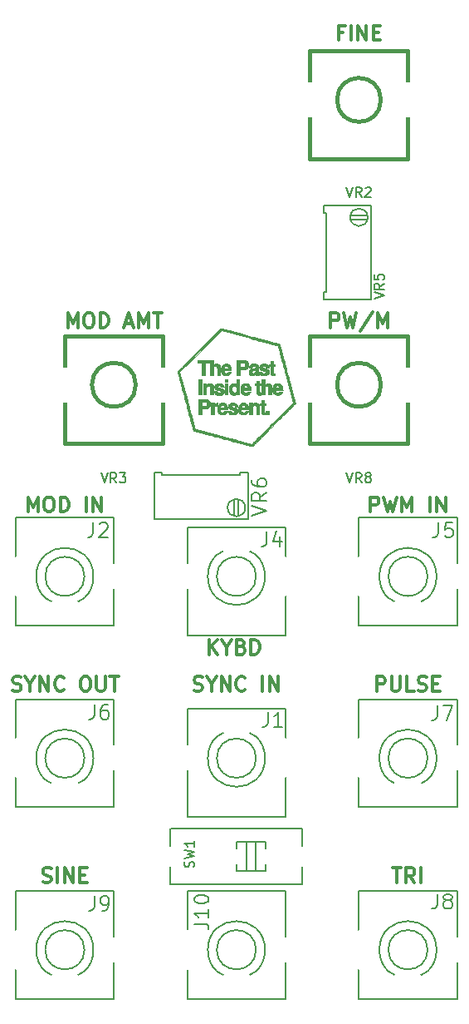
<source format=gto>
G04 #@! TF.FileFunction,Legend,Top*
%FSLAX46Y46*%
G04 Gerber Fmt 4.6, Leading zero omitted, Abs format (unit mm)*
G04 Created by KiCad (PCBNEW 4.0.2-stable) date 2019-03-27 10:59:48 PM*
%MOMM*%
G01*
G04 APERTURE LIST*
%ADD10C,0.200000*%
%ADD11C,0.300000*%
%ADD12C,0.010000*%
%ADD13C,0.150000*%
%ADD14C,0.381000*%
%ADD15R,1.800000X1.800000*%
%ADD16O,1.800000X1.800000*%
%ADD17O,2.600000X4.100000*%
%ADD18O,2.100000X2.600000*%
%ADD19O,3.600000X1.600000*%
%ADD20C,1.624000*%
%ADD21R,1.600000X2.100000*%
%ADD22R,2.900000X1.700000*%
%ADD23C,1.900000*%
%ADD24C,1.370000*%
%ADD25R,2.600000X3.600000*%
%ADD26C,1.850000*%
G04 APERTURE END LIST*
D10*
D11*
X131964286Y-129428571D02*
X132821429Y-129428571D01*
X132392858Y-130928571D02*
X132392858Y-129428571D01*
X134178572Y-130928571D02*
X133678572Y-130214286D01*
X133321429Y-130928571D02*
X133321429Y-129428571D01*
X133892857Y-129428571D01*
X134035715Y-129500000D01*
X134107143Y-129571429D01*
X134178572Y-129714286D01*
X134178572Y-129928571D01*
X134107143Y-130071429D01*
X134035715Y-130142857D01*
X133892857Y-130214286D01*
X133321429Y-130214286D01*
X134821429Y-130928571D02*
X134821429Y-129428571D01*
X96250000Y-130857143D02*
X96464286Y-130928571D01*
X96821429Y-130928571D01*
X96964286Y-130857143D01*
X97035715Y-130785714D01*
X97107143Y-130642857D01*
X97107143Y-130500000D01*
X97035715Y-130357143D01*
X96964286Y-130285714D01*
X96821429Y-130214286D01*
X96535715Y-130142857D01*
X96392857Y-130071429D01*
X96321429Y-130000000D01*
X96250000Y-129857143D01*
X96250000Y-129714286D01*
X96321429Y-129571429D01*
X96392857Y-129500000D01*
X96535715Y-129428571D01*
X96892857Y-129428571D01*
X97107143Y-129500000D01*
X97750000Y-130928571D02*
X97750000Y-129428571D01*
X98464286Y-130928571D02*
X98464286Y-129428571D01*
X99321429Y-130928571D01*
X99321429Y-129428571D01*
X100035715Y-130142857D02*
X100535715Y-130142857D01*
X100750001Y-130928571D02*
X100035715Y-130928571D01*
X100035715Y-129428571D01*
X100750001Y-129428571D01*
X130321429Y-111428571D02*
X130321429Y-109928571D01*
X130892857Y-109928571D01*
X131035715Y-110000000D01*
X131107143Y-110071429D01*
X131178572Y-110214286D01*
X131178572Y-110428571D01*
X131107143Y-110571429D01*
X131035715Y-110642857D01*
X130892857Y-110714286D01*
X130321429Y-110714286D01*
X131821429Y-109928571D02*
X131821429Y-111142857D01*
X131892857Y-111285714D01*
X131964286Y-111357143D01*
X132107143Y-111428571D01*
X132392857Y-111428571D01*
X132535715Y-111357143D01*
X132607143Y-111285714D01*
X132678572Y-111142857D01*
X132678572Y-109928571D01*
X134107144Y-111428571D02*
X133392858Y-111428571D01*
X133392858Y-109928571D01*
X134535715Y-111357143D02*
X134750001Y-111428571D01*
X135107144Y-111428571D01*
X135250001Y-111357143D01*
X135321430Y-111285714D01*
X135392858Y-111142857D01*
X135392858Y-111000000D01*
X135321430Y-110857143D01*
X135250001Y-110785714D01*
X135107144Y-110714286D01*
X134821430Y-110642857D01*
X134678572Y-110571429D01*
X134607144Y-110500000D01*
X134535715Y-110357143D01*
X134535715Y-110214286D01*
X134607144Y-110071429D01*
X134678572Y-110000000D01*
X134821430Y-109928571D01*
X135178572Y-109928571D01*
X135392858Y-110000000D01*
X136035715Y-110642857D02*
X136535715Y-110642857D01*
X136750001Y-111428571D02*
X136035715Y-111428571D01*
X136035715Y-109928571D01*
X136750001Y-109928571D01*
X111678571Y-111357143D02*
X111892857Y-111428571D01*
X112250000Y-111428571D01*
X112392857Y-111357143D01*
X112464286Y-111285714D01*
X112535714Y-111142857D01*
X112535714Y-111000000D01*
X112464286Y-110857143D01*
X112392857Y-110785714D01*
X112250000Y-110714286D01*
X111964286Y-110642857D01*
X111821428Y-110571429D01*
X111750000Y-110500000D01*
X111678571Y-110357143D01*
X111678571Y-110214286D01*
X111750000Y-110071429D01*
X111821428Y-110000000D01*
X111964286Y-109928571D01*
X112321428Y-109928571D01*
X112535714Y-110000000D01*
X113464285Y-110714286D02*
X113464285Y-111428571D01*
X112964285Y-109928571D02*
X113464285Y-110714286D01*
X113964285Y-109928571D01*
X114464285Y-111428571D02*
X114464285Y-109928571D01*
X115321428Y-111428571D01*
X115321428Y-109928571D01*
X116892857Y-111285714D02*
X116821428Y-111357143D01*
X116607142Y-111428571D01*
X116464285Y-111428571D01*
X116250000Y-111357143D01*
X116107142Y-111214286D01*
X116035714Y-111071429D01*
X115964285Y-110785714D01*
X115964285Y-110571429D01*
X116035714Y-110285714D01*
X116107142Y-110142857D01*
X116250000Y-110000000D01*
X116464285Y-109928571D01*
X116607142Y-109928571D01*
X116821428Y-110000000D01*
X116892857Y-110071429D01*
X118678571Y-111428571D02*
X118678571Y-109928571D01*
X119392857Y-111428571D02*
X119392857Y-109928571D01*
X120250000Y-111428571D01*
X120250000Y-109928571D01*
X93178571Y-111357143D02*
X93392857Y-111428571D01*
X93750000Y-111428571D01*
X93892857Y-111357143D01*
X93964286Y-111285714D01*
X94035714Y-111142857D01*
X94035714Y-111000000D01*
X93964286Y-110857143D01*
X93892857Y-110785714D01*
X93750000Y-110714286D01*
X93464286Y-110642857D01*
X93321428Y-110571429D01*
X93250000Y-110500000D01*
X93178571Y-110357143D01*
X93178571Y-110214286D01*
X93250000Y-110071429D01*
X93321428Y-110000000D01*
X93464286Y-109928571D01*
X93821428Y-109928571D01*
X94035714Y-110000000D01*
X94964285Y-110714286D02*
X94964285Y-111428571D01*
X94464285Y-109928571D02*
X94964285Y-110714286D01*
X95464285Y-109928571D01*
X95964285Y-111428571D02*
X95964285Y-109928571D01*
X96821428Y-111428571D01*
X96821428Y-109928571D01*
X98392857Y-111285714D02*
X98321428Y-111357143D01*
X98107142Y-111428571D01*
X97964285Y-111428571D01*
X97750000Y-111357143D01*
X97607142Y-111214286D01*
X97535714Y-111071429D01*
X97464285Y-110785714D01*
X97464285Y-110571429D01*
X97535714Y-110285714D01*
X97607142Y-110142857D01*
X97750000Y-110000000D01*
X97964285Y-109928571D01*
X98107142Y-109928571D01*
X98321428Y-110000000D01*
X98392857Y-110071429D01*
X100464285Y-109928571D02*
X100749999Y-109928571D01*
X100892857Y-110000000D01*
X101035714Y-110142857D01*
X101107142Y-110428571D01*
X101107142Y-110928571D01*
X101035714Y-111214286D01*
X100892857Y-111357143D01*
X100749999Y-111428571D01*
X100464285Y-111428571D01*
X100321428Y-111357143D01*
X100178571Y-111214286D01*
X100107142Y-110928571D01*
X100107142Y-110428571D01*
X100178571Y-110142857D01*
X100321428Y-110000000D01*
X100464285Y-109928571D01*
X101750000Y-109928571D02*
X101750000Y-111142857D01*
X101821428Y-111285714D01*
X101892857Y-111357143D01*
X102035714Y-111428571D01*
X102321428Y-111428571D01*
X102464286Y-111357143D01*
X102535714Y-111285714D01*
X102607143Y-111142857D01*
X102607143Y-109928571D01*
X103107143Y-109928571D02*
X103964286Y-109928571D01*
X103535715Y-111428571D02*
X103535715Y-109928571D01*
X129678571Y-93178571D02*
X129678571Y-91678571D01*
X130249999Y-91678571D01*
X130392857Y-91750000D01*
X130464285Y-91821429D01*
X130535714Y-91964286D01*
X130535714Y-92178571D01*
X130464285Y-92321429D01*
X130392857Y-92392857D01*
X130249999Y-92464286D01*
X129678571Y-92464286D01*
X131035714Y-91678571D02*
X131392857Y-93178571D01*
X131678571Y-92107143D01*
X131964285Y-93178571D01*
X132321428Y-91678571D01*
X132892857Y-93178571D02*
X132892857Y-91678571D01*
X133392857Y-92750000D01*
X133892857Y-91678571D01*
X133892857Y-93178571D01*
X135750000Y-93178571D02*
X135750000Y-91678571D01*
X136464286Y-93178571D02*
X136464286Y-91678571D01*
X137321429Y-93178571D01*
X137321429Y-91678571D01*
X94750000Y-93178571D02*
X94750000Y-91678571D01*
X95250000Y-92750000D01*
X95750000Y-91678571D01*
X95750000Y-93178571D01*
X96750000Y-91678571D02*
X97035714Y-91678571D01*
X97178572Y-91750000D01*
X97321429Y-91892857D01*
X97392857Y-92178571D01*
X97392857Y-92678571D01*
X97321429Y-92964286D01*
X97178572Y-93107143D01*
X97035714Y-93178571D01*
X96750000Y-93178571D01*
X96607143Y-93107143D01*
X96464286Y-92964286D01*
X96392857Y-92678571D01*
X96392857Y-92178571D01*
X96464286Y-91892857D01*
X96607143Y-91750000D01*
X96750000Y-91678571D01*
X98035715Y-93178571D02*
X98035715Y-91678571D01*
X98392858Y-91678571D01*
X98607143Y-91750000D01*
X98750001Y-91892857D01*
X98821429Y-92035714D01*
X98892858Y-92321429D01*
X98892858Y-92535714D01*
X98821429Y-92821429D01*
X98750001Y-92964286D01*
X98607143Y-93107143D01*
X98392858Y-93178571D01*
X98035715Y-93178571D01*
X100678572Y-93178571D02*
X100678572Y-91678571D01*
X101392858Y-93178571D02*
X101392858Y-91678571D01*
X102250001Y-93178571D01*
X102250001Y-91678571D01*
X113214286Y-107678571D02*
X113214286Y-106178571D01*
X114071429Y-107678571D02*
X113428572Y-106821429D01*
X114071429Y-106178571D02*
X113214286Y-107035714D01*
X115000000Y-106964286D02*
X115000000Y-107678571D01*
X114500000Y-106178571D02*
X115000000Y-106964286D01*
X115500000Y-106178571D01*
X116500000Y-106892857D02*
X116714286Y-106964286D01*
X116785714Y-107035714D01*
X116857143Y-107178571D01*
X116857143Y-107392857D01*
X116785714Y-107535714D01*
X116714286Y-107607143D01*
X116571428Y-107678571D01*
X116000000Y-107678571D01*
X116000000Y-106178571D01*
X116500000Y-106178571D01*
X116642857Y-106250000D01*
X116714286Y-106321429D01*
X116785714Y-106464286D01*
X116785714Y-106607143D01*
X116714286Y-106750000D01*
X116642857Y-106821429D01*
X116500000Y-106892857D01*
X116000000Y-106892857D01*
X117500000Y-107678571D02*
X117500000Y-106178571D01*
X117857143Y-106178571D01*
X118071428Y-106250000D01*
X118214286Y-106392857D01*
X118285714Y-106535714D01*
X118357143Y-106821429D01*
X118357143Y-107035714D01*
X118285714Y-107321429D01*
X118214286Y-107464286D01*
X118071428Y-107607143D01*
X117857143Y-107678571D01*
X117500000Y-107678571D01*
X125607143Y-74428571D02*
X125607143Y-72928571D01*
X126178571Y-72928571D01*
X126321429Y-73000000D01*
X126392857Y-73071429D01*
X126464286Y-73214286D01*
X126464286Y-73428571D01*
X126392857Y-73571429D01*
X126321429Y-73642857D01*
X126178571Y-73714286D01*
X125607143Y-73714286D01*
X126964286Y-72928571D02*
X127321429Y-74428571D01*
X127607143Y-73357143D01*
X127892857Y-74428571D01*
X128250000Y-72928571D01*
X129892857Y-72857143D02*
X128607143Y-74785714D01*
X130392858Y-74428571D02*
X130392858Y-72928571D01*
X130892858Y-74000000D01*
X131392858Y-72928571D01*
X131392858Y-74428571D01*
X98821429Y-74428571D02*
X98821429Y-72928571D01*
X99321429Y-74000000D01*
X99821429Y-72928571D01*
X99821429Y-74428571D01*
X100821429Y-72928571D02*
X101107143Y-72928571D01*
X101250001Y-73000000D01*
X101392858Y-73142857D01*
X101464286Y-73428571D01*
X101464286Y-73928571D01*
X101392858Y-74214286D01*
X101250001Y-74357143D01*
X101107143Y-74428571D01*
X100821429Y-74428571D01*
X100678572Y-74357143D01*
X100535715Y-74214286D01*
X100464286Y-73928571D01*
X100464286Y-73428571D01*
X100535715Y-73142857D01*
X100678572Y-73000000D01*
X100821429Y-72928571D01*
X102107144Y-74428571D02*
X102107144Y-72928571D01*
X102464287Y-72928571D01*
X102678572Y-73000000D01*
X102821430Y-73142857D01*
X102892858Y-73285714D01*
X102964287Y-73571429D01*
X102964287Y-73785714D01*
X102892858Y-74071429D01*
X102821430Y-74214286D01*
X102678572Y-74357143D01*
X102464287Y-74428571D01*
X102107144Y-74428571D01*
X104678572Y-74000000D02*
X105392858Y-74000000D01*
X104535715Y-74428571D02*
X105035715Y-72928571D01*
X105535715Y-74428571D01*
X106035715Y-74428571D02*
X106035715Y-72928571D01*
X106535715Y-74000000D01*
X107035715Y-72928571D01*
X107035715Y-74428571D01*
X107535715Y-72928571D02*
X108392858Y-72928571D01*
X107964287Y-74428571D02*
X107964287Y-72928571D01*
X126892857Y-44392857D02*
X126392857Y-44392857D01*
X126392857Y-45178571D02*
X126392857Y-43678571D01*
X127107143Y-43678571D01*
X127678571Y-45178571D02*
X127678571Y-43678571D01*
X128392857Y-45178571D02*
X128392857Y-43678571D01*
X129250000Y-45178571D01*
X129250000Y-43678571D01*
X129964286Y-44392857D02*
X130464286Y-44392857D01*
X130678572Y-45178571D02*
X129964286Y-45178571D01*
X129964286Y-43678571D01*
X130678572Y-43678571D01*
D12*
G36*
X114420599Y-74499602D02*
X114430933Y-74501172D01*
X114444886Y-74503859D01*
X114463294Y-74507878D01*
X114486994Y-74513443D01*
X114516821Y-74520768D01*
X114553614Y-74530067D01*
X114598207Y-74541554D01*
X114651437Y-74555443D01*
X114714142Y-74571948D01*
X114787157Y-74591283D01*
X114871318Y-74613663D01*
X114967463Y-74639301D01*
X115076427Y-74668412D01*
X115199048Y-74701210D01*
X115336161Y-74737908D01*
X115488603Y-74778721D01*
X115525867Y-74788698D01*
X115863448Y-74879084D01*
X116185057Y-74965200D01*
X116491082Y-75047150D01*
X116781909Y-75125039D01*
X117057925Y-75198972D01*
X117319516Y-75269054D01*
X117567070Y-75335389D01*
X117800972Y-75398083D01*
X118021611Y-75457240D01*
X118229371Y-75512965D01*
X118424641Y-75565363D01*
X118607807Y-75614539D01*
X118779256Y-75660598D01*
X118939375Y-75703644D01*
X119088549Y-75743783D01*
X119227167Y-75781119D01*
X119355615Y-75815757D01*
X119474279Y-75847801D01*
X119583546Y-75877358D01*
X119683804Y-75904531D01*
X119775438Y-75929426D01*
X119858836Y-75952147D01*
X119934384Y-75972799D01*
X120002469Y-75991487D01*
X120063478Y-76008316D01*
X120117798Y-76023391D01*
X120165815Y-76036817D01*
X120207916Y-76048697D01*
X120244488Y-76059138D01*
X120275917Y-76068244D01*
X120302591Y-76076120D01*
X120324896Y-76082871D01*
X120343219Y-76088602D01*
X120357946Y-76093417D01*
X120369465Y-76097421D01*
X120378162Y-76100719D01*
X120384424Y-76103417D01*
X120388637Y-76105618D01*
X120391189Y-76107428D01*
X120391549Y-76107767D01*
X120393861Y-76111307D01*
X120397045Y-76118406D01*
X120401230Y-76129535D01*
X120406546Y-76145170D01*
X120413122Y-76165783D01*
X120421086Y-76191849D01*
X120430569Y-76223840D01*
X120441700Y-76262231D01*
X120454608Y-76307495D01*
X120469422Y-76360106D01*
X120486272Y-76420536D01*
X120505287Y-76489261D01*
X120526596Y-76566753D01*
X120550329Y-76653486D01*
X120576615Y-76749934D01*
X120605583Y-76856570D01*
X120637362Y-76973867D01*
X120672083Y-77102300D01*
X120709873Y-77242342D01*
X120750863Y-77394467D01*
X120795182Y-77559148D01*
X120842959Y-77736859D01*
X120894323Y-77928073D01*
X120949404Y-78133264D01*
X121008331Y-78352906D01*
X121071233Y-78587472D01*
X121138240Y-78837435D01*
X121209481Y-79103271D01*
X121211873Y-79112197D01*
X121270817Y-79332198D01*
X121328633Y-79548034D01*
X121385167Y-79759130D01*
X121440265Y-79964909D01*
X121493774Y-80164797D01*
X121545539Y-80358218D01*
X121595408Y-80544597D01*
X121643226Y-80723358D01*
X121688839Y-80893926D01*
X121732094Y-81055726D01*
X121772837Y-81208181D01*
X121810915Y-81350718D01*
X121846173Y-81482760D01*
X121878458Y-81603732D01*
X121907616Y-81713058D01*
X121933494Y-81810164D01*
X121955937Y-81894473D01*
X121974793Y-81965410D01*
X121989906Y-82022401D01*
X122001124Y-82064869D01*
X122008292Y-82092239D01*
X122011258Y-82103936D01*
X122011333Y-82104337D01*
X122005414Y-82110888D01*
X121987934Y-82128986D01*
X121959314Y-82158211D01*
X121919973Y-82198142D01*
X121870330Y-82248358D01*
X121810804Y-82308438D01*
X121741814Y-82377962D01*
X121663779Y-82456509D01*
X121577119Y-82543657D01*
X121482253Y-82638986D01*
X121379600Y-82742076D01*
X121269579Y-82852504D01*
X121152609Y-82969851D01*
X121029110Y-83093696D01*
X120899501Y-83223618D01*
X120764201Y-83359195D01*
X120623629Y-83500008D01*
X120478204Y-83645635D01*
X120328346Y-83795655D01*
X120174473Y-83949649D01*
X120017006Y-84107194D01*
X119856362Y-84267870D01*
X119819673Y-84304560D01*
X119627196Y-84497035D01*
X119446325Y-84677898D01*
X119276693Y-84847511D01*
X119117932Y-85006236D01*
X118969675Y-85154435D01*
X118831554Y-85292469D01*
X118703203Y-85420700D01*
X118584253Y-85539490D01*
X118474337Y-85649201D01*
X118373088Y-85750195D01*
X118280138Y-85842833D01*
X118195119Y-85927477D01*
X118117665Y-86004490D01*
X118047408Y-86074232D01*
X117983981Y-86137066D01*
X117927015Y-86193354D01*
X117876144Y-86243457D01*
X117831000Y-86287738D01*
X117791216Y-86326557D01*
X117756424Y-86360277D01*
X117726257Y-86389260D01*
X117700347Y-86413867D01*
X117678327Y-86434461D01*
X117659829Y-86451402D01*
X117644486Y-86465054D01*
X117631931Y-86475777D01*
X117621796Y-86483934D01*
X117613714Y-86489886D01*
X117607317Y-86493995D01*
X117602238Y-86496624D01*
X117598109Y-86498133D01*
X117594563Y-86498885D01*
X117591232Y-86499241D01*
X117590823Y-86499275D01*
X117584085Y-86498671D01*
X117570668Y-86496205D01*
X117550164Y-86491768D01*
X117522162Y-86485252D01*
X117486254Y-86476549D01*
X117442028Y-86465551D01*
X117389075Y-86452149D01*
X117326986Y-86436236D01*
X117255351Y-86417702D01*
X117173759Y-86396441D01*
X117081802Y-86372344D01*
X116979069Y-86345302D01*
X116865151Y-86315208D01*
X116739637Y-86281953D01*
X116602119Y-86245429D01*
X116452186Y-86205528D01*
X116289429Y-86162142D01*
X116113437Y-86115163D01*
X115923802Y-86064481D01*
X115720112Y-86009990D01*
X115501960Y-85951582D01*
X115268933Y-85889147D01*
X115020624Y-85822577D01*
X114756623Y-85751766D01*
X114591111Y-85707356D01*
X114325197Y-85635990D01*
X114075171Y-85568867D01*
X113840561Y-85505858D01*
X113620898Y-85446836D01*
X113415708Y-85391671D01*
X113224522Y-85340234D01*
X113046868Y-85292397D01*
X112882274Y-85248030D01*
X112730271Y-85207006D01*
X112590385Y-85169194D01*
X112462148Y-85134467D01*
X112345086Y-85102695D01*
X112238729Y-85073750D01*
X112142606Y-85047502D01*
X112056246Y-85023824D01*
X111979177Y-85002585D01*
X111910928Y-84983659D01*
X111851028Y-84966914D01*
X111799007Y-84952224D01*
X111754392Y-84939458D01*
X111716712Y-84928489D01*
X111685497Y-84919187D01*
X111660275Y-84911423D01*
X111640575Y-84905069D01*
X111625926Y-84899996D01*
X111615857Y-84896076D01*
X111609896Y-84893178D01*
X111608057Y-84891839D01*
X111605732Y-84888193D01*
X111602466Y-84880739D01*
X111598130Y-84869004D01*
X111592597Y-84852518D01*
X111585736Y-84830810D01*
X111577420Y-84803409D01*
X111567520Y-84769843D01*
X111555908Y-84729642D01*
X111542454Y-84682336D01*
X111527029Y-84627451D01*
X111509506Y-84564519D01*
X111489756Y-84493068D01*
X111467649Y-84412627D01*
X111443058Y-84322724D01*
X111415853Y-84222889D01*
X111385906Y-84112652D01*
X111353089Y-83991540D01*
X111317272Y-83859083D01*
X111278327Y-83714810D01*
X111236125Y-83558250D01*
X111190538Y-83388932D01*
X111141437Y-83206385D01*
X111088693Y-83010138D01*
X111032178Y-82799720D01*
X110971763Y-82574660D01*
X110907319Y-82334487D01*
X110838718Y-82078730D01*
X110792023Y-81904603D01*
X110718337Y-81629748D01*
X110648961Y-81370844D01*
X110583787Y-81127492D01*
X110522713Y-80899296D01*
X110465632Y-80685858D01*
X110412441Y-80486780D01*
X110363033Y-80301665D01*
X110317304Y-80130115D01*
X110275150Y-79971734D01*
X110236466Y-79826122D01*
X110201145Y-79692883D01*
X110169085Y-79571620D01*
X110140179Y-79461934D01*
X110114323Y-79363428D01*
X110091412Y-79275705D01*
X110071341Y-79198367D01*
X110054005Y-79131017D01*
X110039299Y-79073256D01*
X110027119Y-79024688D01*
X110017359Y-78984915D01*
X110010221Y-78954833D01*
X110218092Y-78954833D01*
X110991676Y-81841032D01*
X111049679Y-82057364D01*
X111106598Y-82269504D01*
X111162274Y-82476868D01*
X111216549Y-82678872D01*
X111269266Y-82874932D01*
X111320266Y-83064462D01*
X111369392Y-83246879D01*
X111416484Y-83421599D01*
X111461386Y-83588037D01*
X111503939Y-83745608D01*
X111543985Y-83893729D01*
X111581366Y-84031815D01*
X111615923Y-84159282D01*
X111647500Y-84275546D01*
X111675937Y-84380021D01*
X111701077Y-84472125D01*
X111722762Y-84551272D01*
X111740833Y-84616878D01*
X111755133Y-84668359D01*
X111765504Y-84705131D01*
X111771786Y-84726608D01*
X111773778Y-84732399D01*
X111783388Y-84735526D01*
X111807797Y-84742574D01*
X111845436Y-84753113D01*
X111894739Y-84766712D01*
X111954139Y-84782944D01*
X112022070Y-84801378D01*
X112096963Y-84821586D01*
X112177252Y-84843137D01*
X112204165Y-84850337D01*
X112247465Y-84861920D01*
X112306334Y-84877682D01*
X112379988Y-84897411D01*
X112467642Y-84920899D01*
X112568512Y-84947933D01*
X112681811Y-84978304D01*
X112806756Y-85011802D01*
X112942562Y-85048215D01*
X113088443Y-85087333D01*
X113243615Y-85128946D01*
X113407293Y-85172843D01*
X113578691Y-85218814D01*
X113757026Y-85266648D01*
X113941513Y-85316135D01*
X114131365Y-85367064D01*
X114325799Y-85419225D01*
X114524030Y-85472407D01*
X114725273Y-85526400D01*
X114928742Y-85580994D01*
X115081367Y-85621947D01*
X115280719Y-85675438D01*
X115475832Y-85727791D01*
X115666070Y-85778835D01*
X115850800Y-85828400D01*
X116029391Y-85876317D01*
X116201207Y-85922415D01*
X116365616Y-85966525D01*
X116521985Y-86008476D01*
X116669680Y-86048100D01*
X116808069Y-86085225D01*
X116936517Y-86119682D01*
X117054392Y-86151302D01*
X117161060Y-86179914D01*
X117255889Y-86205348D01*
X117338244Y-86227435D01*
X117407492Y-86246005D01*
X117463001Y-86260887D01*
X117504138Y-86271913D01*
X117530267Y-86278911D01*
X117540758Y-86281713D01*
X117540940Y-86281760D01*
X117547173Y-86275915D01*
X117564949Y-86258518D01*
X117593840Y-86229996D01*
X117633419Y-86190773D01*
X117683259Y-86141276D01*
X117742933Y-86081931D01*
X117812015Y-86013165D01*
X117890077Y-85935402D01*
X117976692Y-85849070D01*
X118071433Y-85754593D01*
X118173873Y-85652399D01*
X118283586Y-85542914D01*
X118400144Y-85426562D01*
X118523120Y-85303771D01*
X118652087Y-85174967D01*
X118786618Y-85040574D01*
X118926286Y-84901021D01*
X119070665Y-84756731D01*
X119219327Y-84608133D01*
X119371845Y-84455651D01*
X119527792Y-84299711D01*
X119663536Y-84163950D01*
X121781893Y-82045166D01*
X121008468Y-79159594D01*
X120950485Y-78943300D01*
X120893608Y-78731200D01*
X120837993Y-78523878D01*
X120783799Y-78321919D01*
X120731182Y-78125907D01*
X120680300Y-77936425D01*
X120631310Y-77754059D01*
X120584370Y-77579392D01*
X120539636Y-77413008D01*
X120497265Y-77255492D01*
X120457416Y-77107428D01*
X120420245Y-76969400D01*
X120385910Y-76841992D01*
X120354567Y-76725788D01*
X120326375Y-76621372D01*
X120301490Y-76529329D01*
X120280069Y-76450243D01*
X120262271Y-76384698D01*
X120248251Y-76333278D01*
X120238168Y-76296568D01*
X120232179Y-76275151D01*
X120230432Y-76269410D01*
X120222002Y-76266898D01*
X120197800Y-76260163D01*
X120158408Y-76249363D01*
X120104412Y-76234654D01*
X120036396Y-76216195D01*
X119954943Y-76194143D01*
X119860638Y-76168654D01*
X119754066Y-76139886D01*
X119635809Y-76107996D01*
X119506454Y-76073142D01*
X119366583Y-76035481D01*
X119216781Y-75995170D01*
X119057632Y-75952366D01*
X118889720Y-75907226D01*
X118713630Y-75859908D01*
X118529945Y-75810569D01*
X118339250Y-75759367D01*
X118142129Y-75706458D01*
X117939167Y-75652000D01*
X117730946Y-75596150D01*
X117518052Y-75539065D01*
X117340327Y-75491424D01*
X114454833Y-74718049D01*
X112336463Y-76836441D01*
X110218092Y-78954833D01*
X110010221Y-78954833D01*
X110009914Y-78953540D01*
X110004681Y-78930164D01*
X110001553Y-78914391D01*
X110000426Y-78905822D01*
X110000457Y-78904643D01*
X110001234Y-78901281D01*
X110003090Y-78896996D01*
X110006386Y-78891422D01*
X110011483Y-78884193D01*
X110018742Y-78874944D01*
X110028524Y-78863308D01*
X110041190Y-78848921D01*
X110057101Y-78831416D01*
X110076618Y-78810426D01*
X110100102Y-78785588D01*
X110127914Y-78756533D01*
X110160414Y-78722898D01*
X110197965Y-78684316D01*
X110240926Y-78640421D01*
X110289659Y-78590847D01*
X110344524Y-78535229D01*
X110405884Y-78473200D01*
X110474098Y-78404395D01*
X110549527Y-78328449D01*
X110632534Y-78244994D01*
X110723478Y-78153666D01*
X110822720Y-78054099D01*
X110930622Y-77945926D01*
X111047545Y-77828783D01*
X111173849Y-77702302D01*
X111309896Y-77566119D01*
X111456046Y-77419868D01*
X111612661Y-77263182D01*
X111780101Y-77095696D01*
X111958728Y-76917044D01*
X112148901Y-76726861D01*
X112187280Y-76688482D01*
X112383075Y-76492700D01*
X112567255Y-76308567D01*
X112740159Y-76135745D01*
X112902132Y-75973896D01*
X113053515Y-75822680D01*
X113194651Y-75681758D01*
X113325881Y-75550792D01*
X113447549Y-75429444D01*
X113559996Y-75317374D01*
X113663565Y-75214244D01*
X113758598Y-75119715D01*
X113845438Y-75033448D01*
X113924427Y-74955104D01*
X113995906Y-74884346D01*
X114060220Y-74820833D01*
X114117708Y-74764228D01*
X114168715Y-74714192D01*
X114213583Y-74670385D01*
X114252653Y-74632469D01*
X114286268Y-74600106D01*
X114314771Y-74572957D01*
X114338503Y-74550683D01*
X114357807Y-74532944D01*
X114373026Y-74519404D01*
X114384501Y-74509722D01*
X114392575Y-74503560D01*
X114397591Y-74500579D01*
X114398720Y-74500219D01*
X114402944Y-74499459D01*
X114407441Y-74498960D01*
X114413047Y-74498936D01*
X114420599Y-74499602D01*
X114420599Y-74499602D01*
G37*
X114420599Y-74499602D02*
X114430933Y-74501172D01*
X114444886Y-74503859D01*
X114463294Y-74507878D01*
X114486994Y-74513443D01*
X114516821Y-74520768D01*
X114553614Y-74530067D01*
X114598207Y-74541554D01*
X114651437Y-74555443D01*
X114714142Y-74571948D01*
X114787157Y-74591283D01*
X114871318Y-74613663D01*
X114967463Y-74639301D01*
X115076427Y-74668412D01*
X115199048Y-74701210D01*
X115336161Y-74737908D01*
X115488603Y-74778721D01*
X115525867Y-74788698D01*
X115863448Y-74879084D01*
X116185057Y-74965200D01*
X116491082Y-75047150D01*
X116781909Y-75125039D01*
X117057925Y-75198972D01*
X117319516Y-75269054D01*
X117567070Y-75335389D01*
X117800972Y-75398083D01*
X118021611Y-75457240D01*
X118229371Y-75512965D01*
X118424641Y-75565363D01*
X118607807Y-75614539D01*
X118779256Y-75660598D01*
X118939375Y-75703644D01*
X119088549Y-75743783D01*
X119227167Y-75781119D01*
X119355615Y-75815757D01*
X119474279Y-75847801D01*
X119583546Y-75877358D01*
X119683804Y-75904531D01*
X119775438Y-75929426D01*
X119858836Y-75952147D01*
X119934384Y-75972799D01*
X120002469Y-75991487D01*
X120063478Y-76008316D01*
X120117798Y-76023391D01*
X120165815Y-76036817D01*
X120207916Y-76048697D01*
X120244488Y-76059138D01*
X120275917Y-76068244D01*
X120302591Y-76076120D01*
X120324896Y-76082871D01*
X120343219Y-76088602D01*
X120357946Y-76093417D01*
X120369465Y-76097421D01*
X120378162Y-76100719D01*
X120384424Y-76103417D01*
X120388637Y-76105618D01*
X120391189Y-76107428D01*
X120391549Y-76107767D01*
X120393861Y-76111307D01*
X120397045Y-76118406D01*
X120401230Y-76129535D01*
X120406546Y-76145170D01*
X120413122Y-76165783D01*
X120421086Y-76191849D01*
X120430569Y-76223840D01*
X120441700Y-76262231D01*
X120454608Y-76307495D01*
X120469422Y-76360106D01*
X120486272Y-76420536D01*
X120505287Y-76489261D01*
X120526596Y-76566753D01*
X120550329Y-76653486D01*
X120576615Y-76749934D01*
X120605583Y-76856570D01*
X120637362Y-76973867D01*
X120672083Y-77102300D01*
X120709873Y-77242342D01*
X120750863Y-77394467D01*
X120795182Y-77559148D01*
X120842959Y-77736859D01*
X120894323Y-77928073D01*
X120949404Y-78133264D01*
X121008331Y-78352906D01*
X121071233Y-78587472D01*
X121138240Y-78837435D01*
X121209481Y-79103271D01*
X121211873Y-79112197D01*
X121270817Y-79332198D01*
X121328633Y-79548034D01*
X121385167Y-79759130D01*
X121440265Y-79964909D01*
X121493774Y-80164797D01*
X121545539Y-80358218D01*
X121595408Y-80544597D01*
X121643226Y-80723358D01*
X121688839Y-80893926D01*
X121732094Y-81055726D01*
X121772837Y-81208181D01*
X121810915Y-81350718D01*
X121846173Y-81482760D01*
X121878458Y-81603732D01*
X121907616Y-81713058D01*
X121933494Y-81810164D01*
X121955937Y-81894473D01*
X121974793Y-81965410D01*
X121989906Y-82022401D01*
X122001124Y-82064869D01*
X122008292Y-82092239D01*
X122011258Y-82103936D01*
X122011333Y-82104337D01*
X122005414Y-82110888D01*
X121987934Y-82128986D01*
X121959314Y-82158211D01*
X121919973Y-82198142D01*
X121870330Y-82248358D01*
X121810804Y-82308438D01*
X121741814Y-82377962D01*
X121663779Y-82456509D01*
X121577119Y-82543657D01*
X121482253Y-82638986D01*
X121379600Y-82742076D01*
X121269579Y-82852504D01*
X121152609Y-82969851D01*
X121029110Y-83093696D01*
X120899501Y-83223618D01*
X120764201Y-83359195D01*
X120623629Y-83500008D01*
X120478204Y-83645635D01*
X120328346Y-83795655D01*
X120174473Y-83949649D01*
X120017006Y-84107194D01*
X119856362Y-84267870D01*
X119819673Y-84304560D01*
X119627196Y-84497035D01*
X119446325Y-84677898D01*
X119276693Y-84847511D01*
X119117932Y-85006236D01*
X118969675Y-85154435D01*
X118831554Y-85292469D01*
X118703203Y-85420700D01*
X118584253Y-85539490D01*
X118474337Y-85649201D01*
X118373088Y-85750195D01*
X118280138Y-85842833D01*
X118195119Y-85927477D01*
X118117665Y-86004490D01*
X118047408Y-86074232D01*
X117983981Y-86137066D01*
X117927015Y-86193354D01*
X117876144Y-86243457D01*
X117831000Y-86287738D01*
X117791216Y-86326557D01*
X117756424Y-86360277D01*
X117726257Y-86389260D01*
X117700347Y-86413867D01*
X117678327Y-86434461D01*
X117659829Y-86451402D01*
X117644486Y-86465054D01*
X117631931Y-86475777D01*
X117621796Y-86483934D01*
X117613714Y-86489886D01*
X117607317Y-86493995D01*
X117602238Y-86496624D01*
X117598109Y-86498133D01*
X117594563Y-86498885D01*
X117591232Y-86499241D01*
X117590823Y-86499275D01*
X117584085Y-86498671D01*
X117570668Y-86496205D01*
X117550164Y-86491768D01*
X117522162Y-86485252D01*
X117486254Y-86476549D01*
X117442028Y-86465551D01*
X117389075Y-86452149D01*
X117326986Y-86436236D01*
X117255351Y-86417702D01*
X117173759Y-86396441D01*
X117081802Y-86372344D01*
X116979069Y-86345302D01*
X116865151Y-86315208D01*
X116739637Y-86281953D01*
X116602119Y-86245429D01*
X116452186Y-86205528D01*
X116289429Y-86162142D01*
X116113437Y-86115163D01*
X115923802Y-86064481D01*
X115720112Y-86009990D01*
X115501960Y-85951582D01*
X115268933Y-85889147D01*
X115020624Y-85822577D01*
X114756623Y-85751766D01*
X114591111Y-85707356D01*
X114325197Y-85635990D01*
X114075171Y-85568867D01*
X113840561Y-85505858D01*
X113620898Y-85446836D01*
X113415708Y-85391671D01*
X113224522Y-85340234D01*
X113046868Y-85292397D01*
X112882274Y-85248030D01*
X112730271Y-85207006D01*
X112590385Y-85169194D01*
X112462148Y-85134467D01*
X112345086Y-85102695D01*
X112238729Y-85073750D01*
X112142606Y-85047502D01*
X112056246Y-85023824D01*
X111979177Y-85002585D01*
X111910928Y-84983659D01*
X111851028Y-84966914D01*
X111799007Y-84952224D01*
X111754392Y-84939458D01*
X111716712Y-84928489D01*
X111685497Y-84919187D01*
X111660275Y-84911423D01*
X111640575Y-84905069D01*
X111625926Y-84899996D01*
X111615857Y-84896076D01*
X111609896Y-84893178D01*
X111608057Y-84891839D01*
X111605732Y-84888193D01*
X111602466Y-84880739D01*
X111598130Y-84869004D01*
X111592597Y-84852518D01*
X111585736Y-84830810D01*
X111577420Y-84803409D01*
X111567520Y-84769843D01*
X111555908Y-84729642D01*
X111542454Y-84682336D01*
X111527029Y-84627451D01*
X111509506Y-84564519D01*
X111489756Y-84493068D01*
X111467649Y-84412627D01*
X111443058Y-84322724D01*
X111415853Y-84222889D01*
X111385906Y-84112652D01*
X111353089Y-83991540D01*
X111317272Y-83859083D01*
X111278327Y-83714810D01*
X111236125Y-83558250D01*
X111190538Y-83388932D01*
X111141437Y-83206385D01*
X111088693Y-83010138D01*
X111032178Y-82799720D01*
X110971763Y-82574660D01*
X110907319Y-82334487D01*
X110838718Y-82078730D01*
X110792023Y-81904603D01*
X110718337Y-81629748D01*
X110648961Y-81370844D01*
X110583787Y-81127492D01*
X110522713Y-80899296D01*
X110465632Y-80685858D01*
X110412441Y-80486780D01*
X110363033Y-80301665D01*
X110317304Y-80130115D01*
X110275150Y-79971734D01*
X110236466Y-79826122D01*
X110201145Y-79692883D01*
X110169085Y-79571620D01*
X110140179Y-79461934D01*
X110114323Y-79363428D01*
X110091412Y-79275705D01*
X110071341Y-79198367D01*
X110054005Y-79131017D01*
X110039299Y-79073256D01*
X110027119Y-79024688D01*
X110017359Y-78984915D01*
X110010221Y-78954833D01*
X110218092Y-78954833D01*
X110991676Y-81841032D01*
X111049679Y-82057364D01*
X111106598Y-82269504D01*
X111162274Y-82476868D01*
X111216549Y-82678872D01*
X111269266Y-82874932D01*
X111320266Y-83064462D01*
X111369392Y-83246879D01*
X111416484Y-83421599D01*
X111461386Y-83588037D01*
X111503939Y-83745608D01*
X111543985Y-83893729D01*
X111581366Y-84031815D01*
X111615923Y-84159282D01*
X111647500Y-84275546D01*
X111675937Y-84380021D01*
X111701077Y-84472125D01*
X111722762Y-84551272D01*
X111740833Y-84616878D01*
X111755133Y-84668359D01*
X111765504Y-84705131D01*
X111771786Y-84726608D01*
X111773778Y-84732399D01*
X111783388Y-84735526D01*
X111807797Y-84742574D01*
X111845436Y-84753113D01*
X111894739Y-84766712D01*
X111954139Y-84782944D01*
X112022070Y-84801378D01*
X112096963Y-84821586D01*
X112177252Y-84843137D01*
X112204165Y-84850337D01*
X112247465Y-84861920D01*
X112306334Y-84877682D01*
X112379988Y-84897411D01*
X112467642Y-84920899D01*
X112568512Y-84947933D01*
X112681811Y-84978304D01*
X112806756Y-85011802D01*
X112942562Y-85048215D01*
X113088443Y-85087333D01*
X113243615Y-85128946D01*
X113407293Y-85172843D01*
X113578691Y-85218814D01*
X113757026Y-85266648D01*
X113941513Y-85316135D01*
X114131365Y-85367064D01*
X114325799Y-85419225D01*
X114524030Y-85472407D01*
X114725273Y-85526400D01*
X114928742Y-85580994D01*
X115081367Y-85621947D01*
X115280719Y-85675438D01*
X115475832Y-85727791D01*
X115666070Y-85778835D01*
X115850800Y-85828400D01*
X116029391Y-85876317D01*
X116201207Y-85922415D01*
X116365616Y-85966525D01*
X116521985Y-86008476D01*
X116669680Y-86048100D01*
X116808069Y-86085225D01*
X116936517Y-86119682D01*
X117054392Y-86151302D01*
X117161060Y-86179914D01*
X117255889Y-86205348D01*
X117338244Y-86227435D01*
X117407492Y-86246005D01*
X117463001Y-86260887D01*
X117504138Y-86271913D01*
X117530267Y-86278911D01*
X117540758Y-86281713D01*
X117540940Y-86281760D01*
X117547173Y-86275915D01*
X117564949Y-86258518D01*
X117593840Y-86229996D01*
X117633419Y-86190773D01*
X117683259Y-86141276D01*
X117742933Y-86081931D01*
X117812015Y-86013165D01*
X117890077Y-85935402D01*
X117976692Y-85849070D01*
X118071433Y-85754593D01*
X118173873Y-85652399D01*
X118283586Y-85542914D01*
X118400144Y-85426562D01*
X118523120Y-85303771D01*
X118652087Y-85174967D01*
X118786618Y-85040574D01*
X118926286Y-84901021D01*
X119070665Y-84756731D01*
X119219327Y-84608133D01*
X119371845Y-84455651D01*
X119527792Y-84299711D01*
X119663536Y-84163950D01*
X121781893Y-82045166D01*
X121008468Y-79159594D01*
X120950485Y-78943300D01*
X120893608Y-78731200D01*
X120837993Y-78523878D01*
X120783799Y-78321919D01*
X120731182Y-78125907D01*
X120680300Y-77936425D01*
X120631310Y-77754059D01*
X120584370Y-77579392D01*
X120539636Y-77413008D01*
X120497265Y-77255492D01*
X120457416Y-77107428D01*
X120420245Y-76969400D01*
X120385910Y-76841992D01*
X120354567Y-76725788D01*
X120326375Y-76621372D01*
X120301490Y-76529329D01*
X120280069Y-76450243D01*
X120262271Y-76384698D01*
X120248251Y-76333278D01*
X120238168Y-76296568D01*
X120232179Y-76275151D01*
X120230432Y-76269410D01*
X120222002Y-76266898D01*
X120197800Y-76260163D01*
X120158408Y-76249363D01*
X120104412Y-76234654D01*
X120036396Y-76216195D01*
X119954943Y-76194143D01*
X119860638Y-76168654D01*
X119754066Y-76139886D01*
X119635809Y-76107996D01*
X119506454Y-76073142D01*
X119366583Y-76035481D01*
X119216781Y-75995170D01*
X119057632Y-75952366D01*
X118889720Y-75907226D01*
X118713630Y-75859908D01*
X118529945Y-75810569D01*
X118339250Y-75759367D01*
X118142129Y-75706458D01*
X117939167Y-75652000D01*
X117730946Y-75596150D01*
X117518052Y-75539065D01*
X117340327Y-75491424D01*
X114454833Y-74718049D01*
X112336463Y-76836441D01*
X110218092Y-78954833D01*
X110010221Y-78954833D01*
X110009914Y-78953540D01*
X110004681Y-78930164D01*
X110001553Y-78914391D01*
X110000426Y-78905822D01*
X110000457Y-78904643D01*
X110001234Y-78901281D01*
X110003090Y-78896996D01*
X110006386Y-78891422D01*
X110011483Y-78884193D01*
X110018742Y-78874944D01*
X110028524Y-78863308D01*
X110041190Y-78848921D01*
X110057101Y-78831416D01*
X110076618Y-78810426D01*
X110100102Y-78785588D01*
X110127914Y-78756533D01*
X110160414Y-78722898D01*
X110197965Y-78684316D01*
X110240926Y-78640421D01*
X110289659Y-78590847D01*
X110344524Y-78535229D01*
X110405884Y-78473200D01*
X110474098Y-78404395D01*
X110549527Y-78328449D01*
X110632534Y-78244994D01*
X110723478Y-78153666D01*
X110822720Y-78054099D01*
X110930622Y-77945926D01*
X111047545Y-77828783D01*
X111173849Y-77702302D01*
X111309896Y-77566119D01*
X111456046Y-77419868D01*
X111612661Y-77263182D01*
X111780101Y-77095696D01*
X111958728Y-76917044D01*
X112148901Y-76726861D01*
X112187280Y-76688482D01*
X112383075Y-76492700D01*
X112567255Y-76308567D01*
X112740159Y-76135745D01*
X112902132Y-75973896D01*
X113053515Y-75822680D01*
X113194651Y-75681758D01*
X113325881Y-75550792D01*
X113447549Y-75429444D01*
X113559996Y-75317374D01*
X113663565Y-75214244D01*
X113758598Y-75119715D01*
X113845438Y-75033448D01*
X113924427Y-74955104D01*
X113995906Y-74884346D01*
X114060220Y-74820833D01*
X114117708Y-74764228D01*
X114168715Y-74714192D01*
X114213583Y-74670385D01*
X114252653Y-74632469D01*
X114286268Y-74600106D01*
X114314771Y-74572957D01*
X114338503Y-74550683D01*
X114357807Y-74532944D01*
X114373026Y-74519404D01*
X114384501Y-74509722D01*
X114392575Y-74503560D01*
X114397591Y-74500579D01*
X114398720Y-74500219D01*
X114402944Y-74499459D01*
X114407441Y-74498960D01*
X114413047Y-74498936D01*
X114420599Y-74499602D01*
G36*
X114629690Y-82089656D02*
X114682667Y-82095666D01*
X114717300Y-82103351D01*
X114806138Y-82137925D01*
X114883062Y-82184517D01*
X114948042Y-82243084D01*
X115001048Y-82313582D01*
X115042050Y-82395968D01*
X115071019Y-82490198D01*
X115087925Y-82596228D01*
X115091804Y-82652650D01*
X115096314Y-82760600D01*
X114331744Y-82760600D01*
X114335603Y-82779650D01*
X114338568Y-82798510D01*
X114342111Y-82826880D01*
X114344421Y-82848372D01*
X114356879Y-82909614D01*
X114380341Y-82962787D01*
X114413277Y-83005724D01*
X114454155Y-83036257D01*
X114486103Y-83048935D01*
X114524137Y-83054992D01*
X114569780Y-83056062D01*
X114616977Y-83052591D01*
X114659674Y-83045026D01*
X114691818Y-83033813D01*
X114691900Y-83033770D01*
X114739468Y-82999930D01*
X114776358Y-82954753D01*
X114784284Y-82940517D01*
X114798168Y-82913000D01*
X114937151Y-82913000D01*
X114983951Y-82913439D01*
X115024611Y-82914655D01*
X115056206Y-82916493D01*
X115075811Y-82918798D01*
X115080819Y-82920581D01*
X115079324Y-82931002D01*
X115071426Y-82952668D01*
X115058586Y-82981827D01*
X115050345Y-82998898D01*
X115003243Y-83075351D01*
X114944099Y-83140745D01*
X114874226Y-83194432D01*
X114794936Y-83235763D01*
X114707542Y-83264091D01*
X114613355Y-83278768D01*
X114513690Y-83279145D01*
X114487343Y-83276853D01*
X114397291Y-83259536D01*
X114315753Y-83227831D01*
X114243425Y-83182373D01*
X114181006Y-83123796D01*
X114129192Y-83052734D01*
X114088681Y-82969822D01*
X114063984Y-82891833D01*
X114055379Y-82843150D01*
X114050039Y-82782715D01*
X114047912Y-82715382D01*
X114048945Y-82646004D01*
X114053086Y-82579436D01*
X114054744Y-82565867D01*
X114339045Y-82565867D01*
X114791625Y-82565867D01*
X114786612Y-82523542D01*
X114771623Y-82460567D01*
X114743354Y-82404596D01*
X114703552Y-82358305D01*
X114658033Y-82326455D01*
X114618278Y-82313007D01*
X114570684Y-82307901D01*
X114522143Y-82311129D01*
X114479549Y-82322682D01*
X114470965Y-82326698D01*
X114425694Y-82359620D01*
X114388865Y-82406188D01*
X114361432Y-82464863D01*
X114345034Y-82529883D01*
X114339045Y-82565867D01*
X114054744Y-82565867D01*
X114060284Y-82520530D01*
X114068402Y-82481452D01*
X114101209Y-82386831D01*
X114145584Y-82303816D01*
X114201033Y-82232951D01*
X114267060Y-82174781D01*
X114343171Y-82129849D01*
X114412500Y-82103342D01*
X114456236Y-82094262D01*
X114510797Y-82088954D01*
X114570508Y-82087419D01*
X114629690Y-82089656D01*
X114629690Y-82089656D01*
G37*
X114629690Y-82089656D02*
X114682667Y-82095666D01*
X114717300Y-82103351D01*
X114806138Y-82137925D01*
X114883062Y-82184517D01*
X114948042Y-82243084D01*
X115001048Y-82313582D01*
X115042050Y-82395968D01*
X115071019Y-82490198D01*
X115087925Y-82596228D01*
X115091804Y-82652650D01*
X115096314Y-82760600D01*
X114331744Y-82760600D01*
X114335603Y-82779650D01*
X114338568Y-82798510D01*
X114342111Y-82826880D01*
X114344421Y-82848372D01*
X114356879Y-82909614D01*
X114380341Y-82962787D01*
X114413277Y-83005724D01*
X114454155Y-83036257D01*
X114486103Y-83048935D01*
X114524137Y-83054992D01*
X114569780Y-83056062D01*
X114616977Y-83052591D01*
X114659674Y-83045026D01*
X114691818Y-83033813D01*
X114691900Y-83033770D01*
X114739468Y-82999930D01*
X114776358Y-82954753D01*
X114784284Y-82940517D01*
X114798168Y-82913000D01*
X114937151Y-82913000D01*
X114983951Y-82913439D01*
X115024611Y-82914655D01*
X115056206Y-82916493D01*
X115075811Y-82918798D01*
X115080819Y-82920581D01*
X115079324Y-82931002D01*
X115071426Y-82952668D01*
X115058586Y-82981827D01*
X115050345Y-82998898D01*
X115003243Y-83075351D01*
X114944099Y-83140745D01*
X114874226Y-83194432D01*
X114794936Y-83235763D01*
X114707542Y-83264091D01*
X114613355Y-83278768D01*
X114513690Y-83279145D01*
X114487343Y-83276853D01*
X114397291Y-83259536D01*
X114315753Y-83227831D01*
X114243425Y-83182373D01*
X114181006Y-83123796D01*
X114129192Y-83052734D01*
X114088681Y-82969822D01*
X114063984Y-82891833D01*
X114055379Y-82843150D01*
X114050039Y-82782715D01*
X114047912Y-82715382D01*
X114048945Y-82646004D01*
X114053086Y-82579436D01*
X114054744Y-82565867D01*
X114339045Y-82565867D01*
X114791625Y-82565867D01*
X114786612Y-82523542D01*
X114771623Y-82460567D01*
X114743354Y-82404596D01*
X114703552Y-82358305D01*
X114658033Y-82326455D01*
X114618278Y-82313007D01*
X114570684Y-82307901D01*
X114522143Y-82311129D01*
X114479549Y-82322682D01*
X114470965Y-82326698D01*
X114425694Y-82359620D01*
X114388865Y-82406188D01*
X114361432Y-82464863D01*
X114345034Y-82529883D01*
X114339045Y-82565867D01*
X114054744Y-82565867D01*
X114060284Y-82520530D01*
X114068402Y-82481452D01*
X114101209Y-82386831D01*
X114145584Y-82303816D01*
X114201033Y-82232951D01*
X114267060Y-82174781D01*
X114343171Y-82129849D01*
X114412500Y-82103342D01*
X114456236Y-82094262D01*
X114510797Y-82088954D01*
X114570508Y-82087419D01*
X114629690Y-82089656D01*
G36*
X115667122Y-82089016D02*
X115722771Y-82092185D01*
X115770928Y-82097519D01*
X115798917Y-82102835D01*
X115876314Y-82128739D01*
X115945200Y-82165513D01*
X116004032Y-82211610D01*
X116051271Y-82265485D01*
X116085374Y-82325592D01*
X116104800Y-82390384D01*
X116107731Y-82412572D01*
X116112418Y-82464267D01*
X115832831Y-82464267D01*
X115827520Y-82431055D01*
X115812935Y-82389599D01*
X115783978Y-82356851D01*
X115740900Y-82332978D01*
X115683948Y-82318146D01*
X115652277Y-82314330D01*
X115596659Y-82314233D01*
X115547371Y-82322857D01*
X115506145Y-82338937D01*
X115474709Y-82361204D01*
X115454795Y-82388393D01*
X115448133Y-82419237D01*
X115456452Y-82452470D01*
X115458384Y-82456269D01*
X115464030Y-82464711D01*
X115472565Y-82472601D01*
X115485732Y-82480596D01*
X115505275Y-82489351D01*
X115532938Y-82499524D01*
X115570464Y-82511771D01*
X115619596Y-82526748D01*
X115682080Y-82545112D01*
X115735078Y-82560444D01*
X115796000Y-82578337D01*
X115853690Y-82595907D01*
X115905493Y-82612297D01*
X115948754Y-82626650D01*
X115980817Y-82638109D01*
X115998211Y-82645393D01*
X116041702Y-82674425D01*
X116081493Y-82713681D01*
X116113077Y-82758046D01*
X116129688Y-82794635D01*
X116141300Y-82852014D01*
X116142777Y-82916259D01*
X116134207Y-82980739D01*
X116126909Y-83008666D01*
X116107678Y-83055146D01*
X116079541Y-83103477D01*
X116046422Y-83147845D01*
X116012242Y-83182439D01*
X116006678Y-83186876D01*
X115951938Y-83219841D01*
X115884058Y-83246277D01*
X115805728Y-83265662D01*
X115719638Y-83277476D01*
X115628481Y-83281196D01*
X115541632Y-83276947D01*
X115475642Y-83267864D01*
X115410012Y-83253523D01*
X115350020Y-83235322D01*
X115300945Y-83214659D01*
X115295416Y-83211742D01*
X115236868Y-83170520D01*
X115188324Y-83117161D01*
X115151541Y-83054319D01*
X115128277Y-82984647D01*
X115122588Y-82950925D01*
X115117135Y-82904533D01*
X115398396Y-82904533D01*
X115416249Y-82946033D01*
X115436938Y-82984917D01*
X115462469Y-83013540D01*
X115495384Y-83033170D01*
X115538226Y-83045072D01*
X115593536Y-83050512D01*
X115627467Y-83051206D01*
X115695865Y-83047682D01*
X115753317Y-83037243D01*
X115798851Y-83020522D01*
X115831494Y-82998152D01*
X115850277Y-82970767D01*
X115854227Y-82939000D01*
X115845280Y-82909204D01*
X115838875Y-82897735D01*
X115830253Y-82887522D01*
X115817632Y-82877796D01*
X115799230Y-82867787D01*
X115773266Y-82856728D01*
X115737955Y-82843848D01*
X115691518Y-82828379D01*
X115632171Y-82809552D01*
X115568743Y-82789870D01*
X115510686Y-82771823D01*
X115455520Y-82754436D01*
X115406121Y-82738633D01*
X115365369Y-82725340D01*
X115336142Y-82715484D01*
X115325031Y-82711489D01*
X115267177Y-82682383D01*
X115222374Y-82643436D01*
X115188920Y-82593118D01*
X115185541Y-82586144D01*
X115166487Y-82527255D01*
X115159583Y-82461558D01*
X115164482Y-82393671D01*
X115180836Y-82328212D01*
X115208299Y-82269801D01*
X115209448Y-82267956D01*
X115250252Y-82217390D01*
X115304471Y-82172196D01*
X115368905Y-82134476D01*
X115440353Y-82106333D01*
X115466600Y-82099090D01*
X115503720Y-82093050D01*
X115552747Y-82089394D01*
X115608831Y-82088067D01*
X115667122Y-82089016D01*
X115667122Y-82089016D01*
G37*
X115667122Y-82089016D02*
X115722771Y-82092185D01*
X115770928Y-82097519D01*
X115798917Y-82102835D01*
X115876314Y-82128739D01*
X115945200Y-82165513D01*
X116004032Y-82211610D01*
X116051271Y-82265485D01*
X116085374Y-82325592D01*
X116104800Y-82390384D01*
X116107731Y-82412572D01*
X116112418Y-82464267D01*
X115832831Y-82464267D01*
X115827520Y-82431055D01*
X115812935Y-82389599D01*
X115783978Y-82356851D01*
X115740900Y-82332978D01*
X115683948Y-82318146D01*
X115652277Y-82314330D01*
X115596659Y-82314233D01*
X115547371Y-82322857D01*
X115506145Y-82338937D01*
X115474709Y-82361204D01*
X115454795Y-82388393D01*
X115448133Y-82419237D01*
X115456452Y-82452470D01*
X115458384Y-82456269D01*
X115464030Y-82464711D01*
X115472565Y-82472601D01*
X115485732Y-82480596D01*
X115505275Y-82489351D01*
X115532938Y-82499524D01*
X115570464Y-82511771D01*
X115619596Y-82526748D01*
X115682080Y-82545112D01*
X115735078Y-82560444D01*
X115796000Y-82578337D01*
X115853690Y-82595907D01*
X115905493Y-82612297D01*
X115948754Y-82626650D01*
X115980817Y-82638109D01*
X115998211Y-82645393D01*
X116041702Y-82674425D01*
X116081493Y-82713681D01*
X116113077Y-82758046D01*
X116129688Y-82794635D01*
X116141300Y-82852014D01*
X116142777Y-82916259D01*
X116134207Y-82980739D01*
X116126909Y-83008666D01*
X116107678Y-83055146D01*
X116079541Y-83103477D01*
X116046422Y-83147845D01*
X116012242Y-83182439D01*
X116006678Y-83186876D01*
X115951938Y-83219841D01*
X115884058Y-83246277D01*
X115805728Y-83265662D01*
X115719638Y-83277476D01*
X115628481Y-83281196D01*
X115541632Y-83276947D01*
X115475642Y-83267864D01*
X115410012Y-83253523D01*
X115350020Y-83235322D01*
X115300945Y-83214659D01*
X115295416Y-83211742D01*
X115236868Y-83170520D01*
X115188324Y-83117161D01*
X115151541Y-83054319D01*
X115128277Y-82984647D01*
X115122588Y-82950925D01*
X115117135Y-82904533D01*
X115398396Y-82904533D01*
X115416249Y-82946033D01*
X115436938Y-82984917D01*
X115462469Y-83013540D01*
X115495384Y-83033170D01*
X115538226Y-83045072D01*
X115593536Y-83050512D01*
X115627467Y-83051206D01*
X115695865Y-83047682D01*
X115753317Y-83037243D01*
X115798851Y-83020522D01*
X115831494Y-82998152D01*
X115850277Y-82970767D01*
X115854227Y-82939000D01*
X115845280Y-82909204D01*
X115838875Y-82897735D01*
X115830253Y-82887522D01*
X115817632Y-82877796D01*
X115799230Y-82867787D01*
X115773266Y-82856728D01*
X115737955Y-82843848D01*
X115691518Y-82828379D01*
X115632171Y-82809552D01*
X115568743Y-82789870D01*
X115510686Y-82771823D01*
X115455520Y-82754436D01*
X115406121Y-82738633D01*
X115365369Y-82725340D01*
X115336142Y-82715484D01*
X115325031Y-82711489D01*
X115267177Y-82682383D01*
X115222374Y-82643436D01*
X115188920Y-82593118D01*
X115185541Y-82586144D01*
X115166487Y-82527255D01*
X115159583Y-82461558D01*
X115164482Y-82393671D01*
X115180836Y-82328212D01*
X115208299Y-82269801D01*
X115209448Y-82267956D01*
X115250252Y-82217390D01*
X115304471Y-82172196D01*
X115368905Y-82134476D01*
X115440353Y-82106333D01*
X115466600Y-82099090D01*
X115503720Y-82093050D01*
X115552747Y-82089394D01*
X115608831Y-82088067D01*
X115667122Y-82089016D01*
G36*
X116774003Y-82090836D02*
X116838401Y-82100738D01*
X116896546Y-82118721D01*
X116953291Y-82145994D01*
X116969433Y-82155366D01*
X117042213Y-82208254D01*
X117102758Y-82272345D01*
X117151169Y-82347840D01*
X117187551Y-82434940D01*
X117212005Y-82533847D01*
X117224634Y-82644762D01*
X117225268Y-82656883D01*
X117230130Y-82760600D01*
X116465195Y-82760600D01*
X116470827Y-82817750D01*
X116484030Y-82890754D01*
X116507911Y-82951706D01*
X116542163Y-82999843D01*
X116545267Y-83003042D01*
X116576968Y-83029323D01*
X116612320Y-83046052D01*
X116655667Y-83054712D01*
X116702733Y-83056839D01*
X116765020Y-83052454D01*
X116815519Y-83038323D01*
X116857214Y-83012982D01*
X116893087Y-82974969D01*
X116905533Y-82957320D01*
X116934766Y-82913000D01*
X117072750Y-82913000D01*
X117127521Y-82913014D01*
X117167010Y-82913963D01*
X117192861Y-82917209D01*
X117206720Y-82924111D01*
X117210232Y-82936030D01*
X117205042Y-82954328D01*
X117192796Y-82980363D01*
X117181430Y-83002879D01*
X117134840Y-83077267D01*
X117075853Y-83141355D01*
X117006079Y-83194366D01*
X116927123Y-83235520D01*
X116840593Y-83264039D01*
X116748098Y-83279144D01*
X116651244Y-83280056D01*
X116615989Y-83276804D01*
X116530901Y-83259535D01*
X116451668Y-83229378D01*
X116381059Y-83187709D01*
X116321843Y-83135904D01*
X116313097Y-83126176D01*
X116285385Y-83088486D01*
X116256845Y-83040019D01*
X116230388Y-82986511D01*
X116208926Y-82933702D01*
X116198455Y-82900300D01*
X116190770Y-82860374D01*
X116184878Y-82808543D01*
X116180985Y-82749757D01*
X116179296Y-82688970D01*
X116180016Y-82631134D01*
X116183353Y-82581202D01*
X116184725Y-82569744D01*
X116190314Y-82542090D01*
X116474401Y-82542090D01*
X116478275Y-82552252D01*
X116489040Y-82559077D01*
X116508395Y-82563214D01*
X116538038Y-82565313D01*
X116579668Y-82566022D01*
X116634982Y-82565991D01*
X116698500Y-82565867D01*
X116922866Y-82565867D01*
X116922866Y-82545592D01*
X116920406Y-82527073D01*
X116913994Y-82498981D01*
X116906137Y-82471154D01*
X116883633Y-82418917D01*
X116851808Y-82373679D01*
X116813806Y-82339523D01*
X116797073Y-82329620D01*
X116747135Y-82312512D01*
X116692706Y-82307309D01*
X116639013Y-82313780D01*
X116591283Y-82331696D01*
X116578990Y-82339213D01*
X116547358Y-82368607D01*
X116518587Y-82409723D01*
X116495954Y-82457353D01*
X116487140Y-82485095D01*
X116480532Y-82509161D01*
X116475719Y-82527943D01*
X116474401Y-82542090D01*
X116190314Y-82542090D01*
X116205372Y-82467594D01*
X116238184Y-82375809D01*
X116282749Y-82295079D01*
X116338653Y-82226092D01*
X116405484Y-82169539D01*
X116436033Y-82150057D01*
X116493590Y-82121297D01*
X116553291Y-82102047D01*
X116619636Y-82091239D01*
X116697128Y-82087805D01*
X116698500Y-82087805D01*
X116774003Y-82090836D01*
X116774003Y-82090836D01*
G37*
X116774003Y-82090836D02*
X116838401Y-82100738D01*
X116896546Y-82118721D01*
X116953291Y-82145994D01*
X116969433Y-82155366D01*
X117042213Y-82208254D01*
X117102758Y-82272345D01*
X117151169Y-82347840D01*
X117187551Y-82434940D01*
X117212005Y-82533847D01*
X117224634Y-82644762D01*
X117225268Y-82656883D01*
X117230130Y-82760600D01*
X116465195Y-82760600D01*
X116470827Y-82817750D01*
X116484030Y-82890754D01*
X116507911Y-82951706D01*
X116542163Y-82999843D01*
X116545267Y-83003042D01*
X116576968Y-83029323D01*
X116612320Y-83046052D01*
X116655667Y-83054712D01*
X116702733Y-83056839D01*
X116765020Y-83052454D01*
X116815519Y-83038323D01*
X116857214Y-83012982D01*
X116893087Y-82974969D01*
X116905533Y-82957320D01*
X116934766Y-82913000D01*
X117072750Y-82913000D01*
X117127521Y-82913014D01*
X117167010Y-82913963D01*
X117192861Y-82917209D01*
X117206720Y-82924111D01*
X117210232Y-82936030D01*
X117205042Y-82954328D01*
X117192796Y-82980363D01*
X117181430Y-83002879D01*
X117134840Y-83077267D01*
X117075853Y-83141355D01*
X117006079Y-83194366D01*
X116927123Y-83235520D01*
X116840593Y-83264039D01*
X116748098Y-83279144D01*
X116651244Y-83280056D01*
X116615989Y-83276804D01*
X116530901Y-83259535D01*
X116451668Y-83229378D01*
X116381059Y-83187709D01*
X116321843Y-83135904D01*
X116313097Y-83126176D01*
X116285385Y-83088486D01*
X116256845Y-83040019D01*
X116230388Y-82986511D01*
X116208926Y-82933702D01*
X116198455Y-82900300D01*
X116190770Y-82860374D01*
X116184878Y-82808543D01*
X116180985Y-82749757D01*
X116179296Y-82688970D01*
X116180016Y-82631134D01*
X116183353Y-82581202D01*
X116184725Y-82569744D01*
X116190314Y-82542090D01*
X116474401Y-82542090D01*
X116478275Y-82552252D01*
X116489040Y-82559077D01*
X116508395Y-82563214D01*
X116538038Y-82565313D01*
X116579668Y-82566022D01*
X116634982Y-82565991D01*
X116698500Y-82565867D01*
X116922866Y-82565867D01*
X116922866Y-82545592D01*
X116920406Y-82527073D01*
X116913994Y-82498981D01*
X116906137Y-82471154D01*
X116883633Y-82418917D01*
X116851808Y-82373679D01*
X116813806Y-82339523D01*
X116797073Y-82329620D01*
X116747135Y-82312512D01*
X116692706Y-82307309D01*
X116639013Y-82313780D01*
X116591283Y-82331696D01*
X116578990Y-82339213D01*
X116547358Y-82368607D01*
X116518587Y-82409723D01*
X116495954Y-82457353D01*
X116487140Y-82485095D01*
X116480532Y-82509161D01*
X116475719Y-82527943D01*
X116474401Y-82542090D01*
X116190314Y-82542090D01*
X116205372Y-82467594D01*
X116238184Y-82375809D01*
X116282749Y-82295079D01*
X116338653Y-82226092D01*
X116405484Y-82169539D01*
X116436033Y-82150057D01*
X116493590Y-82121297D01*
X116553291Y-82102047D01*
X116619636Y-82091239D01*
X116697128Y-82087805D01*
X116698500Y-82087805D01*
X116774003Y-82090836D01*
G36*
X118819400Y-82125600D02*
X118988733Y-82125600D01*
X118988733Y-82320333D01*
X118818205Y-82320333D01*
X118821066Y-82661117D01*
X118821894Y-82751237D01*
X118822839Y-82825937D01*
X118824072Y-82886730D01*
X118825762Y-82935130D01*
X118828078Y-82972649D01*
X118831191Y-83000800D01*
X118835270Y-83021098D01*
X118840484Y-83035054D01*
X118847003Y-83044183D01*
X118854998Y-83049997D01*
X118864637Y-83054010D01*
X118865135Y-83054180D01*
X118882943Y-83057242D01*
X118910872Y-83058984D01*
X118935817Y-83059112D01*
X118988733Y-83058006D01*
X118988733Y-83158499D01*
X118988890Y-83202560D01*
X118987641Y-83232711D01*
X118982407Y-83251932D01*
X118970609Y-83263207D01*
X118949666Y-83269516D01*
X118917001Y-83273842D01*
X118885999Y-83277261D01*
X118849384Y-83281370D01*
X118823784Y-83283553D01*
X118803387Y-83283791D01*
X118782383Y-83282066D01*
X118754961Y-83278359D01*
X118744250Y-83276805D01*
X118681310Y-83260300D01*
X118627562Y-83231212D01*
X118584645Y-83190971D01*
X118554195Y-83141009D01*
X118540731Y-83098988D01*
X118538264Y-83078370D01*
X118536151Y-83041687D01*
X118534411Y-82989799D01*
X118533063Y-82923572D01*
X118532127Y-82843867D01*
X118531622Y-82751548D01*
X118531533Y-82688216D01*
X118531533Y-82320333D01*
X118387600Y-82320333D01*
X118387600Y-82125600D01*
X118531533Y-82125600D01*
X118531533Y-81820800D01*
X118819400Y-81820800D01*
X118819400Y-82125600D01*
X118819400Y-82125600D01*
G37*
X118819400Y-82125600D02*
X118988733Y-82125600D01*
X118988733Y-82320333D01*
X118818205Y-82320333D01*
X118821066Y-82661117D01*
X118821894Y-82751237D01*
X118822839Y-82825937D01*
X118824072Y-82886730D01*
X118825762Y-82935130D01*
X118828078Y-82972649D01*
X118831191Y-83000800D01*
X118835270Y-83021098D01*
X118840484Y-83035054D01*
X118847003Y-83044183D01*
X118854998Y-83049997D01*
X118864637Y-83054010D01*
X118865135Y-83054180D01*
X118882943Y-83057242D01*
X118910872Y-83058984D01*
X118935817Y-83059112D01*
X118988733Y-83058006D01*
X118988733Y-83158499D01*
X118988890Y-83202560D01*
X118987641Y-83232711D01*
X118982407Y-83251932D01*
X118970609Y-83263207D01*
X118949666Y-83269516D01*
X118917001Y-83273842D01*
X118885999Y-83277261D01*
X118849384Y-83281370D01*
X118823784Y-83283553D01*
X118803387Y-83283791D01*
X118782383Y-83282066D01*
X118754961Y-83278359D01*
X118744250Y-83276805D01*
X118681310Y-83260300D01*
X118627562Y-83231212D01*
X118584645Y-83190971D01*
X118554195Y-83141009D01*
X118540731Y-83098988D01*
X118538264Y-83078370D01*
X118536151Y-83041687D01*
X118534411Y-82989799D01*
X118533063Y-82923572D01*
X118532127Y-82843867D01*
X118531622Y-82751548D01*
X118531533Y-82688216D01*
X118531533Y-82320333D01*
X118387600Y-82320333D01*
X118387600Y-82125600D01*
X118531533Y-82125600D01*
X118531533Y-81820800D01*
X118819400Y-81820800D01*
X118819400Y-82125600D01*
G36*
X112475750Y-81702485D02*
X112583254Y-81702775D01*
X112675480Y-81703605D01*
X112754080Y-81705144D01*
X112820706Y-81707562D01*
X112877008Y-81711028D01*
X112924640Y-81715712D01*
X112965251Y-81721784D01*
X113000495Y-81729412D01*
X113032022Y-81738768D01*
X113061484Y-81750019D01*
X113090533Y-81763336D01*
X113096315Y-81766201D01*
X113155127Y-81804669D01*
X113206937Y-81856499D01*
X113249674Y-81918855D01*
X113281270Y-81988901D01*
X113295182Y-82038755D01*
X113302941Y-82092253D01*
X113306547Y-82155354D01*
X113306009Y-82221247D01*
X113301337Y-82283119D01*
X113294803Y-82324324D01*
X113268652Y-82410567D01*
X113229151Y-82487688D01*
X113177277Y-82554486D01*
X113114009Y-82609762D01*
X113040323Y-82652316D01*
X113020625Y-82660732D01*
X113006210Y-82666141D01*
X112991587Y-82670474D01*
X112974633Y-82673893D01*
X112953227Y-82676562D01*
X112925247Y-82678642D01*
X112888572Y-82680297D01*
X112841079Y-82681688D01*
X112780646Y-82682980D01*
X112714933Y-82684165D01*
X112456700Y-82688633D01*
X112452232Y-83234733D01*
X112147667Y-83234733D01*
X112147667Y-82303262D01*
X112453907Y-82303262D01*
X112454162Y-82350097D01*
X112454736Y-82386880D01*
X112455604Y-82411228D01*
X112456605Y-82420506D01*
X112466485Y-82424835D01*
X112490402Y-82427894D01*
X112525510Y-82429757D01*
X112568967Y-82430495D01*
X112617927Y-82430181D01*
X112669548Y-82428889D01*
X112720986Y-82426691D01*
X112769396Y-82423659D01*
X112811934Y-82419867D01*
X112845757Y-82415387D01*
X112868020Y-82410291D01*
X112868947Y-82409960D01*
X112908542Y-82388190D01*
X112944698Y-82355587D01*
X112972722Y-82317145D01*
X112986250Y-82285117D01*
X112990713Y-82257814D01*
X112993051Y-82220376D01*
X112992871Y-82179513D01*
X112992676Y-82174997D01*
X112986083Y-82116890D01*
X112971390Y-82071489D01*
X112946885Y-82035821D01*
X112910857Y-82006909D01*
X112888849Y-81994496D01*
X112838961Y-81968966D01*
X112456700Y-81968966D01*
X112454436Y-82188961D01*
X112453990Y-82248756D01*
X112453907Y-82303262D01*
X112147667Y-82303262D01*
X112147667Y-81702266D01*
X112475750Y-81702485D01*
X112475750Y-81702485D01*
G37*
X112475750Y-81702485D02*
X112583254Y-81702775D01*
X112675480Y-81703605D01*
X112754080Y-81705144D01*
X112820706Y-81707562D01*
X112877008Y-81711028D01*
X112924640Y-81715712D01*
X112965251Y-81721784D01*
X113000495Y-81729412D01*
X113032022Y-81738768D01*
X113061484Y-81750019D01*
X113090533Y-81763336D01*
X113096315Y-81766201D01*
X113155127Y-81804669D01*
X113206937Y-81856499D01*
X113249674Y-81918855D01*
X113281270Y-81988901D01*
X113295182Y-82038755D01*
X113302941Y-82092253D01*
X113306547Y-82155354D01*
X113306009Y-82221247D01*
X113301337Y-82283119D01*
X113294803Y-82324324D01*
X113268652Y-82410567D01*
X113229151Y-82487688D01*
X113177277Y-82554486D01*
X113114009Y-82609762D01*
X113040323Y-82652316D01*
X113020625Y-82660732D01*
X113006210Y-82666141D01*
X112991587Y-82670474D01*
X112974633Y-82673893D01*
X112953227Y-82676562D01*
X112925247Y-82678642D01*
X112888572Y-82680297D01*
X112841079Y-82681688D01*
X112780646Y-82682980D01*
X112714933Y-82684165D01*
X112456700Y-82688633D01*
X112452232Y-83234733D01*
X112147667Y-83234733D01*
X112147667Y-82303262D01*
X112453907Y-82303262D01*
X112454162Y-82350097D01*
X112454736Y-82386880D01*
X112455604Y-82411228D01*
X112456605Y-82420506D01*
X112466485Y-82424835D01*
X112490402Y-82427894D01*
X112525510Y-82429757D01*
X112568967Y-82430495D01*
X112617927Y-82430181D01*
X112669548Y-82428889D01*
X112720986Y-82426691D01*
X112769396Y-82423659D01*
X112811934Y-82419867D01*
X112845757Y-82415387D01*
X112868020Y-82410291D01*
X112868947Y-82409960D01*
X112908542Y-82388190D01*
X112944698Y-82355587D01*
X112972722Y-82317145D01*
X112986250Y-82285117D01*
X112990713Y-82257814D01*
X112993051Y-82220376D01*
X112992871Y-82179513D01*
X112992676Y-82174997D01*
X112986083Y-82116890D01*
X112971390Y-82071489D01*
X112946885Y-82035821D01*
X112910857Y-82006909D01*
X112888849Y-81994496D01*
X112838961Y-81968966D01*
X112456700Y-81968966D01*
X112454436Y-82188961D01*
X112453990Y-82248756D01*
X112453907Y-82303262D01*
X112147667Y-82303262D01*
X112147667Y-81702266D01*
X112475750Y-81702485D01*
G36*
X114044200Y-82376203D02*
X113957417Y-82376201D01*
X113892906Y-82379462D01*
X113841128Y-82389981D01*
X113799039Y-82408850D01*
X113763600Y-82437165D01*
X113751541Y-82450281D01*
X113738698Y-82465927D01*
X113728047Y-82481268D01*
X113719383Y-82498000D01*
X113712501Y-82517816D01*
X113707198Y-82542414D01*
X113703269Y-82573488D01*
X113700509Y-82612733D01*
X113698713Y-82661846D01*
X113697677Y-82722521D01*
X113697197Y-82796454D01*
X113697068Y-82885340D01*
X113697067Y-82901837D01*
X113697067Y-83234733D01*
X113400733Y-83234733D01*
X113400733Y-82100200D01*
X113697067Y-82100200D01*
X113697067Y-82315104D01*
X113727216Y-82264802D01*
X113775258Y-82198151D01*
X113830294Y-82146623D01*
X113892002Y-82110438D01*
X113960062Y-82089819D01*
X113987051Y-82086154D01*
X114044200Y-82080818D01*
X114044200Y-82376203D01*
X114044200Y-82376203D01*
G37*
X114044200Y-82376203D02*
X113957417Y-82376201D01*
X113892906Y-82379462D01*
X113841128Y-82389981D01*
X113799039Y-82408850D01*
X113763600Y-82437165D01*
X113751541Y-82450281D01*
X113738698Y-82465927D01*
X113728047Y-82481268D01*
X113719383Y-82498000D01*
X113712501Y-82517816D01*
X113707198Y-82542414D01*
X113703269Y-82573488D01*
X113700509Y-82612733D01*
X113698713Y-82661846D01*
X113697677Y-82722521D01*
X113697197Y-82796454D01*
X113697068Y-82885340D01*
X113697067Y-82901837D01*
X113697067Y-83234733D01*
X113400733Y-83234733D01*
X113400733Y-82100200D01*
X113697067Y-82100200D01*
X113697067Y-82315104D01*
X113727216Y-82264802D01*
X113775258Y-82198151D01*
X113830294Y-82146623D01*
X113892002Y-82110438D01*
X113960062Y-82089819D01*
X113987051Y-82086154D01*
X114044200Y-82080818D01*
X114044200Y-82376203D01*
G36*
X118001223Y-82086658D02*
X118059774Y-82095725D01*
X118133206Y-82118978D01*
X118195919Y-82155333D01*
X118247880Y-82204764D01*
X118289057Y-82267248D01*
X118290703Y-82270460D01*
X118300556Y-82291192D01*
X118308893Y-82312382D01*
X118315837Y-82335593D01*
X118321517Y-82362391D01*
X118326056Y-82394340D01*
X118329583Y-82433004D01*
X118332223Y-82479949D01*
X118334101Y-82536740D01*
X118335344Y-82604940D01*
X118336079Y-82686115D01*
X118336430Y-82781829D01*
X118336504Y-82838917D01*
X118336800Y-83234733D01*
X118040467Y-83234733D01*
X118040467Y-82467303D01*
X118017183Y-82421335D01*
X117992316Y-82382636D01*
X117961725Y-82356190D01*
X117922565Y-82340503D01*
X117871985Y-82334084D01*
X117849967Y-82333758D01*
X117788960Y-82338787D01*
X117739120Y-82353686D01*
X117697031Y-82379717D01*
X117677788Y-82397339D01*
X117664803Y-82410491D01*
X117653979Y-82422165D01*
X117645108Y-82433968D01*
X117637986Y-82447506D01*
X117632406Y-82464383D01*
X117628162Y-82486207D01*
X117625048Y-82514584D01*
X117622857Y-82551118D01*
X117621383Y-82597417D01*
X117620420Y-82655085D01*
X117619762Y-82725729D01*
X117619203Y-82810956D01*
X117618920Y-82855850D01*
X117616474Y-83234733D01*
X117320800Y-83234733D01*
X117320800Y-82100200D01*
X117617133Y-82100200D01*
X117617133Y-82263450D01*
X117644650Y-82228966D01*
X117700346Y-82172177D01*
X117765180Y-82129125D01*
X117837823Y-82100237D01*
X117916948Y-82085939D01*
X118001223Y-82086658D01*
X118001223Y-82086658D01*
G37*
X118001223Y-82086658D02*
X118059774Y-82095725D01*
X118133206Y-82118978D01*
X118195919Y-82155333D01*
X118247880Y-82204764D01*
X118289057Y-82267248D01*
X118290703Y-82270460D01*
X118300556Y-82291192D01*
X118308893Y-82312382D01*
X118315837Y-82335593D01*
X118321517Y-82362391D01*
X118326056Y-82394340D01*
X118329583Y-82433004D01*
X118332223Y-82479949D01*
X118334101Y-82536740D01*
X118335344Y-82604940D01*
X118336079Y-82686115D01*
X118336430Y-82781829D01*
X118336504Y-82838917D01*
X118336800Y-83234733D01*
X118040467Y-83234733D01*
X118040467Y-82467303D01*
X118017183Y-82421335D01*
X117992316Y-82382636D01*
X117961725Y-82356190D01*
X117922565Y-82340503D01*
X117871985Y-82334084D01*
X117849967Y-82333758D01*
X117788960Y-82338787D01*
X117739120Y-82353686D01*
X117697031Y-82379717D01*
X117677788Y-82397339D01*
X117664803Y-82410491D01*
X117653979Y-82422165D01*
X117645108Y-82433968D01*
X117637986Y-82447506D01*
X117632406Y-82464383D01*
X117628162Y-82486207D01*
X117625048Y-82514584D01*
X117622857Y-82551118D01*
X117621383Y-82597417D01*
X117620420Y-82655085D01*
X117619762Y-82725729D01*
X117619203Y-82810956D01*
X117618920Y-82855850D01*
X117616474Y-83234733D01*
X117320800Y-83234733D01*
X117320800Y-82100200D01*
X117617133Y-82100200D01*
X117617133Y-82263450D01*
X117644650Y-82228966D01*
X117700346Y-82172177D01*
X117765180Y-82129125D01*
X117837823Y-82100237D01*
X117916948Y-82085939D01*
X118001223Y-82086658D01*
G36*
X119335867Y-83234733D02*
X119022600Y-83234733D01*
X119022600Y-82929933D01*
X119335867Y-82929933D01*
X119335867Y-83234733D01*
X119335867Y-83234733D01*
G37*
X119335867Y-83234733D02*
X119022600Y-83234733D01*
X119022600Y-82929933D01*
X119335867Y-82929933D01*
X119335867Y-83234733D01*
G36*
X114297141Y-80096225D02*
X114352318Y-80101222D01*
X114382181Y-80106156D01*
X114464771Y-80130695D01*
X114537465Y-80166940D01*
X114599084Y-80213824D01*
X114648446Y-80270278D01*
X114684372Y-80335236D01*
X114703539Y-80396700D01*
X114709776Y-80425089D01*
X114713187Y-80445623D01*
X114711674Y-80459565D01*
X114703144Y-80468179D01*
X114685501Y-80472728D01*
X114656648Y-80474477D01*
X114614491Y-80474689D01*
X114574372Y-80474600D01*
X114435677Y-80474600D01*
X114425676Y-80434884D01*
X114406656Y-80392363D01*
X114374684Y-80357826D01*
X114333125Y-80334731D01*
X114325933Y-80332366D01*
X114292205Y-80325836D01*
X114249932Y-80322674D01*
X114204944Y-80322798D01*
X114163071Y-80326122D01*
X114130143Y-80332562D01*
X114122360Y-80335304D01*
X114084308Y-80357168D01*
X114058991Y-80384080D01*
X114046900Y-80413488D01*
X114048526Y-80442843D01*
X114064361Y-80469596D01*
X114092542Y-80490042D01*
X114109357Y-80496771D01*
X114139877Y-80507261D01*
X114181506Y-80520691D01*
X114231648Y-80536238D01*
X114287707Y-80553078D01*
X114336300Y-80567284D01*
X114409985Y-80588681D01*
X114469393Y-80606353D01*
X114516561Y-80621116D01*
X114553525Y-80633783D01*
X114582324Y-80645168D01*
X114604994Y-80656084D01*
X114623572Y-80667346D01*
X114640094Y-80679766D01*
X114656599Y-80694160D01*
X114658715Y-80696095D01*
X114698611Y-80743507D01*
X114725380Y-80798607D01*
X114739531Y-80859045D01*
X114741574Y-80922469D01*
X114732017Y-80986528D01*
X114711368Y-81048872D01*
X114680138Y-81107148D01*
X114638834Y-81159006D01*
X114587966Y-81202094D01*
X114543733Y-81227292D01*
X114506363Y-81243131D01*
X114465832Y-81257993D01*
X114437900Y-81266659D01*
X114405373Y-81272848D01*
X114360342Y-81277857D01*
X114307202Y-81281536D01*
X114250350Y-81283733D01*
X114194184Y-81284299D01*
X114143099Y-81283084D01*
X114101493Y-81279936D01*
X114091096Y-81278527D01*
X113996729Y-81257888D01*
X113916205Y-81227592D01*
X113849359Y-81187496D01*
X113796024Y-81137455D01*
X113756034Y-81077325D01*
X113729224Y-81006962D01*
X113718703Y-80955083D01*
X113712962Y-80914866D01*
X113999566Y-80914866D01*
X114013966Y-80952572D01*
X114039042Y-80996496D01*
X114076107Y-81028486D01*
X114125039Y-81048442D01*
X114134707Y-81050668D01*
X114176086Y-81056017D01*
X114225135Y-81057454D01*
X114276239Y-81055283D01*
X114323786Y-81049811D01*
X114362161Y-81041341D01*
X114372315Y-81037754D01*
X114409895Y-81016388D01*
X114435762Y-80989202D01*
X114448863Y-80958861D01*
X114448142Y-80928031D01*
X114432544Y-80899378D01*
X114428698Y-80895274D01*
X114419853Y-80887018D01*
X114409836Y-80879542D01*
X114396794Y-80872152D01*
X114378875Y-80864156D01*
X114354225Y-80854861D01*
X114320991Y-80843574D01*
X114277320Y-80829601D01*
X114221359Y-80812249D01*
X114151256Y-80790826D01*
X114141567Y-80787876D01*
X114083232Y-80769658D01*
X114027020Y-80751254D01*
X113976068Y-80733757D01*
X113933512Y-80718256D01*
X113902489Y-80705845D01*
X113892175Y-80701084D01*
X113838781Y-80666280D01*
X113799024Y-80622231D01*
X113772638Y-80568409D01*
X113759357Y-80504285D01*
X113758519Y-80435164D01*
X113771118Y-80359855D01*
X113798480Y-80291902D01*
X113839681Y-80232291D01*
X113893792Y-80182010D01*
X113959889Y-80142047D01*
X114037045Y-80113391D01*
X114067171Y-80106070D01*
X114114324Y-80099131D01*
X114172279Y-80095178D01*
X114235173Y-80094210D01*
X114297141Y-80096225D01*
X114297141Y-80096225D01*
G37*
X114297141Y-80096225D02*
X114352318Y-80101222D01*
X114382181Y-80106156D01*
X114464771Y-80130695D01*
X114537465Y-80166940D01*
X114599084Y-80213824D01*
X114648446Y-80270278D01*
X114684372Y-80335236D01*
X114703539Y-80396700D01*
X114709776Y-80425089D01*
X114713187Y-80445623D01*
X114711674Y-80459565D01*
X114703144Y-80468179D01*
X114685501Y-80472728D01*
X114656648Y-80474477D01*
X114614491Y-80474689D01*
X114574372Y-80474600D01*
X114435677Y-80474600D01*
X114425676Y-80434884D01*
X114406656Y-80392363D01*
X114374684Y-80357826D01*
X114333125Y-80334731D01*
X114325933Y-80332366D01*
X114292205Y-80325836D01*
X114249932Y-80322674D01*
X114204944Y-80322798D01*
X114163071Y-80326122D01*
X114130143Y-80332562D01*
X114122360Y-80335304D01*
X114084308Y-80357168D01*
X114058991Y-80384080D01*
X114046900Y-80413488D01*
X114048526Y-80442843D01*
X114064361Y-80469596D01*
X114092542Y-80490042D01*
X114109357Y-80496771D01*
X114139877Y-80507261D01*
X114181506Y-80520691D01*
X114231648Y-80536238D01*
X114287707Y-80553078D01*
X114336300Y-80567284D01*
X114409985Y-80588681D01*
X114469393Y-80606353D01*
X114516561Y-80621116D01*
X114553525Y-80633783D01*
X114582324Y-80645168D01*
X114604994Y-80656084D01*
X114623572Y-80667346D01*
X114640094Y-80679766D01*
X114656599Y-80694160D01*
X114658715Y-80696095D01*
X114698611Y-80743507D01*
X114725380Y-80798607D01*
X114739531Y-80859045D01*
X114741574Y-80922469D01*
X114732017Y-80986528D01*
X114711368Y-81048872D01*
X114680138Y-81107148D01*
X114638834Y-81159006D01*
X114587966Y-81202094D01*
X114543733Y-81227292D01*
X114506363Y-81243131D01*
X114465832Y-81257993D01*
X114437900Y-81266659D01*
X114405373Y-81272848D01*
X114360342Y-81277857D01*
X114307202Y-81281536D01*
X114250350Y-81283733D01*
X114194184Y-81284299D01*
X114143099Y-81283084D01*
X114101493Y-81279936D01*
X114091096Y-81278527D01*
X113996729Y-81257888D01*
X113916205Y-81227592D01*
X113849359Y-81187496D01*
X113796024Y-81137455D01*
X113756034Y-81077325D01*
X113729224Y-81006962D01*
X113718703Y-80955083D01*
X113712962Y-80914866D01*
X113999566Y-80914866D01*
X114013966Y-80952572D01*
X114039042Y-80996496D01*
X114076107Y-81028486D01*
X114125039Y-81048442D01*
X114134707Y-81050668D01*
X114176086Y-81056017D01*
X114225135Y-81057454D01*
X114276239Y-81055283D01*
X114323786Y-81049811D01*
X114362161Y-81041341D01*
X114372315Y-81037754D01*
X114409895Y-81016388D01*
X114435762Y-80989202D01*
X114448863Y-80958861D01*
X114448142Y-80928031D01*
X114432544Y-80899378D01*
X114428698Y-80895274D01*
X114419853Y-80887018D01*
X114409836Y-80879542D01*
X114396794Y-80872152D01*
X114378875Y-80864156D01*
X114354225Y-80854861D01*
X114320991Y-80843574D01*
X114277320Y-80829601D01*
X114221359Y-80812249D01*
X114151256Y-80790826D01*
X114141567Y-80787876D01*
X114083232Y-80769658D01*
X114027020Y-80751254D01*
X113976068Y-80733757D01*
X113933512Y-80718256D01*
X113902489Y-80705845D01*
X113892175Y-80701084D01*
X113838781Y-80666280D01*
X113799024Y-80622231D01*
X113772638Y-80568409D01*
X113759357Y-80504285D01*
X113758519Y-80435164D01*
X113771118Y-80359855D01*
X113798480Y-80291902D01*
X113839681Y-80232291D01*
X113893792Y-80182010D01*
X113959889Y-80142047D01*
X114037045Y-80113391D01*
X114067171Y-80106070D01*
X114114324Y-80099131D01*
X114172279Y-80095178D01*
X114235173Y-80094210D01*
X114297141Y-80096225D01*
G36*
X116313266Y-81236600D02*
X116016933Y-81236600D01*
X116016933Y-81124205D01*
X115992007Y-81155570D01*
X115944882Y-81203851D01*
X115889055Y-81243161D01*
X115847600Y-81263074D01*
X115802947Y-81275288D01*
X115748471Y-81282740D01*
X115690679Y-81285134D01*
X115636083Y-81282174D01*
X115594551Y-81274548D01*
X115516099Y-81244046D01*
X115445673Y-81199491D01*
X115383982Y-81142101D01*
X115331735Y-81073094D01*
X115289641Y-80993688D01*
X115258408Y-80905100D01*
X115238745Y-80808548D01*
X115231362Y-80705251D01*
X115231379Y-80704380D01*
X115519997Y-80704380D01*
X115525279Y-80766383D01*
X115540822Y-80836334D01*
X115566287Y-80900022D01*
X115600090Y-80954909D01*
X115640650Y-80998458D01*
X115686384Y-81028131D01*
X115689317Y-81029440D01*
X115732983Y-81040631D01*
X115783052Y-81041131D01*
X115833138Y-81031350D01*
X115865649Y-81018158D01*
X115916832Y-80982105D01*
X115957324Y-80932992D01*
X115987140Y-80870788D01*
X116006296Y-80795462D01*
X116014257Y-80720133D01*
X116012968Y-80635350D01*
X116000714Y-80558277D01*
X115978187Y-80490287D01*
X115946078Y-80432751D01*
X115905080Y-80387041D01*
X115855885Y-80354527D01*
X115823476Y-80342142D01*
X115768166Y-80333876D01*
X115715956Y-80341008D01*
X115667829Y-80362138D01*
X115624771Y-80395864D01*
X115587767Y-80440785D01*
X115557803Y-80495499D01*
X115535863Y-80558603D01*
X115522933Y-80628698D01*
X115519997Y-80704380D01*
X115231379Y-80704380D01*
X115232448Y-80652400D01*
X115238114Y-80579002D01*
X115247918Y-80516635D01*
X115263232Y-80459624D01*
X115285428Y-80402294D01*
X115300969Y-80368766D01*
X115345522Y-80292302D01*
X115399467Y-80225722D01*
X115460829Y-80170848D01*
X115527633Y-80129504D01*
X115584553Y-80107131D01*
X115619746Y-80099858D01*
X115664340Y-80095080D01*
X115705470Y-80093600D01*
X115787715Y-80100493D01*
X115860402Y-80121269D01*
X115923875Y-80156078D01*
X115978480Y-80205066D01*
X115986284Y-80214072D01*
X116016602Y-80250233D01*
X116016767Y-79981417D01*
X116016933Y-79712600D01*
X116313266Y-79712600D01*
X116313266Y-81236600D01*
X116313266Y-81236600D01*
G37*
X116313266Y-81236600D02*
X116016933Y-81236600D01*
X116016933Y-81124205D01*
X115992007Y-81155570D01*
X115944882Y-81203851D01*
X115889055Y-81243161D01*
X115847600Y-81263074D01*
X115802947Y-81275288D01*
X115748471Y-81282740D01*
X115690679Y-81285134D01*
X115636083Y-81282174D01*
X115594551Y-81274548D01*
X115516099Y-81244046D01*
X115445673Y-81199491D01*
X115383982Y-81142101D01*
X115331735Y-81073094D01*
X115289641Y-80993688D01*
X115258408Y-80905100D01*
X115238745Y-80808548D01*
X115231362Y-80705251D01*
X115231379Y-80704380D01*
X115519997Y-80704380D01*
X115525279Y-80766383D01*
X115540822Y-80836334D01*
X115566287Y-80900022D01*
X115600090Y-80954909D01*
X115640650Y-80998458D01*
X115686384Y-81028131D01*
X115689317Y-81029440D01*
X115732983Y-81040631D01*
X115783052Y-81041131D01*
X115833138Y-81031350D01*
X115865649Y-81018158D01*
X115916832Y-80982105D01*
X115957324Y-80932992D01*
X115987140Y-80870788D01*
X116006296Y-80795462D01*
X116014257Y-80720133D01*
X116012968Y-80635350D01*
X116000714Y-80558277D01*
X115978187Y-80490287D01*
X115946078Y-80432751D01*
X115905080Y-80387041D01*
X115855885Y-80354527D01*
X115823476Y-80342142D01*
X115768166Y-80333876D01*
X115715956Y-80341008D01*
X115667829Y-80362138D01*
X115624771Y-80395864D01*
X115587767Y-80440785D01*
X115557803Y-80495499D01*
X115535863Y-80558603D01*
X115522933Y-80628698D01*
X115519997Y-80704380D01*
X115231379Y-80704380D01*
X115232448Y-80652400D01*
X115238114Y-80579002D01*
X115247918Y-80516635D01*
X115263232Y-80459624D01*
X115285428Y-80402294D01*
X115300969Y-80368766D01*
X115345522Y-80292302D01*
X115399467Y-80225722D01*
X115460829Y-80170848D01*
X115527633Y-80129504D01*
X115584553Y-80107131D01*
X115619746Y-80099858D01*
X115664340Y-80095080D01*
X115705470Y-80093600D01*
X115787715Y-80100493D01*
X115860402Y-80121269D01*
X115923875Y-80156078D01*
X115978480Y-80205066D01*
X115986284Y-80214072D01*
X116016602Y-80250233D01*
X116016767Y-79981417D01*
X116016933Y-79712600D01*
X116313266Y-79712600D01*
X116313266Y-81236600D01*
G36*
X116954928Y-80095203D02*
X117016467Y-80100226D01*
X117071531Y-80109080D01*
X117107931Y-80119025D01*
X117187281Y-80155761D01*
X117259283Y-80206224D01*
X117321378Y-80268176D01*
X117371003Y-80339375D01*
X117380863Y-80357767D01*
X117404984Y-80415718D01*
X117425632Y-80485428D01*
X117441758Y-80561898D01*
X117452317Y-80640128D01*
X117456261Y-80715118D01*
X117456266Y-80717794D01*
X117456266Y-80762466D01*
X116691782Y-80762466D01*
X116697086Y-80825219D01*
X116708766Y-80897976D01*
X116730515Y-80957239D01*
X116762584Y-81003312D01*
X116805224Y-81036497D01*
X116858686Y-81057098D01*
X116894436Y-81063363D01*
X116961238Y-81063966D01*
X117021673Y-81050581D01*
X117073961Y-81023971D01*
X117116320Y-80984899D01*
X117133070Y-80961174D01*
X117155700Y-80923868D01*
X117298087Y-80923601D01*
X117440474Y-80923333D01*
X117435068Y-80942383D01*
X117408201Y-81009028D01*
X117367204Y-81073790D01*
X117314838Y-81133541D01*
X117253859Y-81185149D01*
X117187028Y-81225485D01*
X117184479Y-81226720D01*
X117095816Y-81260610D01*
X117001273Y-81280909D01*
X116904965Y-81287119D01*
X116811008Y-81278744D01*
X116789166Y-81274487D01*
X116703296Y-81247781D01*
X116627022Y-81207336D01*
X116560867Y-81153707D01*
X116505350Y-81087450D01*
X116460992Y-81009120D01*
X116428313Y-80919273D01*
X116418283Y-80878638D01*
X116410847Y-80829736D01*
X116406413Y-80769572D01*
X116404971Y-80703547D01*
X116406511Y-80637061D01*
X116411022Y-80575515D01*
X116412314Y-80566657D01*
X116700010Y-80566657D01*
X116701106Y-80571750D01*
X116710996Y-80573472D01*
X116734959Y-80574772D01*
X116770254Y-80575670D01*
X116814141Y-80576187D01*
X116863878Y-80576343D01*
X116916724Y-80576159D01*
X116969939Y-80575655D01*
X117020782Y-80574850D01*
X117066511Y-80573767D01*
X117104385Y-80572424D01*
X117131665Y-80570843D01*
X117145608Y-80569044D01*
X117146796Y-80568441D01*
X117148306Y-80554154D01*
X117144691Y-80528950D01*
X117137138Y-80497627D01*
X117126834Y-80464982D01*
X117114965Y-80435810D01*
X117112971Y-80431729D01*
X117087481Y-80392841D01*
X117054177Y-80358489D01*
X117017809Y-80332998D01*
X116993316Y-80322810D01*
X116929905Y-80312664D01*
X116871740Y-80318143D01*
X116819991Y-80338436D01*
X116775823Y-80372735D01*
X116740404Y-80420229D01*
X116714903Y-80480108D01*
X116704591Y-80523067D01*
X116700914Y-80548630D01*
X116700010Y-80566657D01*
X116412314Y-80566657D01*
X116418493Y-80524311D01*
X116418980Y-80521948D01*
X116435638Y-80454313D01*
X116455857Y-80397174D01*
X116482250Y-80344121D01*
X116509179Y-80300895D01*
X116564773Y-80231200D01*
X116629099Y-80175829D01*
X116703156Y-80134078D01*
X116787064Y-80105465D01*
X116834668Y-80097587D01*
X116892476Y-80094245D01*
X116954928Y-80095203D01*
X116954928Y-80095203D01*
G37*
X116954928Y-80095203D02*
X117016467Y-80100226D01*
X117071531Y-80109080D01*
X117107931Y-80119025D01*
X117187281Y-80155761D01*
X117259283Y-80206224D01*
X117321378Y-80268176D01*
X117371003Y-80339375D01*
X117380863Y-80357767D01*
X117404984Y-80415718D01*
X117425632Y-80485428D01*
X117441758Y-80561898D01*
X117452317Y-80640128D01*
X117456261Y-80715118D01*
X117456266Y-80717794D01*
X117456266Y-80762466D01*
X116691782Y-80762466D01*
X116697086Y-80825219D01*
X116708766Y-80897976D01*
X116730515Y-80957239D01*
X116762584Y-81003312D01*
X116805224Y-81036497D01*
X116858686Y-81057098D01*
X116894436Y-81063363D01*
X116961238Y-81063966D01*
X117021673Y-81050581D01*
X117073961Y-81023971D01*
X117116320Y-80984899D01*
X117133070Y-80961174D01*
X117155700Y-80923868D01*
X117298087Y-80923601D01*
X117440474Y-80923333D01*
X117435068Y-80942383D01*
X117408201Y-81009028D01*
X117367204Y-81073790D01*
X117314838Y-81133541D01*
X117253859Y-81185149D01*
X117187028Y-81225485D01*
X117184479Y-81226720D01*
X117095816Y-81260610D01*
X117001273Y-81280909D01*
X116904965Y-81287119D01*
X116811008Y-81278744D01*
X116789166Y-81274487D01*
X116703296Y-81247781D01*
X116627022Y-81207336D01*
X116560867Y-81153707D01*
X116505350Y-81087450D01*
X116460992Y-81009120D01*
X116428313Y-80919273D01*
X116418283Y-80878638D01*
X116410847Y-80829736D01*
X116406413Y-80769572D01*
X116404971Y-80703547D01*
X116406511Y-80637061D01*
X116411022Y-80575515D01*
X116412314Y-80566657D01*
X116700010Y-80566657D01*
X116701106Y-80571750D01*
X116710996Y-80573472D01*
X116734959Y-80574772D01*
X116770254Y-80575670D01*
X116814141Y-80576187D01*
X116863878Y-80576343D01*
X116916724Y-80576159D01*
X116969939Y-80575655D01*
X117020782Y-80574850D01*
X117066511Y-80573767D01*
X117104385Y-80572424D01*
X117131665Y-80570843D01*
X117145608Y-80569044D01*
X117146796Y-80568441D01*
X117148306Y-80554154D01*
X117144691Y-80528950D01*
X117137138Y-80497627D01*
X117126834Y-80464982D01*
X117114965Y-80435810D01*
X117112971Y-80431729D01*
X117087481Y-80392841D01*
X117054177Y-80358489D01*
X117017809Y-80332998D01*
X116993316Y-80322810D01*
X116929905Y-80312664D01*
X116871740Y-80318143D01*
X116819991Y-80338436D01*
X116775823Y-80372735D01*
X116740404Y-80420229D01*
X116714903Y-80480108D01*
X116704591Y-80523067D01*
X116700914Y-80548630D01*
X116700010Y-80566657D01*
X116412314Y-80566657D01*
X116418493Y-80524311D01*
X116418980Y-80521948D01*
X116435638Y-80454313D01*
X116455857Y-80397174D01*
X116482250Y-80344121D01*
X116509179Y-80300895D01*
X116564773Y-80231200D01*
X116629099Y-80175829D01*
X116703156Y-80134078D01*
X116787064Y-80105465D01*
X116834668Y-80097587D01*
X116892476Y-80094245D01*
X116954928Y-80095203D01*
G36*
X118345267Y-80127467D02*
X118506133Y-80127467D01*
X118506133Y-80322200D01*
X118345267Y-80322200D01*
X118345267Y-80659603D01*
X118345505Y-80755676D01*
X118346210Y-80838125D01*
X118347366Y-80906331D01*
X118348957Y-80959674D01*
X118350969Y-80997534D01*
X118353386Y-81019293D01*
X118354283Y-81022870D01*
X118370297Y-81047271D01*
X118398391Y-81061708D01*
X118439502Y-81066568D01*
X118459062Y-81065963D01*
X118506156Y-81063033D01*
X118506145Y-81165881D01*
X118506133Y-81268728D01*
X118452523Y-81278064D01*
X118392608Y-81284991D01*
X118329743Y-81286268D01*
X118270538Y-81282019D01*
X118226733Y-81273814D01*
X118167032Y-81250455D01*
X118119851Y-81215695D01*
X118085166Y-81169509D01*
X118062951Y-81111866D01*
X118058200Y-81089461D01*
X118055763Y-81066327D01*
X118053652Y-81027507D01*
X118051895Y-80974241D01*
X118050520Y-80907773D01*
X118049555Y-80829347D01*
X118049028Y-80740204D01*
X118048933Y-80679223D01*
X118048933Y-80322200D01*
X117904445Y-80322200D01*
X117909233Y-80131700D01*
X118048933Y-80126782D01*
X118048933Y-79831133D01*
X118345267Y-79831133D01*
X118345267Y-80127467D01*
X118345267Y-80127467D01*
G37*
X118345267Y-80127467D02*
X118506133Y-80127467D01*
X118506133Y-80322200D01*
X118345267Y-80322200D01*
X118345267Y-80659603D01*
X118345505Y-80755676D01*
X118346210Y-80838125D01*
X118347366Y-80906331D01*
X118348957Y-80959674D01*
X118350969Y-80997534D01*
X118353386Y-81019293D01*
X118354283Y-81022870D01*
X118370297Y-81047271D01*
X118398391Y-81061708D01*
X118439502Y-81066568D01*
X118459062Y-81065963D01*
X118506156Y-81063033D01*
X118506145Y-81165881D01*
X118506133Y-81268728D01*
X118452523Y-81278064D01*
X118392608Y-81284991D01*
X118329743Y-81286268D01*
X118270538Y-81282019D01*
X118226733Y-81273814D01*
X118167032Y-81250455D01*
X118119851Y-81215695D01*
X118085166Y-81169509D01*
X118062951Y-81111866D01*
X118058200Y-81089461D01*
X118055763Y-81066327D01*
X118053652Y-81027507D01*
X118051895Y-80974241D01*
X118050520Y-80907773D01*
X118049555Y-80829347D01*
X118049028Y-80740204D01*
X118048933Y-80679223D01*
X118048933Y-80322200D01*
X117904445Y-80322200D01*
X117909233Y-80131700D01*
X118048933Y-80126782D01*
X118048933Y-79831133D01*
X118345267Y-79831133D01*
X118345267Y-80127467D01*
G36*
X120269351Y-80098294D02*
X120345696Y-80113201D01*
X120415455Y-80139558D01*
X120482513Y-80178603D01*
X120508607Y-80197411D01*
X120569065Y-80252946D01*
X120618830Y-80320137D01*
X120658105Y-80399452D01*
X120687091Y-80491359D01*
X120705988Y-80596329D01*
X120713070Y-80673614D01*
X120718506Y-80762466D01*
X119951448Y-80762466D01*
X119956750Y-80825183D01*
X119968547Y-80898287D01*
X119990538Y-80957943D01*
X120022881Y-81004341D01*
X120065735Y-81037674D01*
X120119258Y-81058131D01*
X120154980Y-81064144D01*
X120221537Y-81064143D01*
X120281923Y-81050275D01*
X120334201Y-81023379D01*
X120376433Y-80984295D01*
X120392737Y-80961174D01*
X120415367Y-80923868D01*
X120557754Y-80923601D01*
X120700141Y-80923333D01*
X120694438Y-80942383D01*
X120665383Y-81012267D01*
X120622157Y-81079202D01*
X120567523Y-81140051D01*
X120504240Y-81191676D01*
X120444146Y-81226720D01*
X120355483Y-81260610D01*
X120260940Y-81280909D01*
X120164632Y-81287119D01*
X120070675Y-81278744D01*
X120048833Y-81274487D01*
X119964021Y-81248028D01*
X119888617Y-81208017D01*
X119823110Y-81155297D01*
X119767988Y-81090709D01*
X119723740Y-81015096D01*
X119690855Y-80929301D01*
X119669821Y-80834164D01*
X119661128Y-80730529D01*
X119665263Y-80619238D01*
X119665736Y-80614300D01*
X119672815Y-80566657D01*
X119959677Y-80566657D01*
X119960773Y-80571750D01*
X119970662Y-80573472D01*
X119994625Y-80574772D01*
X120029921Y-80575670D01*
X120073807Y-80576187D01*
X120123544Y-80576343D01*
X120176391Y-80576159D01*
X120229606Y-80575655D01*
X120280448Y-80574850D01*
X120326177Y-80573767D01*
X120364052Y-80572424D01*
X120391331Y-80570843D01*
X120405274Y-80569044D01*
X120406463Y-80568441D01*
X120407973Y-80554154D01*
X120404358Y-80528950D01*
X120396805Y-80497627D01*
X120386500Y-80464982D01*
X120374631Y-80435810D01*
X120372638Y-80431729D01*
X120347148Y-80392841D01*
X120313843Y-80358489D01*
X120277476Y-80332998D01*
X120252982Y-80322810D01*
X120189571Y-80312664D01*
X120131407Y-80318143D01*
X120079657Y-80338436D01*
X120035489Y-80372735D01*
X120000071Y-80420229D01*
X119974570Y-80480108D01*
X119964257Y-80523067D01*
X119960580Y-80548630D01*
X119959677Y-80566657D01*
X119672815Y-80566657D01*
X119680900Y-80512248D01*
X119705528Y-80422895D01*
X119740381Y-80344414D01*
X119786219Y-80274976D01*
X119825533Y-80230486D01*
X119886583Y-80177420D01*
X119952457Y-80138071D01*
X120025385Y-80111586D01*
X120107594Y-80097109D01*
X120182533Y-80093600D01*
X120269351Y-80098294D01*
X120269351Y-80098294D01*
G37*
X120269351Y-80098294D02*
X120345696Y-80113201D01*
X120415455Y-80139558D01*
X120482513Y-80178603D01*
X120508607Y-80197411D01*
X120569065Y-80252946D01*
X120618830Y-80320137D01*
X120658105Y-80399452D01*
X120687091Y-80491359D01*
X120705988Y-80596329D01*
X120713070Y-80673614D01*
X120718506Y-80762466D01*
X119951448Y-80762466D01*
X119956750Y-80825183D01*
X119968547Y-80898287D01*
X119990538Y-80957943D01*
X120022881Y-81004341D01*
X120065735Y-81037674D01*
X120119258Y-81058131D01*
X120154980Y-81064144D01*
X120221537Y-81064143D01*
X120281923Y-81050275D01*
X120334201Y-81023379D01*
X120376433Y-80984295D01*
X120392737Y-80961174D01*
X120415367Y-80923868D01*
X120557754Y-80923601D01*
X120700141Y-80923333D01*
X120694438Y-80942383D01*
X120665383Y-81012267D01*
X120622157Y-81079202D01*
X120567523Y-81140051D01*
X120504240Y-81191676D01*
X120444146Y-81226720D01*
X120355483Y-81260610D01*
X120260940Y-81280909D01*
X120164632Y-81287119D01*
X120070675Y-81278744D01*
X120048833Y-81274487D01*
X119964021Y-81248028D01*
X119888617Y-81208017D01*
X119823110Y-81155297D01*
X119767988Y-81090709D01*
X119723740Y-81015096D01*
X119690855Y-80929301D01*
X119669821Y-80834164D01*
X119661128Y-80730529D01*
X119665263Y-80619238D01*
X119665736Y-80614300D01*
X119672815Y-80566657D01*
X119959677Y-80566657D01*
X119960773Y-80571750D01*
X119970662Y-80573472D01*
X119994625Y-80574772D01*
X120029921Y-80575670D01*
X120073807Y-80576187D01*
X120123544Y-80576343D01*
X120176391Y-80576159D01*
X120229606Y-80575655D01*
X120280448Y-80574850D01*
X120326177Y-80573767D01*
X120364052Y-80572424D01*
X120391331Y-80570843D01*
X120405274Y-80569044D01*
X120406463Y-80568441D01*
X120407973Y-80554154D01*
X120404358Y-80528950D01*
X120396805Y-80497627D01*
X120386500Y-80464982D01*
X120374631Y-80435810D01*
X120372638Y-80431729D01*
X120347148Y-80392841D01*
X120313843Y-80358489D01*
X120277476Y-80332998D01*
X120252982Y-80322810D01*
X120189571Y-80312664D01*
X120131407Y-80318143D01*
X120079657Y-80338436D01*
X120035489Y-80372735D01*
X120000071Y-80420229D01*
X119974570Y-80480108D01*
X119964257Y-80523067D01*
X119960580Y-80548630D01*
X119959677Y-80566657D01*
X119672815Y-80566657D01*
X119680900Y-80512248D01*
X119705528Y-80422895D01*
X119740381Y-80344414D01*
X119786219Y-80274976D01*
X119825533Y-80230486D01*
X119886583Y-80177420D01*
X119952457Y-80138071D01*
X120025385Y-80111586D01*
X120107594Y-80097109D01*
X120182533Y-80093600D01*
X120269351Y-80098294D01*
G36*
X112452467Y-81236600D02*
X112147667Y-81236600D01*
X112147667Y-79712600D01*
X112452467Y-79712600D01*
X112452467Y-81236600D01*
X112452467Y-81236600D01*
G37*
X112452467Y-81236600D02*
X112147667Y-81236600D01*
X112147667Y-79712600D01*
X112452467Y-79712600D01*
X112452467Y-81236600D01*
G36*
X113354289Y-80099917D02*
X113428839Y-80118493D01*
X113492296Y-80149675D01*
X113545030Y-80193709D01*
X113587410Y-80250844D01*
X113619807Y-80321325D01*
X113622912Y-80330307D01*
X113627106Y-80343334D01*
X113630631Y-80356310D01*
X113633558Y-80370804D01*
X113635955Y-80388381D01*
X113637894Y-80410608D01*
X113639443Y-80439051D01*
X113640674Y-80475278D01*
X113641655Y-80520855D01*
X113642458Y-80577348D01*
X113643151Y-80646325D01*
X113643805Y-80729351D01*
X113644375Y-80811150D01*
X113647263Y-81236600D01*
X113349933Y-81236600D01*
X113349886Y-80861950D01*
X113349669Y-80766683D01*
X113349060Y-80682033D01*
X113348082Y-80609063D01*
X113346757Y-80548839D01*
X113345109Y-80502424D01*
X113343161Y-80470884D01*
X113341094Y-80455813D01*
X113320382Y-80410574D01*
X113286953Y-80375699D01*
X113242093Y-80352030D01*
X113187084Y-80340406D01*
X113163058Y-80339319D01*
X113096443Y-80345855D01*
X113039215Y-80365595D01*
X112992286Y-80398023D01*
X112956572Y-80442622D01*
X112946757Y-80461300D01*
X112926765Y-80504233D01*
X112926683Y-80870416D01*
X112926600Y-81236600D01*
X112630266Y-81236600D01*
X112630266Y-80110533D01*
X112926600Y-80110533D01*
X112926600Y-80266876D01*
X112964601Y-80223434D01*
X113020509Y-80169981D01*
X113082569Y-80131174D01*
X113152382Y-80106329D01*
X113231550Y-80094763D01*
X113268275Y-80093700D01*
X113354289Y-80099917D01*
X113354289Y-80099917D01*
G37*
X113354289Y-80099917D02*
X113428839Y-80118493D01*
X113492296Y-80149675D01*
X113545030Y-80193709D01*
X113587410Y-80250844D01*
X113619807Y-80321325D01*
X113622912Y-80330307D01*
X113627106Y-80343334D01*
X113630631Y-80356310D01*
X113633558Y-80370804D01*
X113635955Y-80388381D01*
X113637894Y-80410608D01*
X113639443Y-80439051D01*
X113640674Y-80475278D01*
X113641655Y-80520855D01*
X113642458Y-80577348D01*
X113643151Y-80646325D01*
X113643805Y-80729351D01*
X113644375Y-80811150D01*
X113647263Y-81236600D01*
X113349933Y-81236600D01*
X113349886Y-80861950D01*
X113349669Y-80766683D01*
X113349060Y-80682033D01*
X113348082Y-80609063D01*
X113346757Y-80548839D01*
X113345109Y-80502424D01*
X113343161Y-80470884D01*
X113341094Y-80455813D01*
X113320382Y-80410574D01*
X113286953Y-80375699D01*
X113242093Y-80352030D01*
X113187084Y-80340406D01*
X113163058Y-80339319D01*
X113096443Y-80345855D01*
X113039215Y-80365595D01*
X112992286Y-80398023D01*
X112956572Y-80442622D01*
X112946757Y-80461300D01*
X112926765Y-80504233D01*
X112926683Y-80870416D01*
X112926600Y-81236600D01*
X112630266Y-81236600D01*
X112630266Y-80110533D01*
X112926600Y-80110533D01*
X112926600Y-80266876D01*
X112964601Y-80223434D01*
X113020509Y-80169981D01*
X113082569Y-80131174D01*
X113152382Y-80106329D01*
X113231550Y-80094763D01*
X113268275Y-80093700D01*
X113354289Y-80099917D01*
G36*
X115127933Y-81236600D02*
X114840067Y-81236600D01*
X114840067Y-80110533D01*
X115127933Y-80110533D01*
X115127933Y-81236600D01*
X115127933Y-81236600D01*
G37*
X115127933Y-81236600D02*
X114840067Y-81236600D01*
X114840067Y-80110533D01*
X115127933Y-80110533D01*
X115127933Y-81236600D01*
G36*
X118870200Y-80263077D02*
X118924187Y-80208017D01*
X118976485Y-80160888D01*
X119028736Y-80127959D01*
X119085433Y-80107246D01*
X119151069Y-80096767D01*
X119180253Y-80095019D01*
X119267542Y-80098122D01*
X119344283Y-80114329D01*
X119410227Y-80143439D01*
X119465124Y-80185250D01*
X119508726Y-80239558D01*
X119540783Y-80306162D01*
X119561047Y-80384859D01*
X119564301Y-80406866D01*
X119566003Y-80428646D01*
X119567596Y-80465281D01*
X119569041Y-80514692D01*
X119570297Y-80574803D01*
X119571328Y-80643534D01*
X119572093Y-80718808D01*
X119572553Y-80798546D01*
X119572672Y-80853483D01*
X119572933Y-81236600D01*
X119276600Y-81236600D01*
X119276600Y-80860898D01*
X119276548Y-80765306D01*
X119276280Y-80685083D01*
X119275624Y-80618665D01*
X119274410Y-80564487D01*
X119272468Y-80520984D01*
X119269625Y-80486593D01*
X119265713Y-80459748D01*
X119260560Y-80438886D01*
X119253995Y-80422441D01*
X119245848Y-80408851D01*
X119235948Y-80396549D01*
X119224624Y-80384487D01*
X119187929Y-80358106D01*
X119142643Y-80343081D01*
X119092357Y-80339001D01*
X119040658Y-80345455D01*
X118991135Y-80362035D01*
X118947377Y-80388330D01*
X118916062Y-80419738D01*
X118905564Y-80433880D01*
X118896835Y-80447419D01*
X118889710Y-80462002D01*
X118884023Y-80479279D01*
X118879610Y-80500898D01*
X118876306Y-80528508D01*
X118873946Y-80563759D01*
X118872365Y-80608299D01*
X118871398Y-80663777D01*
X118870880Y-80731842D01*
X118870647Y-80814142D01*
X118870571Y-80874650D01*
X118870200Y-81236600D01*
X118573867Y-81236600D01*
X118573867Y-79712600D01*
X118870200Y-79712600D01*
X118870200Y-80263077D01*
X118870200Y-80263077D01*
G37*
X118870200Y-80263077D02*
X118924187Y-80208017D01*
X118976485Y-80160888D01*
X119028736Y-80127959D01*
X119085433Y-80107246D01*
X119151069Y-80096767D01*
X119180253Y-80095019D01*
X119267542Y-80098122D01*
X119344283Y-80114329D01*
X119410227Y-80143439D01*
X119465124Y-80185250D01*
X119508726Y-80239558D01*
X119540783Y-80306162D01*
X119561047Y-80384859D01*
X119564301Y-80406866D01*
X119566003Y-80428646D01*
X119567596Y-80465281D01*
X119569041Y-80514692D01*
X119570297Y-80574803D01*
X119571328Y-80643534D01*
X119572093Y-80718808D01*
X119572553Y-80798546D01*
X119572672Y-80853483D01*
X119572933Y-81236600D01*
X119276600Y-81236600D01*
X119276600Y-80860898D01*
X119276548Y-80765306D01*
X119276280Y-80685083D01*
X119275624Y-80618665D01*
X119274410Y-80564487D01*
X119272468Y-80520984D01*
X119269625Y-80486593D01*
X119265713Y-80459748D01*
X119260560Y-80438886D01*
X119253995Y-80422441D01*
X119245848Y-80408851D01*
X119235948Y-80396549D01*
X119224624Y-80384487D01*
X119187929Y-80358106D01*
X119142643Y-80343081D01*
X119092357Y-80339001D01*
X119040658Y-80345455D01*
X118991135Y-80362035D01*
X118947377Y-80388330D01*
X118916062Y-80419738D01*
X118905564Y-80433880D01*
X118896835Y-80447419D01*
X118889710Y-80462002D01*
X118884023Y-80479279D01*
X118879610Y-80500898D01*
X118876306Y-80528508D01*
X118873946Y-80563759D01*
X118872365Y-80608299D01*
X118871398Y-80663777D01*
X118870880Y-80731842D01*
X118870647Y-80814142D01*
X118870571Y-80874650D01*
X118870200Y-81236600D01*
X118573867Y-81236600D01*
X118573867Y-79712600D01*
X118870200Y-79712600D01*
X118870200Y-80263077D01*
G36*
X115127933Y-79975067D02*
X114840067Y-79975067D01*
X114840067Y-79712600D01*
X115127933Y-79712600D01*
X115127933Y-79975067D01*
X115127933Y-79975067D01*
G37*
X115127933Y-79975067D02*
X114840067Y-79975067D01*
X114840067Y-79712600D01*
X115127933Y-79712600D01*
X115127933Y-79975067D01*
G36*
X115060874Y-78109247D02*
X115145422Y-78135739D01*
X115225596Y-78176166D01*
X115267791Y-78204930D01*
X115329056Y-78261699D01*
X115379207Y-78330982D01*
X115418065Y-78412366D01*
X115445451Y-78505436D01*
X115461186Y-78609780D01*
X115464431Y-78660617D01*
X115468809Y-78772800D01*
X114708032Y-78772800D01*
X114713996Y-78834183D01*
X114726731Y-78907174D01*
X114749386Y-78966875D01*
X114781822Y-79013075D01*
X114823901Y-79045561D01*
X114861551Y-79060755D01*
X114901278Y-79067306D01*
X114948402Y-79068277D01*
X114996598Y-79064139D01*
X115039537Y-79055361D01*
X115065235Y-79045635D01*
X115097029Y-79024353D01*
X115127680Y-78995637D01*
X115151920Y-78964933D01*
X115162157Y-78945426D01*
X115165410Y-78937962D01*
X115170299Y-78932606D01*
X115179366Y-78929008D01*
X115195155Y-78926817D01*
X115220206Y-78925686D01*
X115257064Y-78925263D01*
X115308270Y-78925200D01*
X115309257Y-78925200D01*
X115356115Y-78925621D01*
X115396818Y-78926785D01*
X115428453Y-78928544D01*
X115448105Y-78930752D01*
X115453167Y-78932480D01*
X115451676Y-78942815D01*
X115443934Y-78964467D01*
X115431375Y-78993667D01*
X115423518Y-79010375D01*
X115399548Y-79054976D01*
X115372891Y-79092801D01*
X115338368Y-79130958D01*
X115328501Y-79140794D01*
X115256233Y-79200373D01*
X115175824Y-79245109D01*
X115087290Y-79274995D01*
X114990648Y-79290026D01*
X114885914Y-79290197D01*
X114865467Y-79288583D01*
X114776106Y-79272760D01*
X114695361Y-79242821D01*
X114623786Y-79199540D01*
X114561931Y-79143690D01*
X114510351Y-79076044D01*
X114469595Y-78997377D01*
X114440218Y-78908463D01*
X114422772Y-78810073D01*
X114417808Y-78702984D01*
X114419133Y-78663370D01*
X114428412Y-78578067D01*
X114711578Y-78578067D01*
X115161800Y-78578067D01*
X115161800Y-78554203D01*
X115156876Y-78516847D01*
X115143717Y-78473334D01*
X115124736Y-78430672D01*
X115111525Y-78408350D01*
X115076231Y-78366891D01*
X115033692Y-78339149D01*
X114982826Y-78323229D01*
X114922279Y-78318580D01*
X114867350Y-78329393D01*
X114819050Y-78354834D01*
X114778387Y-78394071D01*
X114746371Y-78446272D01*
X114724011Y-78510603D01*
X114717567Y-78542083D01*
X114711578Y-78578067D01*
X114428412Y-78578067D01*
X114431324Y-78551301D01*
X114455347Y-78451181D01*
X114491300Y-78362751D01*
X114539284Y-78285752D01*
X114581294Y-78237287D01*
X114647254Y-78182284D01*
X114721647Y-78140612D01*
X114802341Y-78112372D01*
X114887200Y-78097664D01*
X114974089Y-78096589D01*
X115060874Y-78109247D01*
X115060874Y-78109247D01*
G37*
X115060874Y-78109247D02*
X115145422Y-78135739D01*
X115225596Y-78176166D01*
X115267791Y-78204930D01*
X115329056Y-78261699D01*
X115379207Y-78330982D01*
X115418065Y-78412366D01*
X115445451Y-78505436D01*
X115461186Y-78609780D01*
X115464431Y-78660617D01*
X115468809Y-78772800D01*
X114708032Y-78772800D01*
X114713996Y-78834183D01*
X114726731Y-78907174D01*
X114749386Y-78966875D01*
X114781822Y-79013075D01*
X114823901Y-79045561D01*
X114861551Y-79060755D01*
X114901278Y-79067306D01*
X114948402Y-79068277D01*
X114996598Y-79064139D01*
X115039537Y-79055361D01*
X115065235Y-79045635D01*
X115097029Y-79024353D01*
X115127680Y-78995637D01*
X115151920Y-78964933D01*
X115162157Y-78945426D01*
X115165410Y-78937962D01*
X115170299Y-78932606D01*
X115179366Y-78929008D01*
X115195155Y-78926817D01*
X115220206Y-78925686D01*
X115257064Y-78925263D01*
X115308270Y-78925200D01*
X115309257Y-78925200D01*
X115356115Y-78925621D01*
X115396818Y-78926785D01*
X115428453Y-78928544D01*
X115448105Y-78930752D01*
X115453167Y-78932480D01*
X115451676Y-78942815D01*
X115443934Y-78964467D01*
X115431375Y-78993667D01*
X115423518Y-79010375D01*
X115399548Y-79054976D01*
X115372891Y-79092801D01*
X115338368Y-79130958D01*
X115328501Y-79140794D01*
X115256233Y-79200373D01*
X115175824Y-79245109D01*
X115087290Y-79274995D01*
X114990648Y-79290026D01*
X114885914Y-79290197D01*
X114865467Y-79288583D01*
X114776106Y-79272760D01*
X114695361Y-79242821D01*
X114623786Y-79199540D01*
X114561931Y-79143690D01*
X114510351Y-79076044D01*
X114469595Y-78997377D01*
X114440218Y-78908463D01*
X114422772Y-78810073D01*
X114417808Y-78702984D01*
X114419133Y-78663370D01*
X114428412Y-78578067D01*
X114711578Y-78578067D01*
X115161800Y-78578067D01*
X115161800Y-78554203D01*
X115156876Y-78516847D01*
X115143717Y-78473334D01*
X115124736Y-78430672D01*
X115111525Y-78408350D01*
X115076231Y-78366891D01*
X115033692Y-78339149D01*
X114982826Y-78323229D01*
X114922279Y-78318580D01*
X114867350Y-78329393D01*
X114819050Y-78354834D01*
X114778387Y-78394071D01*
X114746371Y-78446272D01*
X114724011Y-78510603D01*
X114717567Y-78542083D01*
X114711578Y-78578067D01*
X114428412Y-78578067D01*
X114431324Y-78551301D01*
X114455347Y-78451181D01*
X114491300Y-78362751D01*
X114539284Y-78285752D01*
X114581294Y-78237287D01*
X114647254Y-78182284D01*
X114721647Y-78140612D01*
X114802341Y-78112372D01*
X114887200Y-78097664D01*
X114974089Y-78096589D01*
X115060874Y-78109247D01*
G36*
X117856571Y-78101945D02*
X117910041Y-78106779D01*
X117952202Y-78114096D01*
X117955800Y-78115013D01*
X118034745Y-78141887D01*
X118099320Y-78177031D01*
X118150221Y-78220980D01*
X118188141Y-78274272D01*
X118202973Y-78305888D01*
X118207494Y-78317647D01*
X118211264Y-78329410D01*
X118214374Y-78342813D01*
X118216912Y-78359491D01*
X118218967Y-78381080D01*
X118220629Y-78409216D01*
X118221987Y-78445535D01*
X118223129Y-78491672D01*
X118224144Y-78549263D01*
X118225122Y-78619945D01*
X118226151Y-78705352D01*
X118226539Y-78738933D01*
X118227591Y-78830880D01*
X118228559Y-78907517D01*
X118229615Y-78970465D01*
X118230931Y-79021346D01*
X118232679Y-79061780D01*
X118235029Y-79093388D01*
X118238156Y-79117793D01*
X118242229Y-79136615D01*
X118247421Y-79151476D01*
X118253903Y-79163997D01*
X118261848Y-79175799D01*
X118271427Y-79188503D01*
X118274620Y-79192699D01*
X118287603Y-79210491D01*
X118294877Y-79223894D01*
X118294819Y-79233528D01*
X118285808Y-79240015D01*
X118266223Y-79243978D01*
X118234443Y-79246037D01*
X118188845Y-79246815D01*
X118133168Y-79246933D01*
X117971869Y-79246933D01*
X117959601Y-79217572D01*
X117951273Y-79192286D01*
X117947373Y-79169899D01*
X117947333Y-79168183D01*
X117945569Y-79150549D01*
X117938919Y-79144330D01*
X117925347Y-79149792D01*
X117902817Y-79167203D01*
X117893496Y-79175242D01*
X117820992Y-79228309D01*
X117743175Y-79265717D01*
X117661145Y-79287118D01*
X117576003Y-79292166D01*
X117534274Y-79288668D01*
X117462587Y-79271550D01*
X117399750Y-79240799D01*
X117346819Y-79197813D01*
X117304846Y-79143992D01*
X117274888Y-79080734D01*
X117257998Y-79009438D01*
X117255232Y-78931502D01*
X117256074Y-78919633D01*
X117257271Y-78912925D01*
X117550892Y-78912925D01*
X117551349Y-78927437D01*
X117553836Y-78959798D01*
X117558675Y-78981096D01*
X117567891Y-78997198D01*
X117579976Y-79010484D01*
X117619206Y-79039640D01*
X117665702Y-79054988D01*
X117721520Y-79057189D01*
X117724452Y-79056977D01*
X117758066Y-79052756D01*
X117789411Y-79046133D01*
X117805501Y-79040937D01*
X117852717Y-79013892D01*
X117888982Y-78976275D01*
X117914843Y-78927086D01*
X117930848Y-78865323D01*
X117937192Y-78800317D01*
X117938327Y-78764316D01*
X117938554Y-78735607D01*
X117937887Y-78717723D01*
X117936857Y-78713533D01*
X117926891Y-78716023D01*
X117908433Y-78722013D01*
X117908380Y-78722031D01*
X117891170Y-78726911D01*
X117861257Y-78734314D01*
X117822515Y-78743321D01*
X117778820Y-78753011D01*
X117768291Y-78755280D01*
X117700108Y-78771174D01*
X117647114Y-78787044D01*
X117607622Y-78804229D01*
X117579942Y-78824070D01*
X117562387Y-78847906D01*
X117553266Y-78877078D01*
X117550892Y-78912925D01*
X117257271Y-78912925D01*
X117269760Y-78842987D01*
X117296888Y-78776203D01*
X117337159Y-78719760D01*
X117390275Y-78674135D01*
X117419753Y-78656480D01*
X117452050Y-78640621D01*
X117485402Y-78627303D01*
X117523032Y-78615635D01*
X117568158Y-78604728D01*
X117624002Y-78593692D01*
X117686068Y-78582918D01*
X117747431Y-78572464D01*
X117794589Y-78563670D01*
X117830095Y-78555762D01*
X117856501Y-78547966D01*
X117876362Y-78539510D01*
X117892229Y-78529621D01*
X117906656Y-78517526D01*
X117908874Y-78515454D01*
X117928156Y-78494493D01*
X117936928Y-78475010D01*
X117938867Y-78451763D01*
X117932111Y-78407734D01*
X117912478Y-78373165D01*
X117885807Y-78352249D01*
X117860070Y-78343740D01*
X117822792Y-78337608D01*
X117779232Y-78334125D01*
X117734653Y-78333567D01*
X117694315Y-78336205D01*
X117668140Y-78340933D01*
X117627216Y-78359901D01*
X117594211Y-78390685D01*
X117572849Y-78429398D01*
X117568670Y-78444811D01*
X117561580Y-78480700D01*
X117420023Y-78483021D01*
X117365682Y-78483633D01*
X117326327Y-78483343D01*
X117300030Y-78482036D01*
X117284863Y-78479595D01*
X117278898Y-78475906D01*
X117278614Y-78474555D01*
X117282222Y-78444657D01*
X117291231Y-78405508D01*
X117303862Y-78363191D01*
X117318340Y-78323792D01*
X117329980Y-78298609D01*
X117369356Y-78239706D01*
X117419616Y-78191342D01*
X117482084Y-78152559D01*
X117558079Y-78122398D01*
X117583266Y-78115010D01*
X117623133Y-78107432D01*
X117675073Y-78102337D01*
X117734411Y-78099724D01*
X117796469Y-78099593D01*
X117856571Y-78101945D01*
X117856571Y-78101945D01*
G37*
X117856571Y-78101945D02*
X117910041Y-78106779D01*
X117952202Y-78114096D01*
X117955800Y-78115013D01*
X118034745Y-78141887D01*
X118099320Y-78177031D01*
X118150221Y-78220980D01*
X118188141Y-78274272D01*
X118202973Y-78305888D01*
X118207494Y-78317647D01*
X118211264Y-78329410D01*
X118214374Y-78342813D01*
X118216912Y-78359491D01*
X118218967Y-78381080D01*
X118220629Y-78409216D01*
X118221987Y-78445535D01*
X118223129Y-78491672D01*
X118224144Y-78549263D01*
X118225122Y-78619945D01*
X118226151Y-78705352D01*
X118226539Y-78738933D01*
X118227591Y-78830880D01*
X118228559Y-78907517D01*
X118229615Y-78970465D01*
X118230931Y-79021346D01*
X118232679Y-79061780D01*
X118235029Y-79093388D01*
X118238156Y-79117793D01*
X118242229Y-79136615D01*
X118247421Y-79151476D01*
X118253903Y-79163997D01*
X118261848Y-79175799D01*
X118271427Y-79188503D01*
X118274620Y-79192699D01*
X118287603Y-79210491D01*
X118294877Y-79223894D01*
X118294819Y-79233528D01*
X118285808Y-79240015D01*
X118266223Y-79243978D01*
X118234443Y-79246037D01*
X118188845Y-79246815D01*
X118133168Y-79246933D01*
X117971869Y-79246933D01*
X117959601Y-79217572D01*
X117951273Y-79192286D01*
X117947373Y-79169899D01*
X117947333Y-79168183D01*
X117945569Y-79150549D01*
X117938919Y-79144330D01*
X117925347Y-79149792D01*
X117902817Y-79167203D01*
X117893496Y-79175242D01*
X117820992Y-79228309D01*
X117743175Y-79265717D01*
X117661145Y-79287118D01*
X117576003Y-79292166D01*
X117534274Y-79288668D01*
X117462587Y-79271550D01*
X117399750Y-79240799D01*
X117346819Y-79197813D01*
X117304846Y-79143992D01*
X117274888Y-79080734D01*
X117257998Y-79009438D01*
X117255232Y-78931502D01*
X117256074Y-78919633D01*
X117257271Y-78912925D01*
X117550892Y-78912925D01*
X117551349Y-78927437D01*
X117553836Y-78959798D01*
X117558675Y-78981096D01*
X117567891Y-78997198D01*
X117579976Y-79010484D01*
X117619206Y-79039640D01*
X117665702Y-79054988D01*
X117721520Y-79057189D01*
X117724452Y-79056977D01*
X117758066Y-79052756D01*
X117789411Y-79046133D01*
X117805501Y-79040937D01*
X117852717Y-79013892D01*
X117888982Y-78976275D01*
X117914843Y-78927086D01*
X117930848Y-78865323D01*
X117937192Y-78800317D01*
X117938327Y-78764316D01*
X117938554Y-78735607D01*
X117937887Y-78717723D01*
X117936857Y-78713533D01*
X117926891Y-78716023D01*
X117908433Y-78722013D01*
X117908380Y-78722031D01*
X117891170Y-78726911D01*
X117861257Y-78734314D01*
X117822515Y-78743321D01*
X117778820Y-78753011D01*
X117768291Y-78755280D01*
X117700108Y-78771174D01*
X117647114Y-78787044D01*
X117607622Y-78804229D01*
X117579942Y-78824070D01*
X117562387Y-78847906D01*
X117553266Y-78877078D01*
X117550892Y-78912925D01*
X117257271Y-78912925D01*
X117269760Y-78842987D01*
X117296888Y-78776203D01*
X117337159Y-78719760D01*
X117390275Y-78674135D01*
X117419753Y-78656480D01*
X117452050Y-78640621D01*
X117485402Y-78627303D01*
X117523032Y-78615635D01*
X117568158Y-78604728D01*
X117624002Y-78593692D01*
X117686068Y-78582918D01*
X117747431Y-78572464D01*
X117794589Y-78563670D01*
X117830095Y-78555762D01*
X117856501Y-78547966D01*
X117876362Y-78539510D01*
X117892229Y-78529621D01*
X117906656Y-78517526D01*
X117908874Y-78515454D01*
X117928156Y-78494493D01*
X117936928Y-78475010D01*
X117938867Y-78451763D01*
X117932111Y-78407734D01*
X117912478Y-78373165D01*
X117885807Y-78352249D01*
X117860070Y-78343740D01*
X117822792Y-78337608D01*
X117779232Y-78334125D01*
X117734653Y-78333567D01*
X117694315Y-78336205D01*
X117668140Y-78340933D01*
X117627216Y-78359901D01*
X117594211Y-78390685D01*
X117572849Y-78429398D01*
X117568670Y-78444811D01*
X117561580Y-78480700D01*
X117420023Y-78483021D01*
X117365682Y-78483633D01*
X117326327Y-78483343D01*
X117300030Y-78482036D01*
X117284863Y-78479595D01*
X117278898Y-78475906D01*
X117278614Y-78474555D01*
X117282222Y-78444657D01*
X117291231Y-78405508D01*
X117303862Y-78363191D01*
X117318340Y-78323792D01*
X117329980Y-78298609D01*
X117369356Y-78239706D01*
X117419616Y-78191342D01*
X117482084Y-78152559D01*
X117558079Y-78122398D01*
X117583266Y-78115010D01*
X117623133Y-78107432D01*
X117675073Y-78102337D01*
X117734411Y-78099724D01*
X117796469Y-78099593D01*
X117856571Y-78101945D01*
G36*
X118893093Y-78101307D02*
X118982435Y-78118444D01*
X119062086Y-78146519D01*
X119131094Y-78184883D01*
X119188511Y-78232881D01*
X119233387Y-78289863D01*
X119264772Y-78355176D01*
X119281716Y-78428169D01*
X119281945Y-78430075D01*
X119287398Y-78476467D01*
X119007882Y-78476467D01*
X119003060Y-78446753D01*
X118988222Y-78404096D01*
X118959195Y-78370383D01*
X118916304Y-78345832D01*
X118859871Y-78330660D01*
X118824629Y-78326500D01*
X118764672Y-78326715D01*
X118712511Y-78336399D01*
X118670791Y-78354825D01*
X118646566Y-78375540D01*
X118628352Y-78407768D01*
X118624953Y-78440678D01*
X118635803Y-78470628D01*
X118660339Y-78493976D01*
X118665379Y-78496795D01*
X118679541Y-78502292D01*
X118707603Y-78511653D01*
X118747170Y-78524136D01*
X118795848Y-78538999D01*
X118851241Y-78555500D01*
X118910220Y-78572685D01*
X118985044Y-78594442D01*
X119045591Y-78612633D01*
X119093930Y-78628098D01*
X119132133Y-78641678D01*
X119162271Y-78654214D01*
X119186416Y-78666545D01*
X119206639Y-78679514D01*
X119225012Y-78693959D01*
X119238383Y-78705862D01*
X119271623Y-78742386D01*
X119294420Y-78782642D01*
X119308098Y-78830236D01*
X119313982Y-78888775D01*
X119314447Y-78912939D01*
X119314215Y-78952750D01*
X119312432Y-78981335D01*
X119307886Y-79004400D01*
X119299366Y-79027649D01*
X119285661Y-79056786D01*
X119282577Y-79063041D01*
X119261787Y-79100017D01*
X119236888Y-79136981D01*
X119212918Y-79166518D01*
X119210610Y-79168938D01*
X119156465Y-79212746D01*
X119088995Y-79247157D01*
X119009108Y-79271947D01*
X118917710Y-79286896D01*
X118815709Y-79291781D01*
X118723909Y-79288054D01*
X118647739Y-79278663D01*
X118575169Y-79263025D01*
X118510886Y-79242333D01*
X118469024Y-79223185D01*
X118409636Y-79181710D01*
X118360844Y-79128824D01*
X118324452Y-79067200D01*
X118302263Y-78999510D01*
X118297534Y-78969162D01*
X118292010Y-78916313D01*
X118434212Y-78918640D01*
X118576413Y-78920967D01*
X118587999Y-78954457D01*
X118607485Y-78994748D01*
X118635462Y-79024797D01*
X118673647Y-79045488D01*
X118723758Y-79057707D01*
X118787511Y-79062335D01*
X118797729Y-79062428D01*
X118869658Y-79059406D01*
X118926943Y-79049752D01*
X118970632Y-79033201D01*
X119000367Y-79010979D01*
X119020464Y-78979972D01*
X119025279Y-78947039D01*
X119014656Y-78915620D01*
X119005222Y-78903344D01*
X118997662Y-78895357D01*
X118990166Y-78888608D01*
X118980788Y-78882343D01*
X118967582Y-78875810D01*
X118948603Y-78868255D01*
X118921904Y-78858925D01*
X118885540Y-78847065D01*
X118837566Y-78831924D01*
X118776035Y-78812747D01*
X118751667Y-78805169D01*
X118675902Y-78781526D01*
X118614457Y-78762082D01*
X118565446Y-78746119D01*
X118526987Y-78732916D01*
X118497194Y-78721755D01*
X118474184Y-78711918D01*
X118456072Y-78702684D01*
X118440974Y-78693335D01*
X118427006Y-78683152D01*
X118422330Y-78679492D01*
X118381965Y-78637229D01*
X118353344Y-78585482D01*
X118336425Y-78526930D01*
X118331166Y-78464247D01*
X118337527Y-78400111D01*
X118355465Y-78337198D01*
X118384939Y-78278183D01*
X118425908Y-78225744D01*
X118429437Y-78222157D01*
X118486017Y-78176920D01*
X118555093Y-78140943D01*
X118634528Y-78114964D01*
X118722184Y-78099722D01*
X118795007Y-78095762D01*
X118893093Y-78101307D01*
X118893093Y-78101307D01*
G37*
X118893093Y-78101307D02*
X118982435Y-78118444D01*
X119062086Y-78146519D01*
X119131094Y-78184883D01*
X119188511Y-78232881D01*
X119233387Y-78289863D01*
X119264772Y-78355176D01*
X119281716Y-78428169D01*
X119281945Y-78430075D01*
X119287398Y-78476467D01*
X119007882Y-78476467D01*
X119003060Y-78446753D01*
X118988222Y-78404096D01*
X118959195Y-78370383D01*
X118916304Y-78345832D01*
X118859871Y-78330660D01*
X118824629Y-78326500D01*
X118764672Y-78326715D01*
X118712511Y-78336399D01*
X118670791Y-78354825D01*
X118646566Y-78375540D01*
X118628352Y-78407768D01*
X118624953Y-78440678D01*
X118635803Y-78470628D01*
X118660339Y-78493976D01*
X118665379Y-78496795D01*
X118679541Y-78502292D01*
X118707603Y-78511653D01*
X118747170Y-78524136D01*
X118795848Y-78538999D01*
X118851241Y-78555500D01*
X118910220Y-78572685D01*
X118985044Y-78594442D01*
X119045591Y-78612633D01*
X119093930Y-78628098D01*
X119132133Y-78641678D01*
X119162271Y-78654214D01*
X119186416Y-78666545D01*
X119206639Y-78679514D01*
X119225012Y-78693959D01*
X119238383Y-78705862D01*
X119271623Y-78742386D01*
X119294420Y-78782642D01*
X119308098Y-78830236D01*
X119313982Y-78888775D01*
X119314447Y-78912939D01*
X119314215Y-78952750D01*
X119312432Y-78981335D01*
X119307886Y-79004400D01*
X119299366Y-79027649D01*
X119285661Y-79056786D01*
X119282577Y-79063041D01*
X119261787Y-79100017D01*
X119236888Y-79136981D01*
X119212918Y-79166518D01*
X119210610Y-79168938D01*
X119156465Y-79212746D01*
X119088995Y-79247157D01*
X119009108Y-79271947D01*
X118917710Y-79286896D01*
X118815709Y-79291781D01*
X118723909Y-79288054D01*
X118647739Y-79278663D01*
X118575169Y-79263025D01*
X118510886Y-79242333D01*
X118469024Y-79223185D01*
X118409636Y-79181710D01*
X118360844Y-79128824D01*
X118324452Y-79067200D01*
X118302263Y-78999510D01*
X118297534Y-78969162D01*
X118292010Y-78916313D01*
X118434212Y-78918640D01*
X118576413Y-78920967D01*
X118587999Y-78954457D01*
X118607485Y-78994748D01*
X118635462Y-79024797D01*
X118673647Y-79045488D01*
X118723758Y-79057707D01*
X118787511Y-79062335D01*
X118797729Y-79062428D01*
X118869658Y-79059406D01*
X118926943Y-79049752D01*
X118970632Y-79033201D01*
X119000367Y-79010979D01*
X119020464Y-78979972D01*
X119025279Y-78947039D01*
X119014656Y-78915620D01*
X119005222Y-78903344D01*
X118997662Y-78895357D01*
X118990166Y-78888608D01*
X118980788Y-78882343D01*
X118967582Y-78875810D01*
X118948603Y-78868255D01*
X118921904Y-78858925D01*
X118885540Y-78847065D01*
X118837566Y-78831924D01*
X118776035Y-78812747D01*
X118751667Y-78805169D01*
X118675902Y-78781526D01*
X118614457Y-78762082D01*
X118565446Y-78746119D01*
X118526987Y-78732916D01*
X118497194Y-78721755D01*
X118474184Y-78711918D01*
X118456072Y-78702684D01*
X118440974Y-78693335D01*
X118427006Y-78683152D01*
X118422330Y-78679492D01*
X118381965Y-78637229D01*
X118353344Y-78585482D01*
X118336425Y-78526930D01*
X118331166Y-78464247D01*
X118337527Y-78400111D01*
X118355465Y-78337198D01*
X118384939Y-78278183D01*
X118425908Y-78225744D01*
X118429437Y-78222157D01*
X118486017Y-78176920D01*
X118555093Y-78140943D01*
X118634528Y-78114964D01*
X118722184Y-78099722D01*
X118795007Y-78095762D01*
X118893093Y-78101307D01*
G36*
X119742267Y-78137800D02*
X119911600Y-78137800D01*
X119911600Y-78332533D01*
X119741381Y-78332533D01*
X119743940Y-78673317D01*
X119744689Y-78763484D01*
X119745570Y-78838228D01*
X119746753Y-78899056D01*
X119748405Y-78947476D01*
X119750697Y-78984999D01*
X119753798Y-79013133D01*
X119757875Y-79033385D01*
X119763099Y-79047266D01*
X119769638Y-79056285D01*
X119777661Y-79061949D01*
X119787337Y-79065767D01*
X119787914Y-79065952D01*
X119805666Y-79068814D01*
X119833564Y-79070484D01*
X119858596Y-79070659D01*
X119911600Y-79069756D01*
X119911600Y-79270644D01*
X119871383Y-79279419D01*
X119799007Y-79289806D01*
X119721930Y-79291583D01*
X119675385Y-79288065D01*
X119617317Y-79275466D01*
X119565467Y-79253366D01*
X119523697Y-79223704D01*
X119504500Y-79202290D01*
X119493190Y-79186143D01*
X119483723Y-79170543D01*
X119475935Y-79153876D01*
X119469662Y-79134529D01*
X119464740Y-79110885D01*
X119461007Y-79081331D01*
X119458299Y-79044252D01*
X119456451Y-78998033D01*
X119455301Y-78941061D01*
X119454685Y-78871719D01*
X119454440Y-78788395D01*
X119454400Y-78707763D01*
X119454400Y-78332533D01*
X119310467Y-78332533D01*
X119310467Y-78137800D01*
X119454400Y-78137800D01*
X119454400Y-77833000D01*
X119742267Y-77833000D01*
X119742267Y-78137800D01*
X119742267Y-78137800D01*
G37*
X119742267Y-78137800D02*
X119911600Y-78137800D01*
X119911600Y-78332533D01*
X119741381Y-78332533D01*
X119743940Y-78673317D01*
X119744689Y-78763484D01*
X119745570Y-78838228D01*
X119746753Y-78899056D01*
X119748405Y-78947476D01*
X119750697Y-78984999D01*
X119753798Y-79013133D01*
X119757875Y-79033385D01*
X119763099Y-79047266D01*
X119769638Y-79056285D01*
X119777661Y-79061949D01*
X119787337Y-79065767D01*
X119787914Y-79065952D01*
X119805666Y-79068814D01*
X119833564Y-79070484D01*
X119858596Y-79070659D01*
X119911600Y-79069756D01*
X119911600Y-79270644D01*
X119871383Y-79279419D01*
X119799007Y-79289806D01*
X119721930Y-79291583D01*
X119675385Y-79288065D01*
X119617317Y-79275466D01*
X119565467Y-79253366D01*
X119523697Y-79223704D01*
X119504500Y-79202290D01*
X119493190Y-79186143D01*
X119483723Y-79170543D01*
X119475935Y-79153876D01*
X119469662Y-79134529D01*
X119464740Y-79110885D01*
X119461007Y-79081331D01*
X119458299Y-79044252D01*
X119456451Y-78998033D01*
X119455301Y-78941061D01*
X119454685Y-78871719D01*
X119454440Y-78788395D01*
X119454400Y-78707763D01*
X119454400Y-78332533D01*
X119310467Y-78332533D01*
X119310467Y-78137800D01*
X119454400Y-78137800D01*
X119454400Y-77833000D01*
X119742267Y-77833000D01*
X119742267Y-78137800D01*
G36*
X112649316Y-77716527D02*
X113261033Y-77718700D01*
X113263370Y-77847816D01*
X113265708Y-77976933D01*
X112816533Y-77976933D01*
X112816533Y-79246933D01*
X112503267Y-79246933D01*
X112503267Y-77976933D01*
X112037600Y-77976933D01*
X112037600Y-77714355D01*
X112649316Y-77716527D01*
X112649316Y-77716527D01*
G37*
X112649316Y-77716527D02*
X113261033Y-77718700D01*
X113263370Y-77847816D01*
X113265708Y-77976933D01*
X112816533Y-77976933D01*
X112816533Y-79246933D01*
X112503267Y-79246933D01*
X112503267Y-77976933D01*
X112037600Y-77976933D01*
X112037600Y-77714355D01*
X112649316Y-77716527D01*
G36*
X113479050Y-77716383D02*
X113625100Y-77718700D01*
X113627333Y-77991476D01*
X113629567Y-78264252D01*
X113682421Y-78211609D01*
X113744932Y-78159565D01*
X113812345Y-78123398D01*
X113873167Y-78104915D01*
X113946759Y-78096405D01*
X114019769Y-78100940D01*
X114089608Y-78117488D01*
X114153689Y-78145015D01*
X114209423Y-78182490D01*
X114254224Y-78228879D01*
X114277861Y-78266434D01*
X114287739Y-78286431D01*
X114296083Y-78305293D01*
X114303022Y-78324599D01*
X114308685Y-78345930D01*
X114313203Y-78370864D01*
X114316703Y-78400982D01*
X114319317Y-78437863D01*
X114321171Y-78483087D01*
X114322397Y-78538234D01*
X114323123Y-78604883D01*
X114323479Y-78684614D01*
X114323593Y-78779007D01*
X114323600Y-78825379D01*
X114323600Y-79246933D01*
X114035733Y-79246933D01*
X114035526Y-78880750D01*
X114035373Y-78784870D01*
X114034951Y-78704348D01*
X114034139Y-78637607D01*
X114032816Y-78583072D01*
X114030861Y-78539168D01*
X114028153Y-78504319D01*
X114024570Y-78476949D01*
X114019991Y-78455484D01*
X114014296Y-78438347D01*
X114007363Y-78423963D01*
X113999443Y-78411301D01*
X113966798Y-78377324D01*
X113925424Y-78355209D01*
X113878256Y-78344541D01*
X113828227Y-78344907D01*
X113778272Y-78355892D01*
X113731326Y-78377081D01*
X113690321Y-78408061D01*
X113658194Y-78448416D01*
X113651644Y-78460420D01*
X113629333Y-78505191D01*
X113629333Y-79246933D01*
X113333000Y-79246933D01*
X113333000Y-77714067D01*
X113479050Y-77716383D01*
X113479050Y-77716383D01*
G37*
X113479050Y-77716383D02*
X113625100Y-77718700D01*
X113627333Y-77991476D01*
X113629567Y-78264252D01*
X113682421Y-78211609D01*
X113744932Y-78159565D01*
X113812345Y-78123398D01*
X113873167Y-78104915D01*
X113946759Y-78096405D01*
X114019769Y-78100940D01*
X114089608Y-78117488D01*
X114153689Y-78145015D01*
X114209423Y-78182490D01*
X114254224Y-78228879D01*
X114277861Y-78266434D01*
X114287739Y-78286431D01*
X114296083Y-78305293D01*
X114303022Y-78324599D01*
X114308685Y-78345930D01*
X114313203Y-78370864D01*
X114316703Y-78400982D01*
X114319317Y-78437863D01*
X114321171Y-78483087D01*
X114322397Y-78538234D01*
X114323123Y-78604883D01*
X114323479Y-78684614D01*
X114323593Y-78779007D01*
X114323600Y-78825379D01*
X114323600Y-79246933D01*
X114035733Y-79246933D01*
X114035526Y-78880750D01*
X114035373Y-78784870D01*
X114034951Y-78704348D01*
X114034139Y-78637607D01*
X114032816Y-78583072D01*
X114030861Y-78539168D01*
X114028153Y-78504319D01*
X114024570Y-78476949D01*
X114019991Y-78455484D01*
X114014296Y-78438347D01*
X114007363Y-78423963D01*
X113999443Y-78411301D01*
X113966798Y-78377324D01*
X113925424Y-78355209D01*
X113878256Y-78344541D01*
X113828227Y-78344907D01*
X113778272Y-78355892D01*
X113731326Y-78377081D01*
X113690321Y-78408061D01*
X113658194Y-78448416D01*
X113651644Y-78460420D01*
X113629333Y-78505191D01*
X113629333Y-79246933D01*
X113333000Y-79246933D01*
X113333000Y-77714067D01*
X113479050Y-77716383D01*
G36*
X116436033Y-77718961D02*
X116528927Y-77719077D01*
X116606560Y-77719327D01*
X116670603Y-77719771D01*
X116722729Y-77720467D01*
X116764608Y-77721475D01*
X116797913Y-77722852D01*
X116824316Y-77724659D01*
X116845489Y-77726953D01*
X116863102Y-77729794D01*
X116878828Y-77733239D01*
X116884766Y-77734748D01*
X116969258Y-77764342D01*
X117041636Y-77805518D01*
X117101578Y-77857954D01*
X117148763Y-77921324D01*
X117182871Y-77995304D01*
X117198464Y-78051663D01*
X117206105Y-78104428D01*
X117209676Y-78166899D01*
X117209190Y-78232344D01*
X117204656Y-78294036D01*
X117197996Y-78336767D01*
X117172618Y-78420192D01*
X117133869Y-78495945D01*
X117083222Y-78562318D01*
X117022150Y-78617601D01*
X116952129Y-78660087D01*
X116901700Y-78680296D01*
X116881754Y-78684220D01*
X116847260Y-78687655D01*
X116797676Y-78690630D01*
X116732462Y-78693174D01*
X116651075Y-78695318D01*
X116613833Y-78696071D01*
X116359833Y-78700833D01*
X116355365Y-79246933D01*
X116042243Y-79246933D01*
X116044405Y-78482817D01*
X116044878Y-78315462D01*
X116357040Y-78315462D01*
X116357296Y-78362297D01*
X116357869Y-78399080D01*
X116358737Y-78423428D01*
X116359738Y-78432706D01*
X116369619Y-78437035D01*
X116393535Y-78440094D01*
X116428643Y-78441957D01*
X116472100Y-78442695D01*
X116521061Y-78442381D01*
X116572682Y-78441089D01*
X116624119Y-78438891D01*
X116672529Y-78435859D01*
X116715067Y-78432067D01*
X116748890Y-78427587D01*
X116771153Y-78422491D01*
X116772081Y-78422160D01*
X116811676Y-78400390D01*
X116847831Y-78367787D01*
X116875855Y-78329345D01*
X116889383Y-78297317D01*
X116893846Y-78270014D01*
X116896184Y-78232576D01*
X116896004Y-78191713D01*
X116895809Y-78187197D01*
X116889336Y-78129167D01*
X116875001Y-78083951D01*
X116851097Y-78048588D01*
X116815914Y-78020115D01*
X116791633Y-78006567D01*
X116740833Y-77981167D01*
X116359833Y-77981167D01*
X116357570Y-78201161D01*
X116357124Y-78260956D01*
X116357040Y-78315462D01*
X116044878Y-78315462D01*
X116046566Y-77718700D01*
X116436033Y-77718961D01*
X116436033Y-77718961D01*
G37*
X116436033Y-77718961D02*
X116528927Y-77719077D01*
X116606560Y-77719327D01*
X116670603Y-77719771D01*
X116722729Y-77720467D01*
X116764608Y-77721475D01*
X116797913Y-77722852D01*
X116824316Y-77724659D01*
X116845489Y-77726953D01*
X116863102Y-77729794D01*
X116878828Y-77733239D01*
X116884766Y-77734748D01*
X116969258Y-77764342D01*
X117041636Y-77805518D01*
X117101578Y-77857954D01*
X117148763Y-77921324D01*
X117182871Y-77995304D01*
X117198464Y-78051663D01*
X117206105Y-78104428D01*
X117209676Y-78166899D01*
X117209190Y-78232344D01*
X117204656Y-78294036D01*
X117197996Y-78336767D01*
X117172618Y-78420192D01*
X117133869Y-78495945D01*
X117083222Y-78562318D01*
X117022150Y-78617601D01*
X116952129Y-78660087D01*
X116901700Y-78680296D01*
X116881754Y-78684220D01*
X116847260Y-78687655D01*
X116797676Y-78690630D01*
X116732462Y-78693174D01*
X116651075Y-78695318D01*
X116613833Y-78696071D01*
X116359833Y-78700833D01*
X116355365Y-79246933D01*
X116042243Y-79246933D01*
X116044405Y-78482817D01*
X116044878Y-78315462D01*
X116357040Y-78315462D01*
X116357296Y-78362297D01*
X116357869Y-78399080D01*
X116358737Y-78423428D01*
X116359738Y-78432706D01*
X116369619Y-78437035D01*
X116393535Y-78440094D01*
X116428643Y-78441957D01*
X116472100Y-78442695D01*
X116521061Y-78442381D01*
X116572682Y-78441089D01*
X116624119Y-78438891D01*
X116672529Y-78435859D01*
X116715067Y-78432067D01*
X116748890Y-78427587D01*
X116771153Y-78422491D01*
X116772081Y-78422160D01*
X116811676Y-78400390D01*
X116847831Y-78367787D01*
X116875855Y-78329345D01*
X116889383Y-78297317D01*
X116893846Y-78270014D01*
X116896184Y-78232576D01*
X116896004Y-78191713D01*
X116895809Y-78187197D01*
X116889336Y-78129167D01*
X116875001Y-78083951D01*
X116851097Y-78048588D01*
X116815914Y-78020115D01*
X116791633Y-78006567D01*
X116740833Y-77981167D01*
X116359833Y-77981167D01*
X116357570Y-78201161D01*
X116357124Y-78260956D01*
X116357040Y-78315462D01*
X116044878Y-78315462D01*
X116046566Y-77718700D01*
X116436033Y-77718961D01*
D13*
X118915476Y-118250000D02*
G75*
G03X118915476Y-118250000I-2915476J0D01*
G01*
X111000000Y-113250000D02*
X121000000Y-113250000D01*
X121000000Y-113250000D02*
X121000000Y-124250000D01*
X121000000Y-124250000D02*
X111000000Y-124250000D01*
X111000000Y-124250000D02*
X111000000Y-113250000D01*
X118000000Y-118250000D02*
G75*
G03X118000000Y-118250000I-2000000J0D01*
G01*
X101415476Y-99750000D02*
G75*
G03X101415476Y-99750000I-2915476J0D01*
G01*
X103500000Y-104750000D02*
X93500000Y-104750000D01*
X93500000Y-104750000D02*
X93500000Y-93750000D01*
X93500000Y-93750000D02*
X103500000Y-93750000D01*
X103500000Y-93750000D02*
X103500000Y-104750000D01*
X100500000Y-99750000D02*
G75*
G03X100500000Y-99750000I-2000000J0D01*
G01*
X118915476Y-99750000D02*
G75*
G03X118915476Y-99750000I-2915476J0D01*
G01*
X111000000Y-94750000D02*
X121000000Y-94750000D01*
X121000000Y-94750000D02*
X121000000Y-105750000D01*
X121000000Y-105750000D02*
X111000000Y-105750000D01*
X111000000Y-105750000D02*
X111000000Y-94750000D01*
X118000000Y-99750000D02*
G75*
G03X118000000Y-99750000I-2000000J0D01*
G01*
X136415476Y-99750000D02*
G75*
G03X136415476Y-99750000I-2915476J0D01*
G01*
X138500000Y-104750000D02*
X128500000Y-104750000D01*
X128500000Y-104750000D02*
X128500000Y-93750000D01*
X128500000Y-93750000D02*
X138500000Y-93750000D01*
X138500000Y-93750000D02*
X138500000Y-104750000D01*
X135500000Y-99750000D02*
G75*
G03X135500000Y-99750000I-2000000J0D01*
G01*
X101415476Y-118250000D02*
G75*
G03X101415476Y-118250000I-2915476J0D01*
G01*
X103500000Y-123250000D02*
X93500000Y-123250000D01*
X93500000Y-123250000D02*
X93500000Y-112250000D01*
X93500000Y-112250000D02*
X103500000Y-112250000D01*
X103500000Y-112250000D02*
X103500000Y-123250000D01*
X100500000Y-118250000D02*
G75*
G03X100500000Y-118250000I-2000000J0D01*
G01*
X136415476Y-118250000D02*
G75*
G03X136415476Y-118250000I-2915476J0D01*
G01*
X138500000Y-123250000D02*
X128500000Y-123250000D01*
X128500000Y-123250000D02*
X128500000Y-112250000D01*
X128500000Y-112250000D02*
X138500000Y-112250000D01*
X138500000Y-112250000D02*
X138500000Y-123250000D01*
X135500000Y-118250000D02*
G75*
G03X135500000Y-118250000I-2000000J0D01*
G01*
X136415476Y-137750000D02*
G75*
G03X136415476Y-137750000I-2915476J0D01*
G01*
X138500000Y-142750000D02*
X128500000Y-142750000D01*
X128500000Y-142750000D02*
X128500000Y-131750000D01*
X128500000Y-131750000D02*
X138500000Y-131750000D01*
X138500000Y-131750000D02*
X138500000Y-142750000D01*
X135500000Y-137750000D02*
G75*
G03X135500000Y-137750000I-2000000J0D01*
G01*
X101415476Y-137750000D02*
G75*
G03X101415476Y-137750000I-2915476J0D01*
G01*
X103500000Y-142750000D02*
X93500000Y-142750000D01*
X93500000Y-142750000D02*
X93500000Y-131750000D01*
X93500000Y-131750000D02*
X103500000Y-131750000D01*
X103500000Y-131750000D02*
X103500000Y-142750000D01*
X100500000Y-137750000D02*
G75*
G03X100500000Y-137750000I-2000000J0D01*
G01*
X118915476Y-137750000D02*
G75*
G03X118915476Y-137750000I-2915476J0D01*
G01*
X121000000Y-142750000D02*
X111000000Y-142750000D01*
X111000000Y-142750000D02*
X111000000Y-131750000D01*
X111000000Y-131750000D02*
X121000000Y-131750000D01*
X121000000Y-131750000D02*
X121000000Y-142750000D01*
X118000000Y-137750000D02*
G75*
G03X118000000Y-137750000I-2000000J0D01*
G01*
X117000000Y-129750000D02*
X117000000Y-126750000D01*
X118000000Y-129750000D02*
X118000000Y-126750000D01*
X116000000Y-128250000D02*
X116000000Y-129750000D01*
X116000000Y-129750000D02*
X119000000Y-129750000D01*
X119000000Y-129750000D02*
X119000000Y-126750000D01*
X119000000Y-126750000D02*
X116000000Y-126750000D01*
X116000000Y-126750000D02*
X116000000Y-128250000D01*
X116000000Y-131050000D02*
X109300000Y-131050000D01*
X109250000Y-131050000D02*
X109250000Y-125450000D01*
X109300000Y-125450000D02*
X122700000Y-125450000D01*
X122750000Y-125450000D02*
X122750000Y-131050000D01*
X122700000Y-131050000D02*
X116000000Y-131050000D01*
X129400000Y-63200000D02*
G75*
G03X129400000Y-63200000I-900000J0D01*
G01*
X129300000Y-63400000D02*
X127700000Y-63400000D01*
X129300000Y-63000000D02*
X127700000Y-63000000D01*
X124900000Y-71600000D02*
X124900000Y-70800000D01*
X124900000Y-70800000D02*
X125200000Y-70800000D01*
X125200000Y-70800000D02*
X125200000Y-62800000D01*
X125200000Y-62800000D02*
X124900000Y-62800000D01*
X124900000Y-62800000D02*
X124900000Y-62000000D01*
X129700000Y-71600000D02*
X129700000Y-62000000D01*
X129700000Y-62000000D02*
X124900000Y-62000000D01*
X129700000Y-71600000D02*
X124900000Y-71600000D01*
X116900000Y-92750000D02*
G75*
G03X116900000Y-92750000I-900000J0D01*
G01*
X115800000Y-93550000D02*
X115800000Y-91950000D01*
X116200000Y-93550000D02*
X116200000Y-91950000D01*
X107600000Y-89150000D02*
X108400000Y-89150000D01*
X108400000Y-89150000D02*
X108400000Y-89450000D01*
X108400000Y-89450000D02*
X116400000Y-89450000D01*
X116400000Y-89450000D02*
X116400000Y-89150000D01*
X116400000Y-89150000D02*
X117200000Y-89150000D01*
X107600000Y-93950000D02*
X117200000Y-93950000D01*
X117200000Y-93950000D02*
X117200000Y-89150000D01*
X107600000Y-93950000D02*
X107600000Y-89150000D01*
D14*
X130736068Y-80250000D02*
G75*
G03X130736068Y-80250000I-2236068J0D01*
G01*
X123500000Y-80250000D02*
X123500000Y-75250000D01*
X123500000Y-75250000D02*
X133500000Y-75250000D01*
X133500000Y-75250000D02*
X133500000Y-86250000D01*
X133500000Y-86250000D02*
X123500000Y-86250000D01*
X123500000Y-86250000D02*
X123500000Y-80250000D01*
X105736068Y-80250000D02*
G75*
G03X105736068Y-80250000I-2236068J0D01*
G01*
X98500000Y-80250000D02*
X98500000Y-75250000D01*
X98500000Y-75250000D02*
X108500000Y-75250000D01*
X108500000Y-75250000D02*
X108500000Y-86250000D01*
X108500000Y-86250000D02*
X98500000Y-86250000D01*
X98500000Y-86250000D02*
X98500000Y-80250000D01*
X130736068Y-51250000D02*
G75*
G03X130736068Y-51250000I-2236068J0D01*
G01*
X123500000Y-51250000D02*
X123500000Y-46250000D01*
X123500000Y-46250000D02*
X133500000Y-46250000D01*
X133500000Y-46250000D02*
X133500000Y-57250000D01*
X133500000Y-57250000D02*
X123500000Y-57250000D01*
X123500000Y-57250000D02*
X123500000Y-51250000D01*
D13*
X119200000Y-113578571D02*
X119200000Y-114650000D01*
X119128572Y-114864286D01*
X118985715Y-115007143D01*
X118771429Y-115078571D01*
X118628572Y-115078571D01*
X120700000Y-115078571D02*
X119842857Y-115078571D01*
X120271429Y-115078571D02*
X120271429Y-113578571D01*
X120128572Y-113792857D01*
X119985714Y-113935714D01*
X119842857Y-114007143D01*
X101400000Y-94278571D02*
X101400000Y-95350000D01*
X101328572Y-95564286D01*
X101185715Y-95707143D01*
X100971429Y-95778571D01*
X100828572Y-95778571D01*
X102042857Y-94421429D02*
X102114286Y-94350000D01*
X102257143Y-94278571D01*
X102614286Y-94278571D01*
X102757143Y-94350000D01*
X102828572Y-94421429D01*
X102900000Y-94564286D01*
X102900000Y-94707143D01*
X102828572Y-94921429D01*
X101971429Y-95778571D01*
X102900000Y-95778571D01*
X119100000Y-95178571D02*
X119100000Y-96250000D01*
X119028572Y-96464286D01*
X118885715Y-96607143D01*
X118671429Y-96678571D01*
X118528572Y-96678571D01*
X120457143Y-95678571D02*
X120457143Y-96678571D01*
X120100000Y-95107143D02*
X119742857Y-96178571D01*
X120671429Y-96178571D01*
X136600000Y-94278571D02*
X136600000Y-95350000D01*
X136528572Y-95564286D01*
X136385715Y-95707143D01*
X136171429Y-95778571D01*
X136028572Y-95778571D01*
X138028572Y-94278571D02*
X137314286Y-94278571D01*
X137242857Y-94992857D01*
X137314286Y-94921429D01*
X137457143Y-94850000D01*
X137814286Y-94850000D01*
X137957143Y-94921429D01*
X138028572Y-94992857D01*
X138100000Y-95135714D01*
X138100000Y-95492857D01*
X138028572Y-95635714D01*
X137957143Y-95707143D01*
X137814286Y-95778571D01*
X137457143Y-95778571D01*
X137314286Y-95707143D01*
X137242857Y-95635714D01*
X101500000Y-112778571D02*
X101500000Y-113850000D01*
X101428572Y-114064286D01*
X101285715Y-114207143D01*
X101071429Y-114278571D01*
X100928572Y-114278571D01*
X102857143Y-112778571D02*
X102571429Y-112778571D01*
X102428572Y-112850000D01*
X102357143Y-112921429D01*
X102214286Y-113135714D01*
X102142857Y-113421429D01*
X102142857Y-113992857D01*
X102214286Y-114135714D01*
X102285714Y-114207143D01*
X102428572Y-114278571D01*
X102714286Y-114278571D01*
X102857143Y-114207143D01*
X102928572Y-114135714D01*
X103000000Y-113992857D01*
X103000000Y-113635714D01*
X102928572Y-113492857D01*
X102857143Y-113421429D01*
X102714286Y-113350000D01*
X102428572Y-113350000D01*
X102285714Y-113421429D01*
X102214286Y-113492857D01*
X102142857Y-113635714D01*
X136500000Y-112878571D02*
X136500000Y-113950000D01*
X136428572Y-114164286D01*
X136285715Y-114307143D01*
X136071429Y-114378571D01*
X135928572Y-114378571D01*
X137071429Y-112878571D02*
X138071429Y-112878571D01*
X137428572Y-114378571D01*
X136500000Y-132078571D02*
X136500000Y-133150000D01*
X136428572Y-133364286D01*
X136285715Y-133507143D01*
X136071429Y-133578571D01*
X135928572Y-133578571D01*
X137428572Y-132721429D02*
X137285714Y-132650000D01*
X137214286Y-132578571D01*
X137142857Y-132435714D01*
X137142857Y-132364286D01*
X137214286Y-132221429D01*
X137285714Y-132150000D01*
X137428572Y-132078571D01*
X137714286Y-132078571D01*
X137857143Y-132150000D01*
X137928572Y-132221429D01*
X138000000Y-132364286D01*
X138000000Y-132435714D01*
X137928572Y-132578571D01*
X137857143Y-132650000D01*
X137714286Y-132721429D01*
X137428572Y-132721429D01*
X137285714Y-132792857D01*
X137214286Y-132864286D01*
X137142857Y-133007143D01*
X137142857Y-133292857D01*
X137214286Y-133435714D01*
X137285714Y-133507143D01*
X137428572Y-133578571D01*
X137714286Y-133578571D01*
X137857143Y-133507143D01*
X137928572Y-133435714D01*
X138000000Y-133292857D01*
X138000000Y-133007143D01*
X137928572Y-132864286D01*
X137857143Y-132792857D01*
X137714286Y-132721429D01*
X101500000Y-132278571D02*
X101500000Y-133350000D01*
X101428572Y-133564286D01*
X101285715Y-133707143D01*
X101071429Y-133778571D01*
X100928572Y-133778571D01*
X102285714Y-133778571D02*
X102571429Y-133778571D01*
X102714286Y-133707143D01*
X102785714Y-133635714D01*
X102928572Y-133421429D01*
X103000000Y-133135714D01*
X103000000Y-132564286D01*
X102928572Y-132421429D01*
X102857143Y-132350000D01*
X102714286Y-132278571D01*
X102428572Y-132278571D01*
X102285714Y-132350000D01*
X102214286Y-132421429D01*
X102142857Y-132564286D01*
X102142857Y-132921429D01*
X102214286Y-133064286D01*
X102285714Y-133135714D01*
X102428572Y-133207143D01*
X102714286Y-133207143D01*
X102857143Y-133135714D01*
X102928572Y-133064286D01*
X103000000Y-132921429D01*
X111678571Y-135114285D02*
X112750000Y-135114285D01*
X112964286Y-135185713D01*
X113107143Y-135328570D01*
X113178571Y-135542856D01*
X113178571Y-135685713D01*
X113178571Y-133614285D02*
X113178571Y-134471428D01*
X113178571Y-134042856D02*
X111678571Y-134042856D01*
X111892857Y-134185713D01*
X112035714Y-134328571D01*
X112107143Y-134471428D01*
X111678571Y-132685714D02*
X111678571Y-132542857D01*
X111750000Y-132400000D01*
X111821429Y-132328571D01*
X111964286Y-132257142D01*
X112250000Y-132185714D01*
X112607143Y-132185714D01*
X112892857Y-132257142D01*
X113035714Y-132328571D01*
X113107143Y-132400000D01*
X113178571Y-132542857D01*
X113178571Y-132685714D01*
X113107143Y-132828571D01*
X113035714Y-132900000D01*
X112892857Y-132971428D01*
X112607143Y-133042857D01*
X112250000Y-133042857D01*
X111964286Y-132971428D01*
X111821429Y-132900000D01*
X111750000Y-132828571D01*
X111678571Y-132685714D01*
X111654762Y-129333333D02*
X111702381Y-129190476D01*
X111702381Y-128952380D01*
X111654762Y-128857142D01*
X111607143Y-128809523D01*
X111511905Y-128761904D01*
X111416667Y-128761904D01*
X111321429Y-128809523D01*
X111273810Y-128857142D01*
X111226190Y-128952380D01*
X111178571Y-129142857D01*
X111130952Y-129238095D01*
X111083333Y-129285714D01*
X110988095Y-129333333D01*
X110892857Y-129333333D01*
X110797619Y-129285714D01*
X110750000Y-129238095D01*
X110702381Y-129142857D01*
X110702381Y-128904761D01*
X110750000Y-128761904D01*
X110702381Y-128428571D02*
X111702381Y-128190476D01*
X110988095Y-127999999D01*
X111702381Y-127809523D01*
X110702381Y-127571428D01*
X111702381Y-126666666D02*
X111702381Y-127238095D01*
X111702381Y-126952381D02*
X110702381Y-126952381D01*
X110845238Y-127047619D01*
X110940476Y-127142857D01*
X110988095Y-127238095D01*
X130052381Y-71509524D02*
X131052381Y-71176191D01*
X130052381Y-70842857D01*
X131052381Y-69938095D02*
X130576190Y-70271429D01*
X131052381Y-70509524D02*
X130052381Y-70509524D01*
X130052381Y-70128571D01*
X130100000Y-70033333D01*
X130147619Y-69985714D01*
X130242857Y-69938095D01*
X130385714Y-69938095D01*
X130480952Y-69985714D01*
X130528571Y-70033333D01*
X130576190Y-70128571D01*
X130576190Y-70509524D01*
X130052381Y-69033333D02*
X130052381Y-69509524D01*
X130528571Y-69557143D01*
X130480952Y-69509524D01*
X130433333Y-69414286D01*
X130433333Y-69176190D01*
X130480952Y-69080952D01*
X130528571Y-69033333D01*
X130623810Y-68985714D01*
X130861905Y-68985714D01*
X130957143Y-69033333D01*
X131004762Y-69080952D01*
X131052381Y-69176190D01*
X131052381Y-69414286D01*
X131004762Y-69509524D01*
X130957143Y-69557143D01*
X117578571Y-93564285D02*
X119078571Y-93064285D01*
X117578571Y-92564285D01*
X119078571Y-91207142D02*
X118364286Y-91707142D01*
X119078571Y-92064285D02*
X117578571Y-92064285D01*
X117578571Y-91492857D01*
X117650000Y-91349999D01*
X117721429Y-91278571D01*
X117864286Y-91207142D01*
X118078571Y-91207142D01*
X118221429Y-91278571D01*
X118292857Y-91349999D01*
X118364286Y-91492857D01*
X118364286Y-92064285D01*
X117578571Y-89921428D02*
X117578571Y-90207142D01*
X117650000Y-90349999D01*
X117721429Y-90421428D01*
X117935714Y-90564285D01*
X118221429Y-90635714D01*
X118792857Y-90635714D01*
X118935714Y-90564285D01*
X119007143Y-90492857D01*
X119078571Y-90349999D01*
X119078571Y-90064285D01*
X119007143Y-89921428D01*
X118935714Y-89849999D01*
X118792857Y-89778571D01*
X118435714Y-89778571D01*
X118292857Y-89849999D01*
X118221429Y-89921428D01*
X118150000Y-90064285D01*
X118150000Y-90349999D01*
X118221429Y-90492857D01*
X118292857Y-90564285D01*
X118435714Y-90635714D01*
X127190476Y-89202381D02*
X127523809Y-90202381D01*
X127857143Y-89202381D01*
X128761905Y-90202381D02*
X128428571Y-89726190D01*
X128190476Y-90202381D02*
X128190476Y-89202381D01*
X128571429Y-89202381D01*
X128666667Y-89250000D01*
X128714286Y-89297619D01*
X128761905Y-89392857D01*
X128761905Y-89535714D01*
X128714286Y-89630952D01*
X128666667Y-89678571D01*
X128571429Y-89726190D01*
X128190476Y-89726190D01*
X129333333Y-89630952D02*
X129238095Y-89583333D01*
X129190476Y-89535714D01*
X129142857Y-89440476D01*
X129142857Y-89392857D01*
X129190476Y-89297619D01*
X129238095Y-89250000D01*
X129333333Y-89202381D01*
X129523810Y-89202381D01*
X129619048Y-89250000D01*
X129666667Y-89297619D01*
X129714286Y-89392857D01*
X129714286Y-89440476D01*
X129666667Y-89535714D01*
X129619048Y-89583333D01*
X129523810Y-89630952D01*
X129333333Y-89630952D01*
X129238095Y-89678571D01*
X129190476Y-89726190D01*
X129142857Y-89821429D01*
X129142857Y-90011905D01*
X129190476Y-90107143D01*
X129238095Y-90154762D01*
X129333333Y-90202381D01*
X129523810Y-90202381D01*
X129619048Y-90154762D01*
X129666667Y-90107143D01*
X129714286Y-90011905D01*
X129714286Y-89821429D01*
X129666667Y-89726190D01*
X129619048Y-89678571D01*
X129523810Y-89630952D01*
X102190476Y-89202381D02*
X102523809Y-90202381D01*
X102857143Y-89202381D01*
X103761905Y-90202381D02*
X103428571Y-89726190D01*
X103190476Y-90202381D02*
X103190476Y-89202381D01*
X103571429Y-89202381D01*
X103666667Y-89250000D01*
X103714286Y-89297619D01*
X103761905Y-89392857D01*
X103761905Y-89535714D01*
X103714286Y-89630952D01*
X103666667Y-89678571D01*
X103571429Y-89726190D01*
X103190476Y-89726190D01*
X104095238Y-89202381D02*
X104714286Y-89202381D01*
X104380952Y-89583333D01*
X104523810Y-89583333D01*
X104619048Y-89630952D01*
X104666667Y-89678571D01*
X104714286Y-89773810D01*
X104714286Y-90011905D01*
X104666667Y-90107143D01*
X104619048Y-90154762D01*
X104523810Y-90202381D01*
X104238095Y-90202381D01*
X104142857Y-90154762D01*
X104095238Y-90107143D01*
X127190476Y-60152381D02*
X127523809Y-61152381D01*
X127857143Y-60152381D01*
X128761905Y-61152381D02*
X128428571Y-60676190D01*
X128190476Y-61152381D02*
X128190476Y-60152381D01*
X128571429Y-60152381D01*
X128666667Y-60200000D01*
X128714286Y-60247619D01*
X128761905Y-60342857D01*
X128761905Y-60485714D01*
X128714286Y-60580952D01*
X128666667Y-60628571D01*
X128571429Y-60676190D01*
X128190476Y-60676190D01*
X129142857Y-60247619D02*
X129190476Y-60200000D01*
X129285714Y-60152381D01*
X129523810Y-60152381D01*
X129619048Y-60200000D01*
X129666667Y-60247619D01*
X129714286Y-60342857D01*
X129714286Y-60438095D01*
X129666667Y-60580952D01*
X129095238Y-61152381D01*
X129714286Y-61152381D01*
%LPC*%
D12*
G36*
X134052528Y-39047199D02*
X134162340Y-39062043D01*
X134265105Y-39088060D01*
X134357269Y-39125305D01*
X134358524Y-39125935D01*
X134449825Y-39180600D01*
X134529712Y-39247128D01*
X134598430Y-39326004D01*
X134656225Y-39417710D01*
X134703343Y-39522730D01*
X134740032Y-39641547D01*
X134766536Y-39774646D01*
X134783102Y-39922509D01*
X134785918Y-39965284D01*
X134789195Y-40066929D01*
X134788210Y-40174115D01*
X134783231Y-40280877D01*
X134774528Y-40381252D01*
X134763419Y-40463101D01*
X134750257Y-40527333D01*
X134731843Y-40597076D01*
X134709973Y-40666693D01*
X134686442Y-40730549D01*
X134663044Y-40783010D01*
X134659148Y-40790502D01*
X134636707Y-40828643D01*
X134608698Y-40870669D01*
X134578428Y-40912131D01*
X134549201Y-40948584D01*
X134524324Y-40975583D01*
X134516083Y-40982940D01*
X134491679Y-41002647D01*
X134531319Y-41044413D01*
X134603481Y-41133535D01*
X134663961Y-41236526D01*
X134712750Y-41353361D01*
X134749837Y-41484018D01*
X134764447Y-41557139D01*
X134775997Y-41642313D01*
X134783805Y-41740171D01*
X134787870Y-41845785D01*
X134788193Y-41954227D01*
X134784774Y-42060569D01*
X134777613Y-42159884D01*
X134766711Y-42247244D01*
X134764399Y-42261051D01*
X134733958Y-42395825D01*
X134692321Y-42516348D01*
X134639433Y-42622687D01*
X134575238Y-42714911D01*
X134499682Y-42793087D01*
X134412709Y-42857282D01*
X134314264Y-42907566D01*
X134210464Y-42942406D01*
X134161932Y-42951909D01*
X134100275Y-42959111D01*
X134030382Y-42963881D01*
X133957140Y-42966084D01*
X133885438Y-42965587D01*
X133820165Y-42962258D01*
X133766208Y-42955964D01*
X133759070Y-42954695D01*
X133644854Y-42925891D01*
X133542477Y-42884594D01*
X133451646Y-42830441D01*
X133372074Y-42763073D01*
X133303468Y-42682127D01*
X133245539Y-42587241D01*
X133197997Y-42478055D01*
X133160552Y-42354206D01*
X133132913Y-42215333D01*
X133125834Y-42165679D01*
X133121405Y-42118572D01*
X133118203Y-42057908D01*
X133116229Y-41988091D01*
X133116052Y-41970338D01*
X133462994Y-41970338D01*
X133464663Y-42044368D01*
X133468255Y-42109776D01*
X133473859Y-42162746D01*
X133474297Y-42165679D01*
X133496218Y-42275545D01*
X133526362Y-42369488D01*
X133565321Y-42448044D01*
X133613685Y-42511750D01*
X133672048Y-42561142D01*
X133740999Y-42596757D01*
X133821131Y-42619131D01*
X133913035Y-42628800D01*
X133984406Y-42628309D01*
X134040397Y-42623751D01*
X134093325Y-42615836D01*
X134134085Y-42606149D01*
X134204481Y-42578111D01*
X134263284Y-42540266D01*
X134311995Y-42490912D01*
X134352115Y-42428346D01*
X134385145Y-42350866D01*
X134399855Y-42304674D01*
X134415384Y-42243188D01*
X134426978Y-42178073D01*
X134434992Y-42105938D01*
X134439778Y-42023394D01*
X134441690Y-41927048D01*
X134441760Y-41902369D01*
X134438698Y-41768556D01*
X134429185Y-41650926D01*
X134412799Y-41548550D01*
X134389119Y-41460502D01*
X134357722Y-41385851D01*
X134318186Y-41323669D01*
X134270090Y-41273029D01*
X134213012Y-41233001D01*
X134146530Y-41202657D01*
X134119750Y-41193784D01*
X134069437Y-41183303D01*
X134007598Y-41177562D01*
X133940205Y-41176501D01*
X133873229Y-41180061D01*
X133812640Y-41188181D01*
X133774915Y-41197249D01*
X133701770Y-41227769D01*
X133639131Y-41271192D01*
X133586409Y-41328264D01*
X133543015Y-41399726D01*
X133508360Y-41486324D01*
X133488396Y-41558854D01*
X133480389Y-41604459D01*
X133473774Y-41664344D01*
X133468638Y-41734690D01*
X133465070Y-41811683D01*
X133463159Y-41891505D01*
X133462994Y-41970338D01*
X133116052Y-41970338D01*
X133115484Y-41913529D01*
X133115969Y-41838630D01*
X133117685Y-41767798D01*
X133120632Y-41705442D01*
X133124813Y-41655968D01*
X133125718Y-41648607D01*
X133150250Y-41504562D01*
X133184094Y-41375862D01*
X133227373Y-41262207D01*
X133280209Y-41163301D01*
X133342724Y-41078844D01*
X133371790Y-41047714D01*
X133410293Y-41009250D01*
X133369972Y-40966072D01*
X133305646Y-40887761D01*
X133251375Y-40800779D01*
X133206665Y-40703714D01*
X133171021Y-40595158D01*
X133143952Y-40473701D01*
X133124962Y-40337932D01*
X133116829Y-40242999D01*
X133113970Y-40164923D01*
X133462486Y-40164923D01*
X133463701Y-40237316D01*
X133466821Y-40300963D01*
X133470926Y-40344282D01*
X133488539Y-40447939D01*
X133513592Y-40540351D01*
X133545426Y-40619597D01*
X133583383Y-40683757D01*
X133590458Y-40693103D01*
X133633743Y-40735681D01*
X133690749Y-40772936D01*
X133757347Y-40802776D01*
X133829406Y-40823113D01*
X133856679Y-40827818D01*
X133910740Y-40832035D01*
X133973929Y-40831650D01*
X134038502Y-40827086D01*
X134096715Y-40818763D01*
X134120417Y-40813481D01*
X134193147Y-40787839D01*
X134254544Y-40751077D01*
X134305824Y-40701865D01*
X134348207Y-40638874D01*
X134382911Y-40560775D01*
X134399894Y-40508396D01*
X134415415Y-40446919D01*
X134427003Y-40381776D01*
X134435010Y-40309580D01*
X134439789Y-40226949D01*
X134441692Y-40130496D01*
X134441760Y-40106226D01*
X134440721Y-40012517D01*
X134437326Y-39932985D01*
X134431208Y-39863775D01*
X134422002Y-39801032D01*
X134409340Y-39740899D01*
X134405567Y-39725725D01*
X134376062Y-39634474D01*
X134337679Y-39558527D01*
X134289568Y-39497241D01*
X134230878Y-39449975D01*
X134160758Y-39416087D01*
X134078359Y-39394934D01*
X133982828Y-39385876D01*
X133954643Y-39385420D01*
X133882977Y-39387438D01*
X133823536Y-39394412D01*
X133770833Y-39407377D01*
X133719380Y-39427364D01*
X133710727Y-39431363D01*
X133648545Y-39470609D01*
X133594397Y-39525629D01*
X133548771Y-39595700D01*
X133512152Y-39680098D01*
X133488660Y-39761750D01*
X133480898Y-39806050D01*
X133474340Y-39864624D01*
X133469103Y-39933634D01*
X133465304Y-40009246D01*
X133463059Y-40087621D01*
X133462486Y-40164923D01*
X133113970Y-40164923D01*
X133112510Y-40125085D01*
X133114833Y-40004565D01*
X133123398Y-39885382D01*
X133137804Y-39771481D01*
X133157650Y-39666807D01*
X133182536Y-39575304D01*
X133185582Y-39566160D01*
X133212708Y-39496259D01*
X133245776Y-39426473D01*
X133281417Y-39363514D01*
X133304332Y-39329481D01*
X133344155Y-39282236D01*
X133394108Y-39233347D01*
X133448474Y-39187821D01*
X133501535Y-39150665D01*
X133522182Y-39138693D01*
X133613908Y-39098480D01*
X133716360Y-39069170D01*
X133825983Y-39050817D01*
X133939224Y-39043476D01*
X134052528Y-39047199D01*
X134052528Y-39047199D01*
G37*
X134052528Y-39047199D02*
X134162340Y-39062043D01*
X134265105Y-39088060D01*
X134357269Y-39125305D01*
X134358524Y-39125935D01*
X134449825Y-39180600D01*
X134529712Y-39247128D01*
X134598430Y-39326004D01*
X134656225Y-39417710D01*
X134703343Y-39522730D01*
X134740032Y-39641547D01*
X134766536Y-39774646D01*
X134783102Y-39922509D01*
X134785918Y-39965284D01*
X134789195Y-40066929D01*
X134788210Y-40174115D01*
X134783231Y-40280877D01*
X134774528Y-40381252D01*
X134763419Y-40463101D01*
X134750257Y-40527333D01*
X134731843Y-40597076D01*
X134709973Y-40666693D01*
X134686442Y-40730549D01*
X134663044Y-40783010D01*
X134659148Y-40790502D01*
X134636707Y-40828643D01*
X134608698Y-40870669D01*
X134578428Y-40912131D01*
X134549201Y-40948584D01*
X134524324Y-40975583D01*
X134516083Y-40982940D01*
X134491679Y-41002647D01*
X134531319Y-41044413D01*
X134603481Y-41133535D01*
X134663961Y-41236526D01*
X134712750Y-41353361D01*
X134749837Y-41484018D01*
X134764447Y-41557139D01*
X134775997Y-41642313D01*
X134783805Y-41740171D01*
X134787870Y-41845785D01*
X134788193Y-41954227D01*
X134784774Y-42060569D01*
X134777613Y-42159884D01*
X134766711Y-42247244D01*
X134764399Y-42261051D01*
X134733958Y-42395825D01*
X134692321Y-42516348D01*
X134639433Y-42622687D01*
X134575238Y-42714911D01*
X134499682Y-42793087D01*
X134412709Y-42857282D01*
X134314264Y-42907566D01*
X134210464Y-42942406D01*
X134161932Y-42951909D01*
X134100275Y-42959111D01*
X134030382Y-42963881D01*
X133957140Y-42966084D01*
X133885438Y-42965587D01*
X133820165Y-42962258D01*
X133766208Y-42955964D01*
X133759070Y-42954695D01*
X133644854Y-42925891D01*
X133542477Y-42884594D01*
X133451646Y-42830441D01*
X133372074Y-42763073D01*
X133303468Y-42682127D01*
X133245539Y-42587241D01*
X133197997Y-42478055D01*
X133160552Y-42354206D01*
X133132913Y-42215333D01*
X133125834Y-42165679D01*
X133121405Y-42118572D01*
X133118203Y-42057908D01*
X133116229Y-41988091D01*
X133116052Y-41970338D01*
X133462994Y-41970338D01*
X133464663Y-42044368D01*
X133468255Y-42109776D01*
X133473859Y-42162746D01*
X133474297Y-42165679D01*
X133496218Y-42275545D01*
X133526362Y-42369488D01*
X133565321Y-42448044D01*
X133613685Y-42511750D01*
X133672048Y-42561142D01*
X133740999Y-42596757D01*
X133821131Y-42619131D01*
X133913035Y-42628800D01*
X133984406Y-42628309D01*
X134040397Y-42623751D01*
X134093325Y-42615836D01*
X134134085Y-42606149D01*
X134204481Y-42578111D01*
X134263284Y-42540266D01*
X134311995Y-42490912D01*
X134352115Y-42428346D01*
X134385145Y-42350866D01*
X134399855Y-42304674D01*
X134415384Y-42243188D01*
X134426978Y-42178073D01*
X134434992Y-42105938D01*
X134439778Y-42023394D01*
X134441690Y-41927048D01*
X134441760Y-41902369D01*
X134438698Y-41768556D01*
X134429185Y-41650926D01*
X134412799Y-41548550D01*
X134389119Y-41460502D01*
X134357722Y-41385851D01*
X134318186Y-41323669D01*
X134270090Y-41273029D01*
X134213012Y-41233001D01*
X134146530Y-41202657D01*
X134119750Y-41193784D01*
X134069437Y-41183303D01*
X134007598Y-41177562D01*
X133940205Y-41176501D01*
X133873229Y-41180061D01*
X133812640Y-41188181D01*
X133774915Y-41197249D01*
X133701770Y-41227769D01*
X133639131Y-41271192D01*
X133586409Y-41328264D01*
X133543015Y-41399726D01*
X133508360Y-41486324D01*
X133488396Y-41558854D01*
X133480389Y-41604459D01*
X133473774Y-41664344D01*
X133468638Y-41734690D01*
X133465070Y-41811683D01*
X133463159Y-41891505D01*
X133462994Y-41970338D01*
X133116052Y-41970338D01*
X133115484Y-41913529D01*
X133115969Y-41838630D01*
X133117685Y-41767798D01*
X133120632Y-41705442D01*
X133124813Y-41655968D01*
X133125718Y-41648607D01*
X133150250Y-41504562D01*
X133184094Y-41375862D01*
X133227373Y-41262207D01*
X133280209Y-41163301D01*
X133342724Y-41078844D01*
X133371790Y-41047714D01*
X133410293Y-41009250D01*
X133369972Y-40966072D01*
X133305646Y-40887761D01*
X133251375Y-40800779D01*
X133206665Y-40703714D01*
X133171021Y-40595158D01*
X133143952Y-40473701D01*
X133124962Y-40337932D01*
X133116829Y-40242999D01*
X133113970Y-40164923D01*
X133462486Y-40164923D01*
X133463701Y-40237316D01*
X133466821Y-40300963D01*
X133470926Y-40344282D01*
X133488539Y-40447939D01*
X133513592Y-40540351D01*
X133545426Y-40619597D01*
X133583383Y-40683757D01*
X133590458Y-40693103D01*
X133633743Y-40735681D01*
X133690749Y-40772936D01*
X133757347Y-40802776D01*
X133829406Y-40823113D01*
X133856679Y-40827818D01*
X133910740Y-40832035D01*
X133973929Y-40831650D01*
X134038502Y-40827086D01*
X134096715Y-40818763D01*
X134120417Y-40813481D01*
X134193147Y-40787839D01*
X134254544Y-40751077D01*
X134305824Y-40701865D01*
X134348207Y-40638874D01*
X134382911Y-40560775D01*
X134399894Y-40508396D01*
X134415415Y-40446919D01*
X134427003Y-40381776D01*
X134435010Y-40309580D01*
X134439789Y-40226949D01*
X134441692Y-40130496D01*
X134441760Y-40106226D01*
X134440721Y-40012517D01*
X134437326Y-39932985D01*
X134431208Y-39863775D01*
X134422002Y-39801032D01*
X134409340Y-39740899D01*
X134405567Y-39725725D01*
X134376062Y-39634474D01*
X134337679Y-39558527D01*
X134289568Y-39497241D01*
X134230878Y-39449975D01*
X134160758Y-39416087D01*
X134078359Y-39394934D01*
X133982828Y-39385876D01*
X133954643Y-39385420D01*
X133882977Y-39387438D01*
X133823536Y-39394412D01*
X133770833Y-39407377D01*
X133719380Y-39427364D01*
X133710727Y-39431363D01*
X133648545Y-39470609D01*
X133594397Y-39525629D01*
X133548771Y-39595700D01*
X133512152Y-39680098D01*
X133488660Y-39761750D01*
X133480898Y-39806050D01*
X133474340Y-39864624D01*
X133469103Y-39933634D01*
X133465304Y-40009246D01*
X133463059Y-40087621D01*
X133462486Y-40164923D01*
X133113970Y-40164923D01*
X133112510Y-40125085D01*
X133114833Y-40004565D01*
X133123398Y-39885382D01*
X133137804Y-39771481D01*
X133157650Y-39666807D01*
X133182536Y-39575304D01*
X133185582Y-39566160D01*
X133212708Y-39496259D01*
X133245776Y-39426473D01*
X133281417Y-39363514D01*
X133304332Y-39329481D01*
X133344155Y-39282236D01*
X133394108Y-39233347D01*
X133448474Y-39187821D01*
X133501535Y-39150665D01*
X133522182Y-39138693D01*
X133613908Y-39098480D01*
X133716360Y-39069170D01*
X133825983Y-39050817D01*
X133939224Y-39043476D01*
X134052528Y-39047199D01*
G36*
X135896670Y-39046936D02*
X135965612Y-39050736D01*
X136027929Y-39056912D01*
X136078714Y-39065365D01*
X136081169Y-39065916D01*
X136198194Y-39100683D01*
X136303488Y-39148945D01*
X136397117Y-39210793D01*
X136479147Y-39286324D01*
X136549644Y-39375629D01*
X136608676Y-39478803D01*
X136656309Y-39595940D01*
X136692608Y-39727134D01*
X136717640Y-39872477D01*
X136728339Y-39980522D01*
X136730184Y-40017016D01*
X136731748Y-40071567D01*
X136733029Y-40144091D01*
X136734027Y-40234506D01*
X136734741Y-40342727D01*
X136735173Y-40468672D01*
X136735319Y-40612256D01*
X136735182Y-40773397D01*
X136734759Y-40952011D01*
X136734227Y-41104321D01*
X136733581Y-41262414D01*
X136732942Y-41403435D01*
X136732290Y-41528459D01*
X136731609Y-41638558D01*
X136730878Y-41734803D01*
X136730079Y-41818269D01*
X136729193Y-41890026D01*
X136728202Y-41951148D01*
X136727086Y-42002707D01*
X136725828Y-42045775D01*
X136724407Y-42081425D01*
X136722806Y-42110730D01*
X136721006Y-42134762D01*
X136718987Y-42154593D01*
X136716732Y-42171296D01*
X136715428Y-42179286D01*
X136690668Y-42301126D01*
X136660705Y-42407799D01*
X136624382Y-42501821D01*
X136580540Y-42585712D01*
X136528021Y-42661990D01*
X136465668Y-42733172D01*
X136456445Y-42742516D01*
X136376611Y-42813160D01*
X136291764Y-42869644D01*
X136200053Y-42912642D01*
X136099626Y-42942824D01*
X135988629Y-42960862D01*
X135865211Y-42967426D01*
X135835862Y-42967394D01*
X135786499Y-42966272D01*
X135737808Y-42964083D01*
X135695969Y-42961163D01*
X135670964Y-42958439D01*
X135571714Y-42936623D01*
X135472716Y-42900898D01*
X135379523Y-42853655D01*
X135298674Y-42798085D01*
X135217189Y-42720834D01*
X135146632Y-42629168D01*
X135086992Y-42523063D01*
X135038257Y-42402496D01*
X135000413Y-42267441D01*
X134984481Y-42188357D01*
X134982611Y-42174379D01*
X134980932Y-42154149D01*
X134979437Y-42126790D01*
X134978115Y-42091424D01*
X134976957Y-42047170D01*
X134975956Y-41993152D01*
X134975101Y-41928490D01*
X134974384Y-41852306D01*
X134973796Y-41763721D01*
X134973328Y-41661857D01*
X134972970Y-41545835D01*
X134972715Y-41414777D01*
X134972553Y-41267804D01*
X134972475Y-41104037D01*
X134972466Y-41017715D01*
X135303339Y-41017715D01*
X135303397Y-41141733D01*
X135303596Y-41264039D01*
X135303936Y-41383105D01*
X135304419Y-41497404D01*
X135305044Y-41605411D01*
X135305811Y-41705598D01*
X135306722Y-41796439D01*
X135307776Y-41876408D01*
X135308973Y-41943977D01*
X135310315Y-41997620D01*
X135311801Y-42035810D01*
X135313031Y-42053592D01*
X135330534Y-42175636D01*
X135357098Y-42282218D01*
X135393051Y-42373776D01*
X135438720Y-42450750D01*
X135494433Y-42513582D01*
X135560518Y-42562709D01*
X135637302Y-42598573D01*
X135725112Y-42621613D01*
X135737821Y-42623763D01*
X135799800Y-42629351D01*
X135869938Y-42628784D01*
X135941229Y-42622586D01*
X136006670Y-42611279D01*
X136044451Y-42600873D01*
X136120711Y-42568185D01*
X136186183Y-42524423D01*
X136241594Y-42468565D01*
X136287671Y-42399590D01*
X136325141Y-42316477D01*
X136354730Y-42218203D01*
X136370712Y-42142242D01*
X136373243Y-42126744D01*
X136375502Y-42109141D01*
X136377509Y-42088316D01*
X136379285Y-42063149D01*
X136380851Y-42032524D01*
X136382228Y-41995323D01*
X136383437Y-41950426D01*
X136384500Y-41896718D01*
X136385437Y-41833078D01*
X136386268Y-41758391D01*
X136387016Y-41671537D01*
X136387701Y-41571399D01*
X136388344Y-41456859D01*
X136388966Y-41326799D01*
X136389589Y-41180100D01*
X136389808Y-41125257D01*
X136390421Y-40948781D01*
X136390782Y-40789445D01*
X136390871Y-40646248D01*
X136390664Y-40518190D01*
X136390141Y-40404269D01*
X136389279Y-40303484D01*
X136388057Y-40214834D01*
X136386453Y-40137319D01*
X136384445Y-40069936D01*
X136382011Y-40011685D01*
X136379130Y-39961565D01*
X136375779Y-39918575D01*
X136371938Y-39881714D01*
X136367584Y-39849980D01*
X136362696Y-39822374D01*
X136361326Y-39815710D01*
X136334128Y-39713582D01*
X136298622Y-39626917D01*
X136253988Y-39554652D01*
X136199404Y-39495724D01*
X136134050Y-39449070D01*
X136057104Y-39413626D01*
X136048414Y-39410545D01*
X136023305Y-39402528D01*
X135999374Y-39396894D01*
X135972676Y-39393256D01*
X135939269Y-39391226D01*
X135895209Y-39390419D01*
X135843322Y-39390416D01*
X135785957Y-39390950D01*
X135742928Y-39392271D01*
X135710433Y-39394771D01*
X135684667Y-39398842D01*
X135661829Y-39404875D01*
X135644475Y-39410869D01*
X135582955Y-39437082D01*
X135532870Y-39467224D01*
X135487518Y-39505624D01*
X135469866Y-39523560D01*
X135420414Y-39587079D01*
X135380088Y-39663751D01*
X135348585Y-39754409D01*
X135325599Y-39859887D01*
X135313530Y-39951558D01*
X135311921Y-39977058D01*
X135310449Y-40019164D01*
X135309115Y-40076349D01*
X135307918Y-40147088D01*
X135306859Y-40229853D01*
X135305938Y-40323118D01*
X135305156Y-40425357D01*
X135304513Y-40535041D01*
X135304010Y-40650646D01*
X135303646Y-40770645D01*
X135303422Y-40893509D01*
X135303339Y-41017715D01*
X134972466Y-41017715D01*
X134972464Y-41009071D01*
X134972458Y-40837467D01*
X134972469Y-40682957D01*
X134972548Y-40544496D01*
X134972742Y-40421034D01*
X134973099Y-40311525D01*
X134973667Y-40214921D01*
X134974496Y-40130174D01*
X134975633Y-40056237D01*
X134977126Y-39992062D01*
X134979025Y-39936601D01*
X134981376Y-39888808D01*
X134984229Y-39847634D01*
X134987631Y-39812032D01*
X134991632Y-39780955D01*
X134996279Y-39753354D01*
X135001620Y-39728182D01*
X135007704Y-39704391D01*
X135014579Y-39680935D01*
X135022294Y-39656765D01*
X135030896Y-39630834D01*
X135036811Y-39613067D01*
X135084087Y-39493367D01*
X135141892Y-39388342D01*
X135210694Y-39297570D01*
X135290964Y-39220627D01*
X135383169Y-39157091D01*
X135487779Y-39106538D01*
X135605263Y-39068546D01*
X135652822Y-39057432D01*
X135699180Y-39050759D01*
X135758546Y-39046850D01*
X135826012Y-39045608D01*
X135896670Y-39046936D01*
X135896670Y-39046936D01*
G37*
X135896670Y-39046936D02*
X135965612Y-39050736D01*
X136027929Y-39056912D01*
X136078714Y-39065365D01*
X136081169Y-39065916D01*
X136198194Y-39100683D01*
X136303488Y-39148945D01*
X136397117Y-39210793D01*
X136479147Y-39286324D01*
X136549644Y-39375629D01*
X136608676Y-39478803D01*
X136656309Y-39595940D01*
X136692608Y-39727134D01*
X136717640Y-39872477D01*
X136728339Y-39980522D01*
X136730184Y-40017016D01*
X136731748Y-40071567D01*
X136733029Y-40144091D01*
X136734027Y-40234506D01*
X136734741Y-40342727D01*
X136735173Y-40468672D01*
X136735319Y-40612256D01*
X136735182Y-40773397D01*
X136734759Y-40952011D01*
X136734227Y-41104321D01*
X136733581Y-41262414D01*
X136732942Y-41403435D01*
X136732290Y-41528459D01*
X136731609Y-41638558D01*
X136730878Y-41734803D01*
X136730079Y-41818269D01*
X136729193Y-41890026D01*
X136728202Y-41951148D01*
X136727086Y-42002707D01*
X136725828Y-42045775D01*
X136724407Y-42081425D01*
X136722806Y-42110730D01*
X136721006Y-42134762D01*
X136718987Y-42154593D01*
X136716732Y-42171296D01*
X136715428Y-42179286D01*
X136690668Y-42301126D01*
X136660705Y-42407799D01*
X136624382Y-42501821D01*
X136580540Y-42585712D01*
X136528021Y-42661990D01*
X136465668Y-42733172D01*
X136456445Y-42742516D01*
X136376611Y-42813160D01*
X136291764Y-42869644D01*
X136200053Y-42912642D01*
X136099626Y-42942824D01*
X135988629Y-42960862D01*
X135865211Y-42967426D01*
X135835862Y-42967394D01*
X135786499Y-42966272D01*
X135737808Y-42964083D01*
X135695969Y-42961163D01*
X135670964Y-42958439D01*
X135571714Y-42936623D01*
X135472716Y-42900898D01*
X135379523Y-42853655D01*
X135298674Y-42798085D01*
X135217189Y-42720834D01*
X135146632Y-42629168D01*
X135086992Y-42523063D01*
X135038257Y-42402496D01*
X135000413Y-42267441D01*
X134984481Y-42188357D01*
X134982611Y-42174379D01*
X134980932Y-42154149D01*
X134979437Y-42126790D01*
X134978115Y-42091424D01*
X134976957Y-42047170D01*
X134975956Y-41993152D01*
X134975101Y-41928490D01*
X134974384Y-41852306D01*
X134973796Y-41763721D01*
X134973328Y-41661857D01*
X134972970Y-41545835D01*
X134972715Y-41414777D01*
X134972553Y-41267804D01*
X134972475Y-41104037D01*
X134972466Y-41017715D01*
X135303339Y-41017715D01*
X135303397Y-41141733D01*
X135303596Y-41264039D01*
X135303936Y-41383105D01*
X135304419Y-41497404D01*
X135305044Y-41605411D01*
X135305811Y-41705598D01*
X135306722Y-41796439D01*
X135307776Y-41876408D01*
X135308973Y-41943977D01*
X135310315Y-41997620D01*
X135311801Y-42035810D01*
X135313031Y-42053592D01*
X135330534Y-42175636D01*
X135357098Y-42282218D01*
X135393051Y-42373776D01*
X135438720Y-42450750D01*
X135494433Y-42513582D01*
X135560518Y-42562709D01*
X135637302Y-42598573D01*
X135725112Y-42621613D01*
X135737821Y-42623763D01*
X135799800Y-42629351D01*
X135869938Y-42628784D01*
X135941229Y-42622586D01*
X136006670Y-42611279D01*
X136044451Y-42600873D01*
X136120711Y-42568185D01*
X136186183Y-42524423D01*
X136241594Y-42468565D01*
X136287671Y-42399590D01*
X136325141Y-42316477D01*
X136354730Y-42218203D01*
X136370712Y-42142242D01*
X136373243Y-42126744D01*
X136375502Y-42109141D01*
X136377509Y-42088316D01*
X136379285Y-42063149D01*
X136380851Y-42032524D01*
X136382228Y-41995323D01*
X136383437Y-41950426D01*
X136384500Y-41896718D01*
X136385437Y-41833078D01*
X136386268Y-41758391D01*
X136387016Y-41671537D01*
X136387701Y-41571399D01*
X136388344Y-41456859D01*
X136388966Y-41326799D01*
X136389589Y-41180100D01*
X136389808Y-41125257D01*
X136390421Y-40948781D01*
X136390782Y-40789445D01*
X136390871Y-40646248D01*
X136390664Y-40518190D01*
X136390141Y-40404269D01*
X136389279Y-40303484D01*
X136388057Y-40214834D01*
X136386453Y-40137319D01*
X136384445Y-40069936D01*
X136382011Y-40011685D01*
X136379130Y-39961565D01*
X136375779Y-39918575D01*
X136371938Y-39881714D01*
X136367584Y-39849980D01*
X136362696Y-39822374D01*
X136361326Y-39815710D01*
X136334128Y-39713582D01*
X136298622Y-39626917D01*
X136253988Y-39554652D01*
X136199404Y-39495724D01*
X136134050Y-39449070D01*
X136057104Y-39413626D01*
X136048414Y-39410545D01*
X136023305Y-39402528D01*
X135999374Y-39396894D01*
X135972676Y-39393256D01*
X135939269Y-39391226D01*
X135895209Y-39390419D01*
X135843322Y-39390416D01*
X135785957Y-39390950D01*
X135742928Y-39392271D01*
X135710433Y-39394771D01*
X135684667Y-39398842D01*
X135661829Y-39404875D01*
X135644475Y-39410869D01*
X135582955Y-39437082D01*
X135532870Y-39467224D01*
X135487518Y-39505624D01*
X135469866Y-39523560D01*
X135420414Y-39587079D01*
X135380088Y-39663751D01*
X135348585Y-39754409D01*
X135325599Y-39859887D01*
X135313530Y-39951558D01*
X135311921Y-39977058D01*
X135310449Y-40019164D01*
X135309115Y-40076349D01*
X135307918Y-40147088D01*
X135306859Y-40229853D01*
X135305938Y-40323118D01*
X135305156Y-40425357D01*
X135304513Y-40535041D01*
X135304010Y-40650646D01*
X135303646Y-40770645D01*
X135303422Y-40893509D01*
X135303339Y-41017715D01*
X134972466Y-41017715D01*
X134972464Y-41009071D01*
X134972458Y-40837467D01*
X134972469Y-40682957D01*
X134972548Y-40544496D01*
X134972742Y-40421034D01*
X134973099Y-40311525D01*
X134973667Y-40214921D01*
X134974496Y-40130174D01*
X134975633Y-40056237D01*
X134977126Y-39992062D01*
X134979025Y-39936601D01*
X134981376Y-39888808D01*
X134984229Y-39847634D01*
X134987631Y-39812032D01*
X134991632Y-39780955D01*
X134996279Y-39753354D01*
X135001620Y-39728182D01*
X135007704Y-39704391D01*
X135014579Y-39680935D01*
X135022294Y-39656765D01*
X135030896Y-39630834D01*
X135036811Y-39613067D01*
X135084087Y-39493367D01*
X135141892Y-39388342D01*
X135210694Y-39297570D01*
X135290964Y-39220627D01*
X135383169Y-39157091D01*
X135487779Y-39106538D01*
X135605263Y-39068546D01*
X135652822Y-39057432D01*
X135699180Y-39050759D01*
X135758546Y-39046850D01*
X135826012Y-39045608D01*
X135896670Y-39046936D01*
D15*
X94220000Y-70250000D03*
D16*
X96760000Y-70250000D03*
X99300000Y-70250000D03*
X101840000Y-70250000D03*
X104380000Y-70250000D03*
X106920000Y-70250000D03*
X109460000Y-70250000D03*
X112000000Y-70250000D03*
D17*
X120700000Y-118250000D03*
D18*
X111300000Y-118250000D03*
D19*
X116000000Y-123150000D03*
X116000000Y-114950000D03*
D17*
X93800000Y-99750000D03*
D18*
X103200000Y-99750000D03*
D19*
X98500000Y-94850000D03*
X98500000Y-103050000D03*
D17*
X120700000Y-99750000D03*
D18*
X111300000Y-99750000D03*
D19*
X116000000Y-104650000D03*
X116000000Y-96450000D03*
D17*
X128800000Y-99750000D03*
D18*
X138200000Y-99750000D03*
D19*
X133500000Y-94850000D03*
X133500000Y-103050000D03*
D17*
X93800000Y-118250000D03*
D18*
X103200000Y-118250000D03*
D19*
X98500000Y-113350000D03*
X98500000Y-121550000D03*
D17*
X128800000Y-118250000D03*
D18*
X138200000Y-118250000D03*
D19*
X133500000Y-113350000D03*
X133500000Y-121550000D03*
D17*
X128800000Y-137750000D03*
D18*
X138200000Y-137750000D03*
D19*
X133500000Y-132850000D03*
X133500000Y-141050000D03*
D17*
X93800000Y-137750000D03*
D18*
X103200000Y-137750000D03*
D19*
X98500000Y-132850000D03*
X98500000Y-141050000D03*
D17*
X111300000Y-137750000D03*
D18*
X120700000Y-137750000D03*
D19*
X116000000Y-132850000D03*
X116000000Y-141050000D03*
D15*
X134500000Y-74000000D03*
D16*
X137040000Y-74000000D03*
X134500000Y-71460000D03*
X137040000Y-71460000D03*
X134500000Y-68920000D03*
X137040000Y-68920000D03*
X134500000Y-66380000D03*
X137040000Y-66380000D03*
X134500000Y-63840000D03*
X137040000Y-63840000D03*
D15*
X125750000Y-128250000D03*
D16*
X125750000Y-125710000D03*
X125750000Y-123170000D03*
D20*
X119000000Y-128250000D03*
X116000000Y-128250000D03*
X113000000Y-128250000D03*
D21*
X122500000Y-128250000D03*
X109500000Y-128250000D03*
D22*
X120500000Y-67250000D03*
X98500000Y-127750000D03*
D23*
X106250000Y-77250000D03*
X130500000Y-106000000D03*
X94250000Y-106250000D03*
X124750000Y-133250000D03*
X108500000Y-113750000D03*
D24*
X127300000Y-66800000D03*
X127300000Y-69340000D03*
X127300000Y-64260000D03*
X112400000Y-91550000D03*
X109860000Y-91550000D03*
X114940000Y-91550000D03*
D25*
X133300000Y-80250000D03*
X123700000Y-80250000D03*
D26*
X131000000Y-87750000D03*
X128500000Y-87750000D03*
X126000000Y-87750000D03*
D25*
X108300000Y-80250000D03*
X98700000Y-80250000D03*
D26*
X106000000Y-87750000D03*
X103500000Y-87750000D03*
X101000000Y-87750000D03*
D25*
X133300000Y-51250000D03*
X123700000Y-51250000D03*
D26*
X131000000Y-58750000D03*
X128500000Y-58750000D03*
X126000000Y-58750000D03*
M02*

</source>
